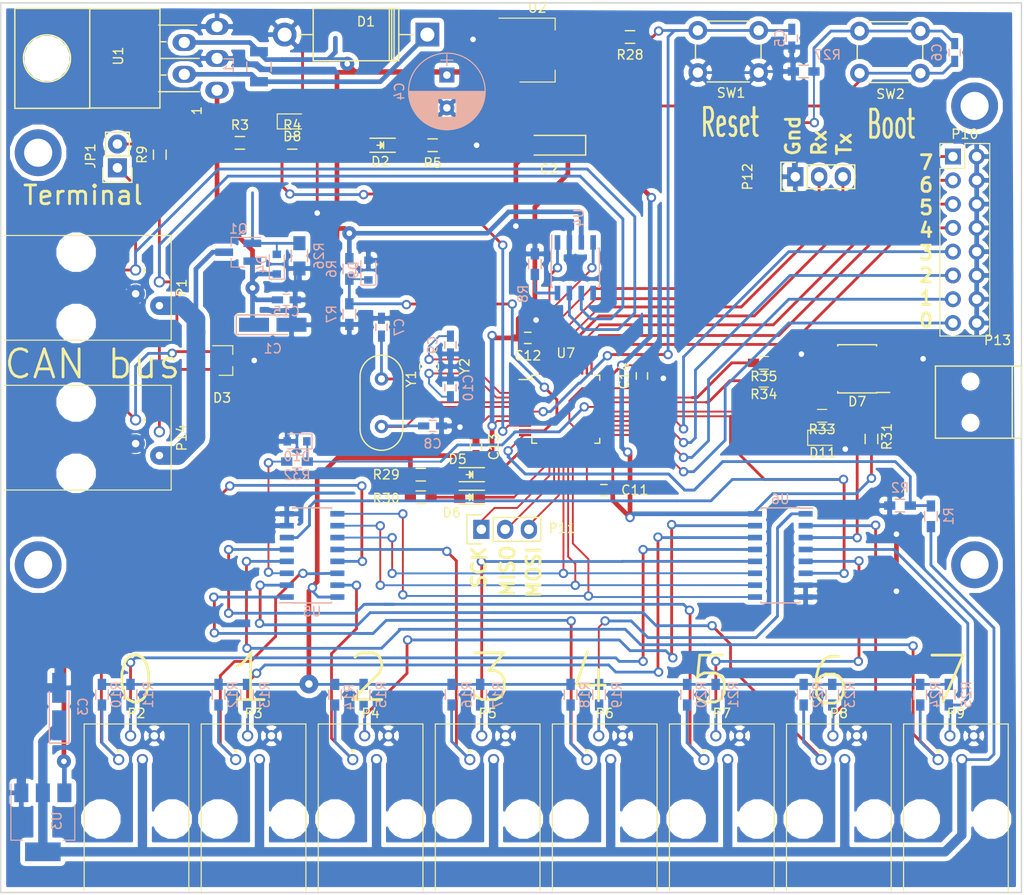
<source format=kicad_pcb>
(kicad_pcb (version 4) (host pcbnew 4.0.6)
  (layers (0 F.Cu signal) (31 B.Cu signal) (34 B.Paste user) (35 F.Paste user) (36 B.SilkS user) (37 F.SilkS user) (38 B.Mask user) (39 F.Mask user) (44 Edge.Cuts user))
  (net 0 "")
  (net 1 /12Vin)
  (net 2 GND)
  (net 3 +3V3)
  (net 4 /3v3_sensors)
  (net 5 +5V)
  (net 6 /NRST)
  (net 7 /BOOT0)
  (net 8 "Net-(C7-Pad1)")
  (net 9 "Net-(C8-Pad1)")
  (net 10 "Net-(C9-Pad1)")
  (net 11 "Net-(C10-Pad1)")
  (net 12 "Net-(D1-Pad1)")
  (net 13 "Net-(D2-Pad1)")
  (net 14 "Net-(D3-Pad1)")
  (net 15 "Net-(D3-Pad2)")
  (net 16 "Net-(D4-Pad2)")
  (net 17 "Net-(D5-Pad2)")
  (net 18 /LED0)
  (net 19 "Net-(D6-Pad2)")
  (net 20 /LED1)
  (net 21 "Net-(D7-Pad2)")
  (net 22 "Net-(D7-Pad3)")
  (net 23 "Net-(D7-Pad6)")
  (net 24 "Net-(D7-Pad7)")
  (net 25 "Net-(JP1-Pad2)")
  (net 26 "Net-(P1-Pad4)")
  (net 27 /D0)
  (net 28 /C0)
  (net 29 /D1)
  (net 30 /C1)
  (net 31 /D2)
  (net 32 /C2)
  (net 33 /D3)
  (net 34 /C3)
  (net 35 /D4)
  (net 36 /C4)
  (net 37 /D5)
  (net 38 /C5)
  (net 39 /D6)
  (net 40 /C6)
  (net 41 /D7)
  (net 42 /C7)
  (net 43 /Row0)
  (net 44 /Row1)
  (net 45 /Row2)
  (net 46 /Row3)
  (net 47 /Col0)
  (net 48 /Col1)
  (net 49 /Col2)
  (net 50 /Col3)
  (net 51 /SPI_SCK)
  (net 52 /SPI_MISO)
  (net 53 /SPI_MOSI)
  (net 54 "Net-(P12-Pad2)")
  (net 55 "Net-(P12-Pad3)")
  (net 56 /V3.3)
  (net 57 /V12)
  (net 58 /V5)
  (net 59 "Net-(R8-Pad1)")
  (net 60 /CAN_Tx)
  (net 61 /CAN_Rx)
  (net 62 /I2C1_SDA)
  (net 63 /~EN)
  (net 64 /ADDR2)
  (net 65 /ADDR1)
  (net 66 /ADDR0)
  (net 67 /I2C1_SCL)
  (net 68 "Net-(D7-Pad1)")
  (net 69 "Net-(D7-Pad4)")
  (net 70 "Net-(R32-Pad1)")
  (net 71 "Net-(R33-Pad1)")
  (net 72 "Net-(R34-Pad2)")
  (net 73 "Net-(R35-Pad2)")
  (module my_footprints:RJ9-4P4C (layer F.Cu) (at 77 131)
    (fp_text reference P5 (at 0 -10.1346) (layer F.SilkS))
    (fp_text value RJ9-sensor hide)
    (pad 1 thru_hole circle (at -1.905 -5.2) (size 1.2 1.2) (drill 0.8) (layers *.Cu *.Mask) (net 33 /D3))
    (pad 2 thru_hole circle (at -0.635 -7.74) (size 1.2 1.2) (drill 0.8) (layers *.Cu *.Mask) (net 34 /C3))
    (pad 3 thru_hole circle (at 0.635 -5.2) (size 1.2 1.2) (drill 0.8) (layers *.Cu *.Mask) (net 4 /3v3_sensors))
    (pad 4 thru_hole circle (at 1.905 -7.74) (size 1.2 1.2) (drill 0.8) (layers *.Cu *.Mask) (net 2 GND))
    (pad "" np_thru_hole circle (at -3.81 1.15) (size 3.2 3.2) (drill 3.2) (layers *.Cu *.Mask))
    (pad "" np_thru_hole circle (at 3.81 1.15) (size 3.2 3.2) (drill 3.2) (layers *.Cu *.Mask))
  )
  (module Capacitors_SMD.pretty:C_0603_HandSoldering (layer B.Cu) (at 109.474 48.768 270)
    (fp_text reference C5 (at 0 1.27 270) (layer B.SilkS) (effects (justify mirror)))
    (fp_text value 0.1)
    (pad 1 smd rect (at -0.95 0 270) (size 1.2 0.75) (layers B.Cu B.Paste B.Mask) (net 6 /NRST))
    (pad 2 smd rect (at 0.95 0 270) (size 1.2 0.75) (layers B.Cu B.Paste B.Mask) (net 2 GND))
  )
  (module Capacitors_SMD.pretty:C_0603_HandSoldering (layer B.Cu) (at 126.873 50.292 270)
    (fp_text reference C6 (at 0 1.9 270) (layer B.SilkS) (effects (justify mirror)))
    (fp_text value 0.1)
    (pad 1 smd rect (at -0.95 0 270) (size 1.2 0.75) (layers B.Cu B.Paste B.Mask) (net 7 /BOOT0))
    (pad 2 smd rect (at 0.95 0 270) (size 1.2 0.75) (layers B.Cu B.Paste B.Mask) (net 3 +3V3))
  )
  (module Capacitors_SMD.pretty:C_0603_HandSoldering (layer B.Cu) (at 65.659 79.629 90)
    (fp_text reference C7 (at 0 1.9 90) (layer B.SilkS) (effects (justify mirror)))
    (fp_text value 10p)
    (pad 1 smd rect (at -0.95 0 90) (size 1.2 0.75) (layers B.Cu B.Paste B.Mask) (net 8 "Net-(C7-Pad1)"))
    (pad 2 smd rect (at 0.95 0 90) (size 1.2 0.75) (layers B.Cu B.Paste B.Mask) (net 2 GND))
  )
  (module Capacitors_SMD.pretty:C_0603_HandSoldering (layer B.Cu) (at 71.12 90.17)
    (fp_text reference C8 (at 0 1.9) (layer B.SilkS) (effects (justify mirror)))
    (fp_text value 10p)
    (pad 1 smd rect (at -0.95 0) (size 1.2 0.75) (layers B.Cu B.Paste B.Mask) (net 9 "Net-(C8-Pad1)"))
    (pad 2 smd rect (at 0.95 0) (size 1.2 0.75) (layers B.Cu B.Paste B.Mask) (net 2 GND))
  )
  (module Capacitors_SMD.pretty:C_0603_HandSoldering (layer B.Cu) (at 73.025 81.534 270)
    (fp_text reference C9 (at 0 1.9 270) (layer B.SilkS) (effects (justify mirror)))
    (fp_text value 27p)
    (pad 1 smd rect (at -0.95 0 270) (size 1.2 0.75) (layers B.Cu B.Paste B.Mask) (net 10 "Net-(C9-Pad1)"))
    (pad 2 smd rect (at 0.95 0 270) (size 1.2 0.75) (layers B.Cu B.Paste B.Mask) (net 2 GND))
  )
  (module Capacitors_SMD.pretty:C_0603_HandSoldering (layer B.Cu) (at 73.025 86.106 90)
    (fp_text reference C10 (at 0 1.9 90) (layer B.SilkS) (effects (justify mirror)))
    (fp_text value 27p)
    (pad 1 smd rect (at -0.95 0 90) (size 1.2 0.75) (layers B.Cu B.Paste B.Mask) (net 11 "Net-(C10-Pad1)"))
    (pad 2 smd rect (at 0.95 0 90) (size 1.2 0.75) (layers B.Cu B.Paste B.Mask) (net 2 GND))
  )
  (module Capacitors_SMD.pretty:C_0603_HandSoldering (layer F.Cu) (at 89.408 97.028)
    (fp_text reference C11 (at 3.302 0) (layer F.SilkS))
    (fp_text value 0.1)
    (pad 1 smd rect (at -0.95 0) (size 1.2 0.75) (layers F.Cu F.Paste F.Mask) (net 2 GND))
    (pad 2 smd rect (at 0.95 0) (size 1.2 0.75) (layers F.Cu F.Paste F.Mask) (net 3 +3V3))
  )
  (module Capacitors_SMD.pretty:C_0603_HandSoldering (layer F.Cu) (at 81.28 80.772 180)
    (fp_text reference C12 (at 0 -1.9 180) (layer F.SilkS))
    (fp_text value 0.1)
    (pad 1 smd rect (at -0.95 0 180) (size 1.2 0.75) (layers F.Cu F.Paste F.Mask) (net 2 GND))
    (pad 2 smd rect (at 0.95 0 180) (size 1.2 0.75) (layers F.Cu F.Paste F.Mask) (net 3 +3V3))
  )
  (module Capacitors_SMD.pretty:C_0603_HandSoldering (layer F.Cu) (at 75.7555 92.3925 270)
    (fp_text reference C13 (at 0 -1.9 270) (layer F.SilkS))
    (fp_text value 0.1)
    (pad 1 smd rect (at -0.95 0 270) (size 1.2 0.75) (layers F.Cu F.Paste F.Mask) (net 2 GND))
    (pad 2 smd rect (at 0.95 0 270) (size 1.2 0.75) (layers F.Cu F.Paste F.Mask) (net 3 +3V3))
  )
  (module Capacitors_SMD.pretty:C_0603_HandSoldering (layer F.Cu) (at 93.472 84.836 90)
    (fp_text reference C14 (at 0 -1.9 90) (layer F.SilkS))
    (fp_text value 0.1)
    (pad 1 smd rect (at -0.95 0 90) (size 1.2 0.75) (layers F.Cu F.Paste F.Mask) (net 2 GND))
    (pad 2 smd rect (at 0.95 0 90) (size 1.2 0.75) (layers F.Cu F.Paste F.Mask) (net 3 +3V3))
  )
  (module Diodes_THT.pretty:Diode_DO-201AD_Horizontal_RM15 (layer F.Cu) (at 70.562 48.382 180)
    (fp_text reference D1 (at 6.562 1.382 180) (layer F.SilkS))
    (fp_text value 1n5822)
    (pad 2 thru_hole circle (at 15.24122 -0.00296) (size 2.54 2.54) (drill 1.50114) (layers *.Cu *.Mask) (net 2 GND))
    (pad 1 thru_hole rect (at 0.00122 -0.00296) (size 2.54 2.54) (drill 1.50114) (layers *.Cu *.Mask) (net 12 "Net-(D1-Pad1)"))
  )
  (module LEDs.pretty:LED_0805 (layer F.Cu) (at 65.532 60.198 180)
    (fp_text reference D2 (at 0 -1.75 180) (layer F.SilkS))
    (fp_text value LED)
    (pad 2 smd rect (at 1.04902 0) (size 1.19888 1.19888) (layers F.Cu F.Paste F.Mask) (net 3 +3V3))
    (pad 1 smd rect (at -1.04902 0) (size 1.19888 1.19888) (layers F.Cu F.Paste F.Mask) (net 13 "Net-(D2-Pad1)"))
  )
  (module TO_SOT_Packages_SMD.pretty:SOT-23 (layer F.Cu) (at 49.022 83.185)
    (fp_text reference D3 (at -0.386 3.987) (layer F.SilkS))
    (fp_text value PESD1CAN)
    (pad 1 smd rect (at -1 -0.95) (size 0.9 0.8) (layers F.Cu F.Paste F.Mask) (net 14 "Net-(D3-Pad1)"))
    (pad 2 smd rect (at -1 0.95) (size 0.9 0.8) (layers F.Cu F.Paste F.Mask) (net 15 "Net-(D3-Pad2)"))
    (pad 3 smd rect (at 1 0) (size 0.9 0.8) (layers F.Cu F.Paste F.Mask) (net 2 GND))
  )
  (module LEDs.pretty:LED_0805 (layer F.Cu) (at 75.057 95.377 180)
    (fp_text reference D5 (at 1.27 1.651 180) (layer F.SilkS))
    (fp_text value LED0)
    (pad 2 smd rect (at 1.04902 0) (size 1.19888 1.19888) (layers F.Cu F.Paste F.Mask) (net 17 "Net-(D5-Pad2)"))
    (pad 1 smd rect (at -1.04902 0) (size 1.19888 1.19888) (layers F.Cu F.Paste F.Mask) (net 18 /LED0))
  )
  (module LEDs.pretty:LED_0805 (layer F.Cu) (at 75.057 97.79 180)
    (fp_text reference D6 (at 1.905 -1.651 180) (layer F.SilkS))
    (fp_text value LED1)
    (pad 2 smd rect (at 1.04902 0) (size 1.19888 1.19888) (layers F.Cu F.Paste F.Mask) (net 19 "Net-(D6-Pad2)"))
    (pad 1 smd rect (at -1.04902 0) (size 1.19888 1.19888) (layers F.Cu F.Paste F.Mask) (net 20 /LED1))
  )
  (module Housings_SOIC.pretty:SOIC-8_3.9x4.9mm_Pitch1.27mm (layer F.Cu) (at 116.459 84.074 180)
    (fp_text reference D7 (at 0 -3.5 180) (layer F.SilkS))
    (fp_text value USB6B1)
    (pad 1 smd rect (at -2.7 -1.905 180) (size 1.55 0.6) (layers F.Cu F.Paste F.Mask) (net 68 "Net-(D7-Pad1)"))
    (pad 2 smd rect (at -2.7 -0.635 180) (size 1.55 0.6) (layers F.Cu F.Paste F.Mask) (net 21 "Net-(D7-Pad2)"))
    (pad 3 smd rect (at -2.7 0.635 180) (size 1.55 0.6) (layers F.Cu F.Paste F.Mask) (net 22 "Net-(D7-Pad3)"))
    (pad 4 smd rect (at -2.7 1.905 180) (size 1.55 0.6) (layers F.Cu F.Paste F.Mask) (net 69 "Net-(D7-Pad4)"))
    (pad 5 smd rect (at 2.7 1.905 180) (size 1.55 0.6) (layers F.Cu F.Paste F.Mask) (net 2 GND))
    (pad 6 smd rect (at 2.7 0.635 180) (size 1.55 0.6) (layers F.Cu F.Paste F.Mask) (net 23 "Net-(D7-Pad6)"))
    (pad 7 smd rect (at 2.7 -0.635 180) (size 1.55 0.6) (layers F.Cu F.Paste F.Mask) (net 24 "Net-(D7-Pad7)"))
    (pad 8 smd rect (at 2.7 -1.905 180) (size 1.55 0.6) (layers F.Cu F.Paste F.Mask))
  )
  (module Pin_Headers.pretty:Pin_Header_Straight_1x02 (layer F.Cu) (at 37.465 62.611 180)
    (fp_text reference JP1 (at 2.871 1.265 450) (layer F.SilkS))
    (fp_text value Terminal)
    (pad 1 thru_hole rect (at 0 0 180) (size 2.032 2.032) (drill 1.016) (layers *.Cu *.Mask) (net 14 "Net-(D3-Pad1)"))
    (pad 2 thru_hole oval (at 0 2.54 180) (size 2.032 2.032) (drill 1.016) (layers *.Cu *.Mask) (net 25 "Net-(JP1-Pad2)"))
  )
  (module Inductors_NEOSID.pretty:Neosid_Inductor_SM-NE30_SMD1210 (layer B.Cu) (at 52.578 51.816 270)
    (fp_text reference L1 (at -0.20066 3.2004 270) (layer B.SilkS) (effects (justify mirror)))
    (fp_text value 100u)
    (pad 2 smd rect (at 1.6002 0 270) (size 1.00076 1.89992) (layers B.Cu B.Paste B.Mask) (net 12 "Net-(D1-Pad1)"))
    (pad 1 smd rect (at -1.6002 0 270) (size 1.00076 1.89992) (layers B.Cu B.Paste B.Mask) (net 5 +5V))
  )
  (module my_footprints:RJ9-4P4C (layer F.Cu) (at 34.204 75.426 270)
    (fp_text reference P1 (at 0 -10.1346 270) (layer F.SilkS))
    (fp_text value RJ9-CAN_power hide)
    (pad 1 thru_hole circle (at -1.905 -5.2 270) (size 1.2 1.2) (drill 0.8) (layers *.Cu *.Mask) (net 14 "Net-(D3-Pad1)"))
    (pad 2 thru_hole circle (at -0.635 -7.74 270) (size 1.2 1.2) (drill 0.8) (layers *.Cu *.Mask) (net 15 "Net-(D3-Pad2)"))
    (pad 3 thru_hole circle (at 0.635 -5.2 270) (size 1.2 1.2) (drill 0.8) (layers *.Cu *.Mask) (net 2 GND))
    (pad 4 thru_hole circle (at 1.905 -7.74 270) (size 1.2 1.2) (drill 0.8) (layers *.Cu *.Mask) (net 26 "Net-(P1-Pad4)"))
    (pad "" np_thru_hole circle (at -3.81 1.15 270) (size 3.2 3.2) (drill 3.2) (layers *.Cu *.Mask))
    (pad "" np_thru_hole circle (at 3.81 1.15 270) (size 3.2 3.2) (drill 3.2) (layers *.Cu *.Mask))
  )
  (module my_footprints:RJ9-4P4C (layer F.Cu) (at 39.5 131)
    (fp_text reference P2 (at 0 -10.1346) (layer F.SilkS))
    (fp_text value RJ9-sensor hide)
    (pad 1 thru_hole circle (at -1.905 -5.2) (size 1.2 1.2) (drill 0.8) (layers *.Cu *.Mask) (net 27 /D0))
    (pad 2 thru_hole circle (at -0.635 -7.74) (size 1.2 1.2) (drill 0.8) (layers *.Cu *.Mask) (net 28 /C0))
    (pad 3 thru_hole circle (at 0.635 -5.2) (size 1.2 1.2) (drill 0.8) (layers *.Cu *.Mask) (net 4 /3v3_sensors))
    (pad 4 thru_hole circle (at 1.905 -7.74) (size 1.2 1.2) (drill 0.8) (layers *.Cu *.Mask) (net 2 GND))
    (pad "" np_thru_hole circle (at -3.81 1.15) (size 3.2 3.2) (drill 3.2) (layers *.Cu *.Mask))
    (pad "" np_thru_hole circle (at 3.81 1.15) (size 3.2 3.2) (drill 3.2) (layers *.Cu *.Mask))
  )
  (module my_footprints:RJ9-4P4C (layer F.Cu) (at 52 131)
    (fp_text reference P3 (at 0 -10.1346) (layer F.SilkS))
    (fp_text value RJ9-sensor hide)
    (pad 1 thru_hole circle (at -1.905 -5.2) (size 1.2 1.2) (drill 0.8) (layers *.Cu *.Mask) (net 29 /D1))
    (pad 2 thru_hole circle (at -0.635 -7.74) (size 1.2 1.2) (drill 0.8) (layers *.Cu *.Mask) (net 30 /C1))
    (pad 3 thru_hole circle (at 0.635 -5.2) (size 1.2 1.2) (drill 0.8) (layers *.Cu *.Mask) (net 4 /3v3_sensors))
    (pad 4 thru_hole circle (at 1.905 -7.74) (size 1.2 1.2) (drill 0.8) (layers *.Cu *.Mask) (net 2 GND))
    (pad "" np_thru_hole circle (at -3.81 1.15) (size 3.2 3.2) (drill 3.2) (layers *.Cu *.Mask))
    (pad "" np_thru_hole circle (at 3.81 1.15) (size 3.2 3.2) (drill 3.2) (layers *.Cu *.Mask))
  )
  (module my_footprints:RJ9-4P4C (layer F.Cu) (at 64.5 131)
    (fp_text reference P4 (at 0 -10.1346) (layer F.SilkS))
    (fp_text value RJ9-sensor hide)
    (pad 1 thru_hole circle (at -1.905 -5.2) (size 1.2 1.2) (drill 0.8) (layers *.Cu *.Mask) (net 31 /D2))
    (pad 2 thru_hole circle (at -0.635 -7.74) (size 1.2 1.2) (drill 0.8) (layers *.Cu *.Mask) (net 32 /C2))
    (pad 3 thru_hole circle (at 0.635 -5.2) (size 1.2 1.2) (drill 0.8) (layers *.Cu *.Mask) (net 4 /3v3_sensors))
    (pad 4 thru_hole circle (at 1.905 -7.74) (size 1.2 1.2) (drill 0.8) (layers *.Cu *.Mask) (net 2 GND))
    (pad "" np_thru_hole circle (at -3.81 1.15) (size 3.2 3.2) (drill 3.2) (layers *.Cu *.Mask))
    (pad "" np_thru_hole circle (at 3.81 1.15) (size 3.2 3.2) (drill 3.2) (layers *.Cu *.Mask))
  )
  (module my_footprints:RJ9-4P4C (layer F.Cu) (at 89.5 131)
    (fp_text reference P6 (at 0 -10.1346) (layer F.SilkS))
    (fp_text value RJ9-sensor hide)
    (pad 1 thru_hole circle (at -1.905 -5.2) (size 1.2 1.2) (drill 0.8) (layers *.Cu *.Mask) (net 35 /D4))
    (pad 2 thru_hole circle (at -0.635 -7.74) (size 1.2 1.2) (drill 0.8) (layers *.Cu *.Mask) (net 36 /C4))
    (pad 3 thru_hole circle (at 0.635 -5.2) (size 1.2 1.2) (drill 0.8) (layers *.Cu *.Mask) (net 4 /3v3_sensors))
    (pad 4 thru_hole circle (at 1.905 -7.74) (size 1.2 1.2) (drill 0.8) (layers *.Cu *.Mask) (net 2 GND))
    (pad "" np_thru_hole circle (at -3.81 1.15) (size 3.2 3.2) (drill 3.2) (layers *.Cu *.Mask))
    (pad "" np_thru_hole circle (at 3.81 1.15) (size 3.2 3.2) (drill 3.2) (layers *.Cu *.Mask))
  )
  (module my_footprints:RJ9-4P4C (layer F.Cu) (at 102 131)
    (fp_text reference P7 (at 0 -10.1346) (layer F.SilkS))
    (fp_text value RJ9-sensor hide)
    (pad 1 thru_hole circle (at -1.905 -5.2) (size 1.2 1.2) (drill 0.8) (layers *.Cu *.Mask) (net 37 /D5))
    (pad 2 thru_hole circle (at -0.635 -7.74) (size 1.2 1.2) (drill 0.8) (layers *.Cu *.Mask) (net 38 /C5))
    (pad 3 thru_hole circle (at 0.635 -5.2) (size 1.2 1.2) (drill 0.8) (layers *.Cu *.Mask) (net 4 /3v3_sensors))
    (pad 4 thru_hole circle (at 1.905 -7.74) (size 1.2 1.2) (drill 0.8) (layers *.Cu *.Mask) (net 2 GND))
    (pad "" np_thru_hole circle (at -3.81 1.15) (size 3.2 3.2) (drill 3.2) (layers *.Cu *.Mask))
    (pad "" np_thru_hole circle (at 3.81 1.15) (size 3.2 3.2) (drill 3.2) (layers *.Cu *.Mask))
  )
  (module my_footprints:RJ9-4P4C (layer F.Cu) (at 114.5 131)
    (fp_text reference P8 (at 0 -10.1346) (layer F.SilkS))
    (fp_text value RJ9-sensor hide)
    (pad 1 thru_hole circle (at -1.905 -5.2) (size 1.2 1.2) (drill 0.8) (layers *.Cu *.Mask) (net 39 /D6))
    (pad 2 thru_hole circle (at -0.635 -7.74) (size 1.2 1.2) (drill 0.8) (layers *.Cu *.Mask) (net 40 /C6))
    (pad 3 thru_hole circle (at 0.635 -5.2) (size 1.2 1.2) (drill 0.8) (layers *.Cu *.Mask) (net 4 /3v3_sensors))
    (pad 4 thru_hole circle (at 1.905 -7.74) (size 1.2 1.2) (drill 0.8) (layers *.Cu *.Mask) (net 2 GND))
    (pad "" np_thru_hole circle (at -3.81 1.15) (size 3.2 3.2) (drill 3.2) (layers *.Cu *.Mask))
    (pad "" np_thru_hole circle (at 3.81 1.15) (size 3.2 3.2) (drill 3.2) (layers *.Cu *.Mask))
  )
  (module my_footprints:RJ9-4P4C (layer F.Cu) (at 127 131)
    (fp_text reference P9 (at 0 -10.1346) (layer F.SilkS))
    (fp_text value RJ9-sensor hide)
    (pad 1 thru_hole circle (at -1.905 -5.2) (size 1.2 1.2) (drill 0.8) (layers *.Cu *.Mask) (net 41 /D7))
    (pad 2 thru_hole circle (at -0.635 -7.74) (size 1.2 1.2) (drill 0.8) (layers *.Cu *.Mask) (net 42 /C7))
    (pad 3 thru_hole circle (at 0.635 -5.2) (size 1.2 1.2) (drill 0.8) (layers *.Cu *.Mask) (net 4 /3v3_sensors))
    (pad 4 thru_hole circle (at 1.905 -7.74) (size 1.2 1.2) (drill 0.8) (layers *.Cu *.Mask) (net 2 GND))
    (pad "" np_thru_hole circle (at -3.81 1.15) (size 3.2 3.2) (drill 3.2) (layers *.Cu *.Mask))
    (pad "" np_thru_hole circle (at 3.81 1.15) (size 3.2 3.2) (drill 3.2) (layers *.Cu *.Mask))
  )
  (module Pin_Headers.pretty:Pin_Header_Straight_1x03 (layer F.Cu) (at 76.327 101.219 90)
    (fp_text reference P11 (at 0.127 8.636 180) (layer F.SilkS))
    (fp_text value SPI)
    (pad 1 thru_hole rect (at 0 0 90) (size 2.032 1.7272) (drill 1.016) (layers *.Cu *.Mask) (net 51 /SPI_SCK))
    (pad 2 thru_hole oval (at 0 2.54 90) (size 2.032 1.7272) (drill 1.016) (layers *.Cu *.Mask) (net 52 /SPI_MISO))
    (pad 3 thru_hole oval (at 0 5.08 90) (size 2.032 1.7272) (drill 1.016) (layers *.Cu *.Mask) (net 53 /SPI_MOSI))
  )
  (module Pin_Headers.pretty:Pin_Header_Straight_1x03 (layer F.Cu) (at 109.855 63.5635 90)
    (fp_text reference P12 (at 0 -5.1 90) (layer F.SilkS))
    (fp_text value USART_BOOT)
    (pad 1 thru_hole rect (at 0 0 90) (size 2.032 1.7272) (drill 1.016) (layers *.Cu *.Mask) (net 2 GND))
    (pad 2 thru_hole oval (at 0 2.54 90) (size 2.032 1.7272) (drill 1.016) (layers *.Cu *.Mask) (net 54 "Net-(P12-Pad2)"))
    (pad 3 thru_hole oval (at 0 5.08 90) (size 2.032 1.7272) (drill 1.016) (layers *.Cu *.Mask) (net 55 "Net-(P12-Pad3)"))
  )
  (module Connect.pretty:USB_Mini-B (layer F.Cu) (at 129.413 87.63 180)
    (fp_text reference P13 (at -2.032 6.604 180) (layer F.SilkS))
    (fp_text value USB_A)
    (pad 1 smd rect (at 3.44932 -1.6002 180) (size 2.30124 0.50038) (layers F.Cu F.Paste F.Mask) (net 68 "Net-(D7-Pad1)"))
    (pad 2 smd rect (at 3.44932 -0.8001 180) (size 2.30124 0.50038) (layers F.Cu F.Paste F.Mask) (net 21 "Net-(D7-Pad2)"))
    (pad 3 smd rect (at 3.44932 0 180) (size 2.30124 0.50038) (layers F.Cu F.Paste F.Mask) (net 22 "Net-(D7-Pad3)"))
    (pad 4 smd rect (at 3.44932 0.8001 180) (size 2.30124 0.50038) (layers F.Cu F.Paste F.Mask) (net 69 "Net-(D7-Pad4)"))
    (pad 5 smd rect (at 3.44932 1.6002 180) (size 2.30124 0.50038) (layers F.Cu F.Paste F.Mask) (net 2 GND))
    (pad 6 smd rect (at 3.35026 -4.45008 180) (size 2.49936 1.99898) (layers F.Cu F.Paste F.Mask))
    (pad 6 smd rect (at -2.14884 -4.45008 180) (size 2.49936 1.99898) (layers F.Cu F.Paste F.Mask))
    (pad 6 smd rect (at 3.35026 4.45008 180) (size 2.49936 1.99898) (layers F.Cu F.Paste F.Mask))
    (pad 6 smd rect (at -2.14884 4.45008 180) (size 2.49936 1.99898) (layers F.Cu F.Paste F.Mask))
    (pad "" np_thru_hole circle (at 0.8509 -2.19964 180) (size 0.89916 0.89916) (drill 0.89916) (layers *.Cu *.Mask))
    (pad "" np_thru_hole circle (at 0.8509 2.19964 180) (size 0.89916 0.89916) (drill 0.89916) (layers *.Cu *.Mask))
  )
  (module TO_SOT_Packages_SMD.pretty:SOT-23_Handsoldering (layer B.Cu) (at 50.369 71.623 180)
    (fp_text reference Q1 (at 0 2.5 180) (layer B.SilkS) (effects (justify mirror)))
    (fp_text value AO3401)
    (pad 1 smd rect (at -1.5 0.95 180) (size 1.9 0.8) (layers B.Cu B.Paste B.Mask) (net 16 "Net-(D4-Pad2)"))
    (pad 2 smd rect (at -1.5 -0.95 180) (size 1.9 0.8) (layers B.Cu B.Paste B.Mask) (net 1 /12Vin))
    (pad 3 smd rect (at 1.5 0 180) (size 1.9 0.8) (layers B.Cu B.Paste B.Mask) (net 26 "Net-(P1-Pad4)"))
  )
  (module Resistors_SMD.pretty:R_0603_HandSoldering (layer B.Cu) (at 124.333 99.822 90)
    (fp_text reference R1 (at 0 1.9 90) (layer B.SilkS) (effects (justify mirror)))
    (fp_text value 47k)
    (pad 1 smd rect (at -1.1 0 90) (size 1.2 0.9) (layers B.Cu B.Paste B.Mask) (net 4 /3v3_sensors))
    (pad 2 smd rect (at 1.1 0 90) (size 1.2 0.9) (layers B.Cu B.Paste B.Mask) (net 56 /V3.3))
  )
  (module Resistors_SMD.pretty:R_0603_HandSoldering (layer B.Cu) (at 121.031 98.679 180)
    (fp_text reference R2 (at 0 1.9 180) (layer B.SilkS) (effects (justify mirror)))
    (fp_text value 47k)
    (pad 1 smd rect (at -1.1 0 180) (size 1.2 0.9) (layers B.Cu B.Paste B.Mask) (net 56 /V3.3))
    (pad 2 smd rect (at 1.1 0 180) (size 1.2 0.9) (layers B.Cu B.Paste B.Mask) (net 2 GND))
  )
  (module Resistors_SMD.pretty:R_0603_HandSoldering (layer F.Cu) (at 50.546 59.944)
    (fp_text reference R3 (at 0 -1.9) (layer F.SilkS))
    (fp_text value 220k)
    (pad 1 smd rect (at -1.1 0) (size 1.2 0.9) (layers F.Cu F.Paste F.Mask) (net 1 /12Vin))
    (pad 2 smd rect (at 1.1 0) (size 1.2 0.9) (layers F.Cu F.Paste F.Mask) (net 57 /V12))
  )
  (module Resistors_SMD.pretty:R_0603_HandSoldering (layer F.Cu) (at 56.134 59.944)
    (fp_text reference R4 (at 0 -1.9) (layer F.SilkS))
    (fp_text value 56k)
    (pad 1 smd rect (at -1.1 0) (size 1.2 0.9) (layers F.Cu F.Paste F.Mask) (net 57 /V12))
    (pad 2 smd rect (at 1.1 0) (size 1.2 0.9) (layers F.Cu F.Paste F.Mask) (net 2 GND))
  )
  (module Resistors_SMD.pretty:R_0603_HandSoldering (layer F.Cu) (at 71.12 60.198 180)
    (fp_text reference R5 (at 0 -1.9 180) (layer F.SilkS))
    (fp_text value 330)
    (pad 1 smd rect (at -1.1 0 180) (size 1.2 0.9) (layers F.Cu F.Paste F.Mask) (net 2 GND))
    (pad 2 smd rect (at 1.1 0 180) (size 1.2 0.9) (layers F.Cu F.Paste F.Mask) (net 13 "Net-(D2-Pad1)"))
  )
  (module Resistors_SMD.pretty:R_0603_HandSoldering (layer B.Cu) (at 62.23 73.406 270)
    (fp_text reference R6 (at 0 1.9 270) (layer B.SilkS) (effects (justify mirror)))
    (fp_text value 47k)
    (pad 1 smd rect (at -1.1 0 270) (size 1.2 0.9) (layers B.Cu B.Paste B.Mask) (net 5 +5V))
    (pad 2 smd rect (at 1.1 0 270) (size 1.2 0.9) (layers B.Cu B.Paste B.Mask) (net 58 /V5))
  )
  (module Resistors_SMD.pretty:R_0603_HandSoldering (layer B.Cu) (at 62.23 78.232 270)
    (fp_text reference R7 (at 0 1.9 270) (layer B.SilkS) (effects (justify mirror)))
    (fp_text value 47k)
    (pad 1 smd rect (at -1.1 0 270) (size 1.2 0.9) (layers B.Cu B.Paste B.Mask) (net 58 /V5))
    (pad 2 smd rect (at 1.1 0 270) (size 1.2 0.9) (layers B.Cu B.Paste B.Mask) (net 2 GND))
  )
  (module Resistors_SMD.pretty:R_0603_HandSoldering (layer B.Cu) (at 82.042 72.898 90)
    (fp_text reference R8 (at -3.175 -1.27 90) (layer B.SilkS) (effects (justify mirror)))
    (fp_text value 4k7)
    (pad 1 smd rect (at -1.1 0 90) (size 1.2 0.9) (layers B.Cu B.Paste B.Mask) (net 59 "Net-(R8-Pad1)"))
    (pad 2 smd rect (at 1.1 0 90) (size 1.2 0.9) (layers B.Cu B.Paste B.Mask) (net 2 GND))
  )
  (module Resistors_SMD.pretty:R_0603_HandSoldering (layer F.Cu) (at 41.987 61.209 90)
    (fp_text reference R9 (at 0 -1.9 90) (layer F.SilkS))
    (fp_text value 120)
    (pad 1 smd rect (at -1.1 0 90) (size 1.2 0.9) (layers F.Cu F.Paste F.Mask) (net 15 "Net-(D3-Pad2)"))
    (pad 2 smd rect (at 1.1 0 90) (size 1.2 0.9) (layers F.Cu F.Paste F.Mask) (net 25 "Net-(JP1-Pad2)"))
  )
  (module Resistors_SMD.pretty:R_0603_HandSoldering (layer B.Cu) (at 35.814 118.872 90)
    (fp_text reference R10 (at 0 1.524 90) (layer B.SilkS) (effects (justify mirror)))
    (fp_text value 4k7)
    (pad 1 smd rect (at -1.1 0 90) (size 1.2 0.9) (layers B.Cu B.Paste B.Mask) (net 27 /D0))
    (pad 2 smd rect (at 1.1 0 90) (size 1.2 0.9) (layers B.Cu B.Paste B.Mask) (net 3 +3V3))
  )
  (module Resistors_SMD.pretty:R_0603_HandSoldering (layer B.Cu) (at 38.862 118.872 90)
    (fp_text reference R11 (at 0 1.9 90) (layer B.SilkS) (effects (justify mirror)))
    (fp_text value 4k7)
    (pad 1 smd rect (at -1.1 0 90) (size 1.2 0.9) (layers B.Cu B.Paste B.Mask) (net 28 /C0))
    (pad 2 smd rect (at 1.1 0 90) (size 1.2 0.9) (layers B.Cu B.Paste B.Mask) (net 3 +3V3))
  )
  (module Resistors_SMD.pretty:R_0603_HandSoldering (layer B.Cu) (at 48.26 118.872 90)
    (fp_text reference R12 (at 0 1.524 90) (layer B.SilkS) (effects (justify mirror)))
    (fp_text value 4k7)
    (pad 1 smd rect (at -1.1 0 90) (size 1.2 0.9) (layers B.Cu B.Paste B.Mask) (net 29 /D1))
    (pad 2 smd rect (at 1.1 0 90) (size 1.2 0.9) (layers B.Cu B.Paste B.Mask) (net 3 +3V3))
  )
  (module Resistors_SMD.pretty:R_0603_HandSoldering (layer B.Cu) (at 51.308 118.872 90)
    (fp_text reference R13 (at 0 1.9 90) (layer B.SilkS) (effects (justify mirror)))
    (fp_text value 4k7)
    (pad 1 smd rect (at -1.1 0 90) (size 1.2 0.9) (layers B.Cu B.Paste B.Mask) (net 30 /C1))
    (pad 2 smd rect (at 1.1 0 90) (size 1.2 0.9) (layers B.Cu B.Paste B.Mask) (net 3 +3V3))
  )
  (module Resistors_SMD.pretty:R_0603_HandSoldering (layer B.Cu) (at 60.706 118.872 90)
    (fp_text reference R14 (at -0.254 1.524 90) (layer B.SilkS) (effects (justify mirror)))
    (fp_text value 4k7)
    (pad 1 smd rect (at -1.1 0 90) (size 1.2 0.9) (layers B.Cu B.Paste B.Mask) (net 31 /D2))
    (pad 2 smd rect (at 1.1 0 90) (size 1.2 0.9) (layers B.Cu B.Paste B.Mask) (net 3 +3V3))
  )
  (module Resistors_SMD.pretty:R_0603_HandSoldering (layer B.Cu) (at 63.754 118.872 90)
    (fp_text reference R15 (at 0 1.9 90) (layer B.SilkS) (effects (justify mirror)))
    (fp_text value 4k7)
    (pad 1 smd rect (at -1.1 0 90) (size 1.2 0.9) (layers B.Cu B.Paste B.Mask) (net 32 /C2))
    (pad 2 smd rect (at 1.1 0 90) (size 1.2 0.9) (layers B.Cu B.Paste B.Mask) (net 3 +3V3))
  )
  (module Resistors_SMD.pretty:R_0603_HandSoldering (layer B.Cu) (at 73.152 118.872 90)
    (fp_text reference R16 (at 0 1.651 90) (layer B.SilkS) (effects (justify mirror)))
    (fp_text value 4k7)
    (pad 1 smd rect (at -1.1 0 90) (size 1.2 0.9) (layers B.Cu B.Paste B.Mask) (net 33 /D3))
    (pad 2 smd rect (at 1.1 0 90) (size 1.2 0.9) (layers B.Cu B.Paste B.Mask) (net 3 +3V3))
  )
  (module Resistors_SMD.pretty:R_0603_HandSoldering (layer B.Cu) (at 76.2 118.872 90)
    (fp_text reference R17 (at 0 1.9 90) (layer B.SilkS) (effects (justify mirror)))
    (fp_text value 4k7)
    (pad 1 smd rect (at -1.1 0 90) (size 1.2 0.9) (layers B.Cu B.Paste B.Mask) (net 34 /C3))
    (pad 2 smd rect (at 1.1 0 90) (size 1.2 0.9) (layers B.Cu B.Paste B.Mask) (net 3 +3V3))
  )
  (module Resistors_SMD.pretty:R_0603_HandSoldering (layer B.Cu) (at 85.852 118.872 90)
    (fp_text reference R18 (at 0 1.524 90) (layer B.SilkS) (effects (justify mirror)))
    (fp_text value 4k7)
    (pad 1 smd rect (at -1.1 0 90) (size 1.2 0.9) (layers B.Cu B.Paste B.Mask) (net 35 /D4))
    (pad 2 smd rect (at 1.1 0 90) (size 1.2 0.9) (layers B.Cu B.Paste B.Mask) (net 3 +3V3))
  )
  (module Resistors_SMD.pretty:R_0603_HandSoldering (layer B.Cu) (at 88.9 118.872 90)
    (fp_text reference R19 (at 0 1.9 90) (layer B.SilkS) (effects (justify mirror)))
    (fp_text value 4k7)
    (pad 1 smd rect (at -1.1 0 90) (size 1.2 0.9) (layers B.Cu B.Paste B.Mask) (net 36 /C4))
    (pad 2 smd rect (at 1.1 0 90) (size 1.2 0.9) (layers B.Cu B.Paste B.Mask) (net 3 +3V3))
  )
  (module Resistors_SMD.pretty:R_0603_HandSoldering (layer B.Cu) (at 98.298 118.872 90)
    (fp_text reference R20 (at 0 1.524 90) (layer B.SilkS) (effects (justify mirror)))
    (fp_text value 4k7)
    (pad 1 smd rect (at -1.1 0 90) (size 1.2 0.9) (layers B.Cu B.Paste B.Mask) (net 37 /D5))
    (pad 2 smd rect (at 1.1 0 90) (size 1.2 0.9) (layers B.Cu B.Paste B.Mask) (net 3 +3V3))
  )
  (module Resistors_SMD.pretty:R_0603_HandSoldering (layer B.Cu) (at 101.346 118.872 90)
    (fp_text reference R21 (at 0 1.9 90) (layer B.SilkS) (effects (justify mirror)))
    (fp_text value 4k7)
    (pad 1 smd rect (at -1.1 0 90) (size 1.2 0.9) (layers B.Cu B.Paste B.Mask) (net 38 /C5))
    (pad 2 smd rect (at 1.1 0 90) (size 1.2 0.9) (layers B.Cu B.Paste B.Mask) (net 3 +3V3))
  )
  (module Resistors_SMD.pretty:R_0603_HandSoldering (layer B.Cu) (at 110.744 118.872 90)
    (fp_text reference R22 (at 0 1.524 90) (layer B.SilkS) (effects (justify mirror)))
    (fp_text value 4k7)
    (pad 1 smd rect (at -1.1 0 90) (size 1.2 0.9) (layers B.Cu B.Paste B.Mask) (net 39 /D6))
    (pad 2 smd rect (at 1.1 0 90) (size 1.2 0.9) (layers B.Cu B.Paste B.Mask) (net 3 +3V3))
  )
  (module Resistors_SMD.pretty:R_0603_HandSoldering (layer B.Cu) (at 113.792 118.872 90)
    (fp_text reference R23 (at 0 1.9 90) (layer B.SilkS) (effects (justify mirror)))
    (fp_text value 4k7)
    (pad 1 smd rect (at -1.1 0 90) (size 1.2 0.9) (layers B.Cu B.Paste B.Mask) (net 40 /C6))
    (pad 2 smd rect (at 1.1 0 90) (size 1.2 0.9) (layers B.Cu B.Paste B.Mask) (net 3 +3V3))
  )
  (module Resistors_SMD.pretty:R_0603_HandSoldering (layer B.Cu) (at 123.19 118.872 90)
    (fp_text reference R24 (at 0 1.651 90) (layer B.SilkS) (effects (justify mirror)))
    (fp_text value 4k7)
    (pad 1 smd rect (at -1.1 0 90) (size 1.2 0.9) (layers B.Cu B.Paste B.Mask) (net 41 /D7))
    (pad 2 smd rect (at 1.1 0 90) (size 1.2 0.9) (layers B.Cu B.Paste B.Mask) (net 3 +3V3))
  )
  (module Resistors_SMD.pretty:R_0603_HandSoldering (layer B.Cu) (at 126.238 118.872 90)
    (fp_text reference R25 (at 0 1.9 90) (layer B.SilkS) (effects (justify mirror)))
    (fp_text value 4k7)
    (pad 1 smd rect (at -1.1 0 90) (size 1.2 0.9) (layers B.Cu B.Paste B.Mask) (net 42 /C7))
    (pad 2 smd rect (at 1.1 0 90) (size 1.2 0.9) (layers B.Cu B.Paste B.Mask) (net 3 +3V3))
  )
  (module Resistors_SMD.pretty:R_0805_HandSoldering (layer B.Cu) (at 56.896 72.009 90)
    (fp_text reference R26 (at 0 2.1 90) (layer B.SilkS) (effects (justify mirror)))
    (fp_text value 47k)
    (pad 1 smd rect (at -1.35 0 90) (size 1.5 1.3) (layers B.Cu B.Paste B.Mask) (net 2 GND))
    (pad 2 smd rect (at 1.35 0 90) (size 1.5 1.3) (layers B.Cu B.Paste B.Mask) (net 16 "Net-(D4-Pad2)"))
  )
  (module Resistors_SMD.pretty:R_0603_HandSoldering (layer B.Cu) (at 110.744 52.324 180)
    (fp_text reference R27 (at -2.54 1.778 180) (layer B.SilkS) (effects (justify mirror)))
    (fp_text value 10k)
    (pad 1 smd rect (at -1.1 0 180) (size 1.2 0.9) (layers B.Cu B.Paste B.Mask) (net 7 /BOOT0))
    (pad 2 smd rect (at 1.1 0 180) (size 1.2 0.9) (layers B.Cu B.Paste B.Mask) (net 2 GND))
  )
  (module Resistors_SMD.pretty:R_0603_HandSoldering (layer F.Cu) (at 92.202 48.641 180)
    (fp_text reference R28 (at 0 -1.9 180) (layer F.SilkS))
    (fp_text value 10k)
    (pad 1 smd rect (at -1.1 0 180) (size 1.2 0.9) (layers F.Cu F.Paste F.Mask) (net 6 /NRST))
    (pad 2 smd rect (at 1.1 0 180) (size 1.2 0.9) (layers F.Cu F.Paste F.Mask) (net 3 +3V3))
  )
  (module Resistors_SMD.pretty:R_0603_HandSoldering (layer F.Cu) (at 69.85 95.377 180)
    (fp_text reference R29 (at 3.683 0 180) (layer F.SilkS))
    (fp_text value 330)
    (pad 1 smd rect (at -1.1 0 180) (size 1.2 0.9) (layers F.Cu F.Paste F.Mask) (net 17 "Net-(D5-Pad2)"))
    (pad 2 smd rect (at 1.1 0 180) (size 1.2 0.9) (layers F.Cu F.Paste F.Mask) (net 3 +3V3))
  )
  (module Resistors_SMD.pretty:R_0603_HandSoldering (layer F.Cu) (at 69.85 97.79 180)
    (fp_text reference R30 (at 3.683 -0.127 180) (layer F.SilkS))
    (fp_text value 330)
    (pad 1 smd rect (at -1.1 0 180) (size 1.2 0.9) (layers F.Cu F.Paste F.Mask) (net 19 "Net-(D6-Pad2)"))
    (pad 2 smd rect (at 1.1 0 180) (size 1.2 0.9) (layers F.Cu F.Paste F.Mask) (net 3 +3V3))
  )
  (module Resistors_SMD.pretty:R_0603_HandSoldering (layer F.Cu) (at 117.983 91.567 270)
    (fp_text reference R31 (at -0.254 -1.651 270) (layer F.SilkS))
    (fp_text value 1k5)
    (pad 1 smd rect (at -1.1 0 270) (size 1.2 0.9) (layers F.Cu F.Paste F.Mask) (net 22 "Net-(D7-Pad3)"))
    (pad 2 smd rect (at 1.1 0 270) (size 1.2 0.9) (layers F.Cu F.Paste F.Mask) (net 3 +3V3))
  )
  (module Buttons_Switches_THT.pretty:SW_PUSH_6mm (layer F.Cu) (at 99.441 47.9425)
    (fp_text reference SW1 (at 3.556 6.6675) (layer F.SilkS))
    (fp_text value Reset)
    (pad 2 thru_hole circle (at 0 4.5 90) (size 2 2) (drill 1.1) (layers *.Cu *.Mask) (net 2 GND))
    (pad 1 thru_hole circle (at 0 0 90) (size 2 2) (drill 1.1) (layers *.Cu *.Mask) (net 6 /NRST))
    (pad 2 thru_hole circle (at 6.5 4.5 90) (size 2 2) (drill 1.1) (layers *.Cu *.Mask) (net 2 GND))
    (pad 1 thru_hole circle (at 6.5 0 90) (size 2 2) (drill 1.1) (layers *.Cu *.Mask) (net 6 /NRST))
  )
  (module Buttons_Switches_THT.pretty:SW_PUSH_6mm (layer F.Cu) (at 116.713 48.006)
    (fp_text reference SW2 (at 3.302 6.731) (layer F.SilkS))
    (fp_text value Boot)
    (pad 2 thru_hole circle (at 0 4.5 90) (size 2 2) (drill 1.1) (layers *.Cu *.Mask) (net 3 +3V3))
    (pad 1 thru_hole circle (at 0 0 90) (size 2 2) (drill 1.1) (layers *.Cu *.Mask) (net 7 /BOOT0))
    (pad 2 thru_hole circle (at 6.5 4.5 90) (size 2 2) (drill 1.1) (layers *.Cu *.Mask) (net 3 +3V3))
    (pad 1 thru_hole circle (at 6.5 0 90) (size 2 2) (drill 1.1) (layers *.Cu *.Mask) (net 7 /BOOT0))
  )
  (module TO_SOT_Packages_SMD.pretty:SOT-223 (layer F.Cu) (at 82.296 50.038)
    (fp_text reference U2 (at 0 -4.5) (layer F.SilkS))
    (fp_text value LM1117-3.3)
    (pad 4 smd rect (at 3.15 0) (size 2 3.8) (layers F.Cu F.Paste F.Mask) (net 3 +3V3))
    (pad 2 smd rect (at -3.15 0) (size 2 1.5) (layers F.Cu F.Paste F.Mask) (net 3 +3V3))
    (pad 3 smd rect (at -3.15 2.3) (size 2 1.5) (layers F.Cu F.Paste F.Mask) (net 5 +5V))
    (pad 1 smd rect (at -3.15 -2.3) (size 2 1.5) (layers F.Cu F.Paste F.Mask) (net 2 GND))
  )
  (module TO_SOT_Packages_SMD.pretty:SOT-223 (layer B.Cu) (at 29.5 132.5 270)
    (fp_text reference U3 (at -0.166 -1.488 270) (layer B.SilkS) (effects (justify mirror)))
    (fp_text value LM1117-3.3)
    (pad 4 smd rect (at 3.15 0 270) (size 2 3.8) (layers B.Cu B.Paste B.Mask) (net 4 /3v3_sensors))
    (pad 2 smd rect (at -3.15 0 270) (size 2 1.5) (layers B.Cu B.Paste B.Mask) (net 4 /3v3_sensors))
    (pad 3 smd rect (at -3.15 -2.3 270) (size 2 1.5) (layers B.Cu B.Paste B.Mask) (net 5 +5V))
    (pad 1 smd rect (at -3.15 2.3 270) (size 2 1.5) (layers B.Cu B.Paste B.Mask) (net 2 GND))
  )
  (module Housings_SOIC.pretty:SOIC-8_3.9x4.9mm_Pitch1.27mm (layer B.Cu) (at 86.36 73.279 270)
    (fp_text reference U4 (at -5.334 -0.381 270) (layer B.SilkS) (effects (justify mirror)))
    (fp_text value MCP2551-I/SN)
    (pad 1 smd rect (at -2.7 1.905 270) (size 1.55 0.6) (layers B.Cu B.Paste B.Mask) (net 60 /CAN_Tx))
    (pad 2 smd rect (at -2.7 0.635 270) (size 1.55 0.6) (layers B.Cu B.Paste B.Mask) (net 2 GND))
    (pad 3 smd rect (at -2.7 -0.635 270) (size 1.55 0.6) (layers B.Cu B.Paste B.Mask) (net 5 +5V))
    (pad 4 smd rect (at -2.7 -1.905 270) (size 1.55 0.6) (layers B.Cu B.Paste B.Mask) (net 61 /CAN_Rx))
    (pad 5 smd rect (at 2.7 -1.905 270) (size 1.55 0.6) (layers B.Cu B.Paste B.Mask))
    (pad 6 smd rect (at 2.7 -0.635 270) (size 1.55 0.6) (layers B.Cu B.Paste B.Mask) (net 15 "Net-(D3-Pad2)"))
    (pad 7 smd rect (at 2.7 0.635 270) (size 1.55 0.6) (layers B.Cu B.Paste B.Mask) (net 14 "Net-(D3-Pad1)"))
    (pad 8 smd rect (at 2.7 1.905 270) (size 1.55 0.6) (layers B.Cu B.Paste B.Mask) (net 59 "Net-(R8-Pad1)"))
  )
  (module Housings_SOIC.pretty:SOIC-16_3.9x9.9mm_Pitch1.27mm (layer B.Cu) (at 58.25 104)
    (fp_text reference U5 (at 0 6) (layer B.SilkS) (effects (justify mirror)))
    (fp_text value 74HC4051)
    (pad 1 smd rect (at -2.7 4.445) (size 1.5 0.6) (layers B.Cu B.Paste B.Mask) (net 35 /D4))
    (pad 2 smd rect (at -2.7 3.175) (size 1.5 0.6) (layers B.Cu B.Paste B.Mask) (net 39 /D6))
    (pad 3 smd rect (at -2.7 1.905) (size 1.5 0.6) (layers B.Cu B.Paste B.Mask) (net 70 "Net-(R32-Pad1)"))
    (pad 4 smd rect (at -2.7 0.635) (size 1.5 0.6) (layers B.Cu B.Paste B.Mask) (net 41 /D7))
    (pad 5 smd rect (at -2.7 -0.635) (size 1.5 0.6) (layers B.Cu B.Paste B.Mask) (net 37 /D5))
    (pad 6 smd rect (at -2.7 -1.905) (size 1.5 0.6) (layers B.Cu B.Paste B.Mask) (net 63 /~EN))
    (pad 7 smd rect (at -2.7 -3.175) (size 1.5 0.6) (layers B.Cu B.Paste B.Mask) (net 2 GND))
    (pad 8 smd rect (at -2.7 -4.445) (size 1.5 0.6) (layers B.Cu B.Paste B.Mask) (net 2 GND))
    (pad 9 smd rect (at 2.7 -4.445) (size 1.5 0.6) (layers B.Cu B.Paste B.Mask) (net 64 /ADDR2))
    (pad 10 smd rect (at 2.7 -3.175) (size 1.5 0.6) (layers B.Cu B.Paste B.Mask) (net 65 /ADDR1))
    (pad 11 smd rect (at 2.7 -1.905) (size 1.5 0.6) (layers B.Cu B.Paste B.Mask) (net 66 /ADDR0))
    (pad 12 smd rect (at 2.7 -0.635) (size 1.5 0.6) (layers B.Cu B.Paste B.Mask) (net 33 /D3))
    (pad 13 smd rect (at 2.7 0.635) (size 1.5 0.6) (layers B.Cu B.Paste B.Mask) (net 27 /D0))
    (pad 14 smd rect (at 2.7 1.905) (size 1.5 0.6) (layers B.Cu B.Paste B.Mask) (net 29 /D1))
    (pad 15 smd rect (at 2.7 3.175) (size 1.5 0.6) (layers B.Cu B.Paste B.Mask) (net 31 /D2))
    (pad 16 smd rect (at 2.7 4.445) (size 1.5 0.6) (layers B.Cu B.Paste B.Mask) (net 3 +3V3))
  )
  (module Housings_SOIC.pretty:SOIC-16_3.9x9.9mm_Pitch1.27mm (layer B.Cu) (at 108.25 104 180)
    (fp_text reference U6 (at 0 6 180) (layer B.SilkS) (effects (justify mirror)))
    (fp_text value 74HC4051)
    (pad 1 smd rect (at -2.7 4.445 180) (size 1.5 0.6) (layers B.Cu B.Paste B.Mask) (net 36 /C4))
    (pad 2 smd rect (at -2.7 3.175 180) (size 1.5 0.6) (layers B.Cu B.Paste B.Mask) (net 40 /C6))
    (pad 3 smd rect (at -2.7 1.905 180) (size 1.5 0.6) (layers B.Cu B.Paste B.Mask) (net 71 "Net-(R33-Pad1)"))
    (pad 4 smd rect (at -2.7 0.635 180) (size 1.5 0.6) (layers B.Cu B.Paste B.Mask) (net 42 /C7))
    (pad 5 smd rect (at -2.7 -0.635 180) (size 1.5 0.6) (layers B.Cu B.Paste B.Mask) (net 38 /C5))
    (pad 6 smd rect (at -2.7 -1.905 180) (size 1.5 0.6) (layers B.Cu B.Paste B.Mask) (net 63 /~EN))
    (pad 7 smd rect (at -2.7 -3.175 180) (size 1.5 0.6) (layers B.Cu B.Paste B.Mask) (net 2 GND))
    (pad 8 smd rect (at -2.7 -4.445 180) (size 1.5 0.6) (layers B.Cu B.Paste B.Mask) (net 2 GND))
    (pad 9 smd rect (at 2.7 -4.445 180) (size 1.5 0.6) (layers B.Cu B.Paste B.Mask) (net 64 /ADDR2))
    (pad 10 smd rect (at 2.7 -3.175 180) (size 1.5 0.6) (layers B.Cu B.Paste B.Mask) (net 65 /ADDR1))
    (pad 11 smd rect (at 2.7 -1.905 180) (size 1.5 0.6) (layers B.Cu B.Paste B.Mask) (net 66 /ADDR0))
    (pad 12 smd rect (at 2.7 -0.635 180) (size 1.5 0.6) (layers B.Cu B.Paste B.Mask) (net 34 /C3))
    (pad 13 smd rect (at 2.7 0.635 180) (size 1.5 0.6) (layers B.Cu B.Paste B.Mask) (net 28 /C0))
    (pad 14 smd rect (at 2.7 1.905 180) (size 1.5 0.6) (layers B.Cu B.Paste B.Mask) (net 30 /C1))
    (pad 15 smd rect (at 2.7 3.175 180) (size 1.5 0.6) (layers B.Cu B.Paste B.Mask) (net 32 /C2))
    (pad 16 smd rect (at 2.7 4.445 180) (size 1.5 0.6) (layers B.Cu B.Paste B.Mask) (net 3 +3V3))
  )
  (module Housings_QFP.pretty:LQFP-48_7x7mm_Pitch0.5mm (layer F.Cu) (at 85.344 88.392)
    (fp_text reference U7 (at 0 -6) (layer F.SilkS))
    (fp_text value STM32F042C6Tx)
    (pad 1 smd rect (at -4.35 -2.75) (size 1.3 0.25) (layers F.Cu F.Paste F.Mask))
    (pad 2 smd rect (at -4.35 -2.25) (size 1.3 0.25) (layers F.Cu F.Paste F.Mask))
    (pad 3 smd rect (at -4.35 -1.75) (size 1.3 0.25) (layers F.Cu F.Paste F.Mask) (net 10 "Net-(C9-Pad1)"))
    (pad 4 smd rect (at -4.35 -1.25) (size 1.3 0.25) (layers F.Cu F.Paste F.Mask) (net 11 "Net-(C10-Pad1)"))
    (pad 5 smd rect (at -4.35 -0.75) (size 1.3 0.25) (layers F.Cu F.Paste F.Mask) (net 8 "Net-(C7-Pad1)"))
    (pad 6 smd rect (at -4.35 -0.25) (size 1.3 0.25) (layers F.Cu F.Paste F.Mask) (net 9 "Net-(C8-Pad1)"))
    (pad 7 smd rect (at -4.35 0.25) (size 1.3 0.25) (layers F.Cu F.Paste F.Mask) (net 6 /NRST))
    (pad 8 smd rect (at -4.35 0.75) (size 1.3 0.25) (layers F.Cu F.Paste F.Mask) (net 2 GND))
    (pad 9 smd rect (at -4.35 1.25) (size 1.3 0.25) (layers F.Cu F.Paste F.Mask) (net 3 +3V3))
    (pad 10 smd rect (at -4.35 1.75) (size 1.3 0.25) (layers F.Cu F.Paste F.Mask) (net 57 /V12))
    (pad 11 smd rect (at -4.35 2.25) (size 1.3 0.25) (layers F.Cu F.Paste F.Mask) (net 58 /V5))
    (pad 12 smd rect (at -4.35 2.75) (size 1.3 0.25) (layers F.Cu F.Paste F.Mask) (net 56 /V3.3))
    (pad 13 smd rect (at -2.75 4.35 90) (size 1.3 0.25) (layers F.Cu F.Paste F.Mask) (net 18 /LED0))
    (pad 14 smd rect (at -2.25 4.35 90) (size 1.3 0.25) (layers F.Cu F.Paste F.Mask) (net 20 /LED1))
    (pad 15 smd rect (at -1.75 4.35 90) (size 1.3 0.25) (layers F.Cu F.Paste F.Mask) (net 51 /SPI_SCK))
    (pad 16 smd rect (at -1.25 4.35 90) (size 1.3 0.25) (layers F.Cu F.Paste F.Mask) (net 52 /SPI_MISO))
    (pad 17 smd rect (at -0.75 4.35 90) (size 1.3 0.25) (layers F.Cu F.Paste F.Mask) (net 53 /SPI_MOSI))
    (pad 18 smd rect (at -0.25 4.35 90) (size 1.3 0.25) (layers F.Cu F.Paste F.Mask) (net 66 /ADDR0))
    (pad 19 smd rect (at 0.25 4.35 90) (size 1.3 0.25) (layers F.Cu F.Paste F.Mask) (net 65 /ADDR1))
    (pad 20 smd rect (at 0.75 4.35 90) (size 1.3 0.25) (layers F.Cu F.Paste F.Mask) (net 64 /ADDR2))
    (pad 21 smd rect (at 1.25 4.35 90) (size 1.3 0.25) (layers F.Cu F.Paste F.Mask))
    (pad 22 smd rect (at 1.75 4.35 90) (size 1.3 0.25) (layers F.Cu F.Paste F.Mask))
    (pad 23 smd rect (at 2.25 4.35 90) (size 1.3 0.25) (layers F.Cu F.Paste F.Mask) (net 2 GND))
    (pad 24 smd rect (at 2.75 4.35 90) (size 1.3 0.25) (layers F.Cu F.Paste F.Mask) (net 3 +3V3))
    (pad 25 smd rect (at 4.35 2.75) (size 1.3 0.25) (layers F.Cu F.Paste F.Mask) (net 47 /Col0))
    (pad 26 smd rect (at 4.35 2.25) (size 1.3 0.25) (layers F.Cu F.Paste F.Mask) (net 48 /Col1))
    (pad 27 smd rect (at 4.35 1.75) (size 1.3 0.25) (layers F.Cu F.Paste F.Mask) (net 49 /Col2))
    (pad 28 smd rect (at 4.35 1.25) (size 1.3 0.25) (layers F.Cu F.Paste F.Mask) (net 50 /Col3))
    (pad 29 smd rect (at 4.35 0.75) (size 1.3 0.25) (layers F.Cu F.Paste F.Mask) (net 63 /~EN))
    (pad 30 smd rect (at 4.35 0.25) (size 1.3 0.25) (layers F.Cu F.Paste F.Mask) (net 67 /I2C1_SCL))
    (pad 31 smd rect (at 4.35 -0.25) (size 1.3 0.25) (layers F.Cu F.Paste F.Mask) (net 62 /I2C1_SDA))
    (pad 32 smd rect (at 4.35 -0.75) (size 1.3 0.25) (layers F.Cu F.Paste F.Mask) (net 72 "Net-(R34-Pad2)"))
    (pad 33 smd rect (at 4.35 -1.25) (size 1.3 0.25) (layers F.Cu F.Paste F.Mask) (net 73 "Net-(R35-Pad2)"))
    (pad 34 smd rect (at 4.35 -1.75) (size 1.3 0.25) (layers F.Cu F.Paste F.Mask))
    (pad 35 smd rect (at 4.35 -2.25) (size 1.3 0.25) (layers F.Cu F.Paste F.Mask) (net 2 GND))
    (pad 36 smd rect (at 4.35 -2.75) (size 1.3 0.25) (layers F.Cu F.Paste F.Mask) (net 3 +3V3))
    (pad 37 smd rect (at 2.75 -4.35 90) (size 1.3 0.25) (layers F.Cu F.Paste F.Mask) (net 43 /Row0))
    (pad 38 smd rect (at 2.25 -4.35 90) (size 1.3 0.25) (layers F.Cu F.Paste F.Mask) (net 44 /Row1))
    (pad 39 smd rect (at 1.75 -4.35 90) (size 1.3 0.25) (layers F.Cu F.Paste F.Mask) (net 45 /Row2))
    (pad 40 smd rect (at 1.25 -4.35 90) (size 1.3 0.25) (layers F.Cu F.Paste F.Mask) (net 46 /Row3))
    (pad 41 smd rect (at 0.75 -4.35 90) (size 1.3 0.25) (layers F.Cu F.Paste F.Mask))
    (pad 42 smd rect (at 0.25 -4.35 90) (size 1.3 0.25) (layers F.Cu F.Paste F.Mask) (net 55 "Net-(P12-Pad3)"))
    (pad 43 smd rect (at -0.25 -4.35 90) (size 1.3 0.25) (layers F.Cu F.Paste F.Mask) (net 54 "Net-(P12-Pad2)"))
    (pad 44 smd rect (at -0.75 -4.35 90) (size 1.3 0.25) (layers F.Cu F.Paste F.Mask) (net 7 /BOOT0))
    (pad 45 smd rect (at -1.25 -4.35 90) (size 1.3 0.25) (layers F.Cu F.Paste F.Mask) (net 61 /CAN_Rx))
    (pad 46 smd rect (at -1.75 -4.35 90) (size 1.3 0.25) (layers F.Cu F.Paste F.Mask) (net 60 /CAN_Tx))
    (pad 47 smd rect (at -2.25 -4.35 90) (size 1.3 0.25) (layers F.Cu F.Paste F.Mask) (net 2 GND))
    (pad 48 smd rect (at -2.75 -4.35 90) (size 1.3 0.25) (layers F.Cu F.Paste F.Mask) (net 3 +3V3))
  )
  (module Crystals.pretty:HC-49V (layer F.Cu) (at 65.659 85.1535 270)
    (fp_text reference Y1 (at 0 -3.175 270) (layer F.SilkS))
    (fp_text value 16MHz)
    (pad 1 thru_hole circle (at 0 0 270) (size 1.4224 1.4224) (drill 0.762) (layers *.Cu *.Mask) (net 8 "Net-(C7-Pad1)"))
    (pad 2 thru_hole circle (at 5.08 0 270) (size 1.4224 1.4224) (drill 0.762) (layers *.Cu *.Mask) (net 9 "Net-(C8-Pad1)"))
  )
  (module my_footprints:RJ9-4P4C (layer F.Cu) (at 34.204 91.426 270)
    (fp_text reference P14 (at 0 -10.1346 270) (layer F.SilkS))
    (fp_text value RJ9-CAN_power hide)
    (pad 1 thru_hole circle (at -1.905 -5.2 270) (size 1.2 1.2) (drill 0.8) (layers *.Cu *.Mask) (net 14 "Net-(D3-Pad1)"))
    (pad 2 thru_hole circle (at -0.635 -7.74 270) (size 1.2 1.2) (drill 0.8) (layers *.Cu *.Mask) (net 15 "Net-(D3-Pad2)"))
    (pad 3 thru_hole circle (at 0.635 -5.2 270) (size 1.2 1.2) (drill 0.8) (layers *.Cu *.Mask) (net 2 GND))
    (pad 4 thru_hole circle (at 1.905 -7.74 270) (size 1.2 1.2) (drill 0.8) (layers *.Cu *.Mask) (net 26 "Net-(P1-Pad4)"))
    (pad "" np_thru_hole circle (at -3.81 1.15 270) (size 3.2 3.2) (drill 3.2) (layers *.Cu *.Mask))
    (pad "" np_thru_hole circle (at 3.81 1.15 270) (size 3.2 3.2) (drill 3.2) (layers *.Cu *.Mask))
  )
  (module Capacitors_Tantalum_SMD.pretty:Tantalum_Case-A_EIA-3216-18_Hand (layer B.Cu) (at 54.052 79.37)
    (fp_text reference C1 (at 0 2.55) (layer B.SilkS) (effects (justify mirror)))
    (fp_text value 47u)
    (pad 1 smd rect (at -2 0) (size 3.2 1.5) (layers B.Cu B.Paste B.Mask) (net 1 /12Vin))
    (pad 2 smd rect (at 2 0) (size 3.2 1.5) (layers B.Cu B.Paste B.Mask) (net 2 GND))
  )
  (module Capacitors_Tantalum_SMD.pretty:Tantalum_Case-A_EIA-3216-18_Hand (layer F.Cu) (at 83.566 60.198 180)
    (fp_text reference C2 (at 0 -2.55 180) (layer F.SilkS))
    (fp_text value 47u)
    (pad 1 smd rect (at -2 0 180) (size 3.2 1.5) (layers F.Cu F.Paste F.Mask) (net 3 +3V3))
    (pad 2 smd rect (at 2 0 180) (size 3.2 1.5) (layers F.Cu F.Paste F.Mask) (net 2 GND))
  )
  (module Capacitors_Tantalum_SMD.pretty:Tantalum_Case-A_EIA-3216-18_Hand (layer B.Cu) (at 31.242 120.142 90)
    (fp_text reference C3 (at 0 2.55 90) (layer B.SilkS) (effects (justify mirror)))
    (fp_text value 47u)
    (pad 1 smd rect (at -2 0 90) (size 3.2 1.5) (layers B.Cu B.Paste B.Mask) (net 4 /3v3_sensors))
    (pad 2 smd rect (at 2 0 90) (size 3.2 1.5) (layers B.Cu B.Paste B.Mask) (net 2 GND))
  )
  (module Crystals.pretty:Crystal_Round_Vertical_2mm (layer F.Cu) (at 70.739 83.82 270)
    (fp_text reference Y2 (at 0 -3.81 270) (layer F.SilkS))
    (fp_text value 32768Hz)
    (pad 1 thru_hole circle (at -0.7493 0 270) (size 1.00076 1.00076) (drill 0.59944) (layers *.Cu *.Mask) (net 10 "Net-(C9-Pad1)"))
    (pad 2 thru_hole circle (at 0.7493 0 270) (size 1.00076 1.00076) (drill 0.59944) (layers *.Cu *.Mask) (net 11 "Net-(C10-Pad1)"))
  )
  (module my_footprints:Hole_3mm (layer F.Cu) (at 29 105)
    (fp_text reference P15 hide)
    (fp_text value Hole hide)
    (pad 1 thru_hole circle (at 0 0) (size 5 5) (drill 3) (layers *.Cu *.Mask))
  )
  (module my_footprints:Hole_3mm (layer F.Cu) (at 129 56)
    (fp_text reference P16 hide)
    (fp_text value Hole hide)
    (pad 1 thru_hole circle (at 0 0) (size 5 5) (drill 3) (layers *.Cu *.Mask))
  )
  (module my_footprints:Hole_3mm (layer F.Cu) (at 29 61)
    (fp_text reference P17 hide)
    (fp_text value Hole hide)
    (pad 1 thru_hole circle (at 0 0) (size 5 5) (drill 3) (layers *.Cu *.Mask))
  )
  (module my_footprints:Hole_3mm (layer F.Cu) (at 129 105)
    (fp_text reference P18 hide)
    (fp_text value Hole hide)
    (pad 1 thru_hole circle (at 0 0) (size 5 5) (drill 3) (layers *.Cu *.Mask))
  )
  (module TO_SOT_Packages_THT.pretty:Pentawatt_Neutral_Staggered-Typ1_Horizontal_TO220-5-TA05B (layer F.Cu) (at 46.704 50.926 90)
    (fp_text reference U1 (at 0.254 -9.144 90) (layer F.SilkS))
    (fp_text value LM2576HV)
    (fp_text user 1 (at -5.588 -0.762 90) (layer F.SilkS))
    (pad 3 thru_hole oval (at 0 1.39954 180) (size 2.49936 1.80086) (drill 1.19888) (layers *.Cu *.Mask) (net 2 GND))
    (pad 1 thru_hole oval (at -3.40106 1.39954 180) (size 2.49936 1.80086) (drill 1.19888) (layers *.Cu *.Mask) (net 1 /12Vin))
    (pad 5 thru_hole oval (at 3.40106 1.39954 180) (size 2.49936 1.80086) (drill 1.19888) (layers *.Cu *.Mask) (net 2 GND))
    (pad "" np_thru_hole circle (at 0 -16.764 180) (size 3.79984 3.79984) (drill 3.79984) (layers *.Cu *.Mask))
    (pad 2 thru_hole oval (at -1.69926 -2.10058 180) (size 2.49936 1.80086) (drill 1.19888) (layers *.Cu *.Mask) (net 12 "Net-(D1-Pad1)"))
    (pad 4 thru_hole oval (at 1.69926 -2.10058 180) (size 2.49936 1.80086) (drill 1.19888) (layers *.Cu *.Mask) (net 5 +5V))
  )
  (module Pin_Headers.pretty:Pin_Header_Straight_2x08_Pitch2.54mm (layer F.Cu) (at 126.6825 61.4045)
    (fp_text reference P10 (at 1.27 -2.39) (layer F.SilkS))
    (fp_text value Keyboard)
    (pad 1 thru_hole rect (at 0 0) (size 1.7 1.7) (drill 1) (layers *.Cu *.Mask) (net 46 /Row3))
    (pad 2 thru_hole oval (at 2.54 0) (size 1.7 1.7) (drill 1) (layers *.Cu *.Mask) (net 2 GND))
    (pad 3 thru_hole oval (at 0 2.54) (size 1.7 1.7) (drill 1) (layers *.Cu *.Mask) (net 45 /Row2))
    (pad 4 thru_hole oval (at 2.54 2.54) (size 1.7 1.7) (drill 1) (layers *.Cu *.Mask) (net 2 GND))
    (pad 5 thru_hole oval (at 0 5.08) (size 1.7 1.7) (drill 1) (layers *.Cu *.Mask) (net 44 /Row1))
    (pad 6 thru_hole oval (at 2.54 5.08) (size 1.7 1.7) (drill 1) (layers *.Cu *.Mask) (net 2 GND))
    (pad 7 thru_hole oval (at 0 7.62) (size 1.7 1.7) (drill 1) (layers *.Cu *.Mask) (net 43 /Row0))
    (pad 8 thru_hole oval (at 2.54 7.62) (size 1.7 1.7) (drill 1) (layers *.Cu *.Mask) (net 2 GND))
    (pad 9 thru_hole oval (at 0 10.16) (size 1.7 1.7) (drill 1) (layers *.Cu *.Mask) (net 50 /Col3))
    (pad 10 thru_hole oval (at 2.54 10.16) (size 1.7 1.7) (drill 1) (layers *.Cu *.Mask) (net 2 GND))
    (pad 11 thru_hole oval (at 0 12.7) (size 1.7 1.7) (drill 1) (layers *.Cu *.Mask) (net 49 /Col2))
    (pad 12 thru_hole oval (at 2.54 12.7) (size 1.7 1.7) (drill 1) (layers *.Cu *.Mask) (net 2 GND))
    (pad 13 thru_hole oval (at 0 15.24) (size 1.7 1.7) (drill 1) (layers *.Cu *.Mask) (net 48 /Col1))
    (pad 14 thru_hole oval (at 2.54 15.24) (size 1.7 1.7) (drill 1) (layers *.Cu *.Mask) (net 2 GND))
    (pad 15 thru_hole oval (at 0 17.78) (size 1.7 1.7) (drill 1) (layers *.Cu *.Mask) (net 47 /Col0))
    (pad 16 thru_hole oval (at 2.54 17.78) (size 1.7 1.7) (drill 1) (layers *.Cu *.Mask) (net 2 GND))
  )
  (module Capacitors_THT.pretty:CP_Radial_D8.0mm_P3.50mm (layer B.Cu) (at 72.644 52.705 270)
    (fp_text reference C4 (at 1.75 5.06 270) (layer B.SilkS) (effects (justify mirror)))
    (fp_text value 100u)
    (pad 1 thru_hole rect (at 0 0 270) (size 1.6 1.6) (drill 0.8) (layers *.Cu *.Mask) (net 5 +5V))
    (pad 2 thru_hole circle (at 3.5 0 270) (size 1.6 1.6) (drill 0.8) (layers *.Cu *.Mask) (net 2 GND))
  )
  (module Capacitors_SMD.pretty:C_0603_HandSoldering (layer B.Cu) (at 55.499 76.708)
    (fp_text reference C15 (at 0 1.25) (layer B.SilkS) (effects (justify mirror)))
    (fp_text value 0.1)
    (pad 1 smd rect (at -0.95 0) (size 1.2 0.75) (layers B.Cu B.Paste B.Mask) (net 1 /12Vin))
    (pad 2 smd rect (at 0.95 0) (size 1.2 0.75) (layers B.Cu B.Paste B.Mask) (net 2 GND))
  )
  (module Diodes_SMD.pretty:D_0805 (layer B.Cu) (at 54.483 72.898 90)
    (fp_text reference D4 (at 0 -1.6 90) (layer B.SilkS) (effects (justify mirror)))
    (fp_text value MM3Z3V6)
    (pad 1 smd rect (at -1.05 0 90) (size 0.8 0.9) (layers B.Cu B.Paste B.Mask) (net 1 /12Vin))
    (pad 2 smd rect (at 1.05 0 90) (size 0.8 0.9) (layers B.Cu B.Paste B.Mask) (net 16 "Net-(D4-Pad2)"))
  )
  (module Diodes_SMD.pretty:D_0805 (layer F.Cu) (at 56.134 57.658)
    (fp_text reference D8 (at 0 1.6) (layer F.SilkS))
    (fp_text value MM3Z3V6)
    (pad 1 smd rect (at -1.05 0) (size 0.8 0.9) (layers F.Cu F.Paste F.Mask) (net 57 /V12))
    (pad 2 smd rect (at 1.05 0) (size 0.8 0.9) (layers F.Cu F.Paste F.Mask) (net 2 GND))
  )
  (module Diodes_SMD.pretty:D_0805 (layer B.Cu) (at 64.262 73.533 90)
    (fp_text reference D9 (at 0 -1.6 90) (layer B.SilkS) (effects (justify mirror)))
    (fp_text value MM3Z3V6)
    (pad 1 smd rect (at -1.05 0 90) (size 0.8 0.9) (layers B.Cu B.Paste B.Mask) (net 58 /V5))
    (pad 2 smd rect (at 1.05 0 90) (size 0.8 0.9) (layers B.Cu B.Paste B.Mask) (net 2 GND))
  )
  (module Diodes_SMD.pretty:D_0805 (layer B.Cu) (at 56.642 91.821 180)
    (fp_text reference D10 (at 0 -1.6 180) (layer B.SilkS) (effects (justify mirror)))
    (fp_text value MM3Z3V6)
    (pad 1 smd rect (at -1.05 0 180) (size 0.8 0.9) (layers B.Cu B.Paste B.Mask) (net 62 /I2C1_SDA))
    (pad 2 smd rect (at 1.05 0 180) (size 0.8 0.9) (layers B.Cu B.Paste B.Mask) (net 2 GND))
  )
  (module Diodes_SMD.pretty:D_0805 (layer F.Cu) (at 112.776 91.44)
    (fp_text reference D11 (at 0 1.6) (layer F.SilkS))
    (fp_text value MM3Z3V6)
    (pad 1 smd rect (at -1.05 0) (size 0.8 0.9) (layers F.Cu F.Paste F.Mask) (net 67 /I2C1_SCL))
    (pad 2 smd rect (at 1.05 0) (size 0.8 0.9) (layers F.Cu F.Paste F.Mask) (net 2 GND))
  )
  (module Resistors_SMD.pretty:R_0603_HandSoldering (layer B.Cu) (at 56.642 93.98)
    (fp_text reference R32 (at 0 1.45) (layer B.SilkS) (effects (justify mirror)))
    (fp_text value 22)
    (pad 1 smd rect (at -1.1 0) (size 1.2 0.9) (layers B.Cu B.Paste B.Mask) (net 70 "Net-(R32-Pad1)"))
    (pad 2 smd rect (at 1.1 0) (size 1.2 0.9) (layers B.Cu B.Paste B.Mask) (net 62 /I2C1_SDA))
  )
  (module Resistors_SMD.pretty:R_0603_HandSoldering (layer F.Cu) (at 112.7125 89.0905 180)
    (fp_text reference R33 (at 0 -1.45 180) (layer F.SilkS))
    (fp_text value 22)
    (pad 1 smd rect (at -1.1 0 180) (size 1.2 0.9) (layers F.Cu F.Paste F.Mask) (net 71 "Net-(R33-Pad1)"))
    (pad 2 smd rect (at 1.1 0 180) (size 1.2 0.9) (layers F.Cu F.Paste F.Mask) (net 67 /I2C1_SCL))
  )
  (module Resistors_SMD.pretty:R_0603_HandSoldering (layer F.Cu) (at 106.4895 85.344 180)
    (fp_text reference R34 (at 0 -1.45 180) (layer F.SilkS))
    (fp_text value 22)
    (pad 1 smd rect (at -1.1 0 180) (size 1.2 0.9) (layers F.Cu F.Paste F.Mask) (net 24 "Net-(D7-Pad7)"))
    (pad 2 smd rect (at 1.1 0 180) (size 1.2 0.9) (layers F.Cu F.Paste F.Mask) (net 72 "Net-(R34-Pad2)"))
  )
  (module Resistors_SMD.pretty:R_0603_HandSoldering (layer F.Cu) (at 106.4895 83.439 180)
    (fp_text reference R35 (at 0 -1.45 180) (layer F.SilkS))
    (fp_text value 22)
    (pad 1 smd rect (at -1.1 0 180) (size 1.2 0.9) (layers F.Cu F.Paste F.Mask) (net 23 "Net-(D7-Pad6)"))
    (pad 2 smd rect (at 1.1 0 180) (size 1.2 0.9) (layers F.Cu F.Paste F.Mask) (net 73 "Net-(R35-Pad2)"))
  )
  (gr_text "7\n6\n5\n4\n3\n2\n1\n0" (at 123.825 70.485) (layer F.SilkS) (effects (font (size 1.5 1.5) (thickness 0.3))))
  (gr_line (start 134 45) (end 133 45) (angle 90) (layer Edge.Cuts) (width 0.15))
  (gr_line (start 134 140) (end 134 45) (angle 90) (layer Edge.Cuts) (width 0.15))
  (gr_line (start 133 140) (end 134 140) (angle 90) (layer Edge.Cuts) (width 0.15))
  (gr_text "CAN bus" (at 34.798 83.566) (layer F.SilkS) (effects (font (size 3 3) (thickness 0.3))))
  (gr_text Terminal (at 33.782 65.532) (layer F.SilkS) (effects (font (size 2 2) (thickness 0.3))))
  (gr_text 7 (at 126.111 117.348) (layer F.SilkS) (effects (font (size 5 5) (thickness 0.3))))
  (gr_text 6 (at 113.538 117.475) (layer F.SilkS) (effects (font (size 5 5) (thickness 0.3))))
  (gr_text 5 (at 100.838 117.348) (layer F.SilkS) (effects (font (size 5 5) (thickness 0.3))))
  (gr_text 4 (at 87.884 117.221) (layer F.SilkS) (effects (font (size 5 5) (thickness 0.3))))
  (gr_text 3 (at 77.343 117.094) (layer F.SilkS) (effects (font (size 5 5) (thickness 0.3))))
  (gr_text 2 (at 64.262 117.094) (layer F.SilkS) (effects (font (size 5 5) (thickness 0.3))))
  (gr_text 1 (at 51.689 117.094) (layer F.SilkS) (effects (font (size 5 5) (thickness 0.3))))
  (gr_text 0 (at 39.37 117.348) (layer F.SilkS) (effects (font (size 5 5) (thickness 0.3))))
  (gr_text MOSI (at 81.915 105.791 90) (layer F.SilkS) (effects (font (size 1.5 1.5) (thickness 0.3))))
  (gr_text MISO (at 79.121 105.664 90) (layer F.SilkS) (effects (font (size 1.5 1.5) (thickness 0.3))))
  (gr_text SCK (at 76.073 105.283 90) (layer F.SilkS) (effects (font (size 1.5 1.5) (thickness 0.3))))
  (gr_text Tx (at 115.062 60.071 90) (layer F.SilkS) (effects (font (size 1.5 1.5) (thickness 0.3))))
  (gr_text Rx (at 112.395 59.944 90) (layer F.SilkS) (effects (font (size 1.5 1.5) (thickness 0.3))))
  (gr_text Gnd (at 109.601 59.182 90) (layer F.SilkS) (effects (font (size 1.5 1.5) (thickness 0.3))))
  (gr_line (start 25 140) (end 133 140) (angle 90) (layer Edge.Cuts) (width 0.15))
  (gr_line (start 133 45) (end 25 45) (angle 90) (layer Edge.Cuts) (width 0.15))
  (gr_line (start 25 45) (end 25 140) (angle 90) (layer Edge.Cuts) (width 0.15))
  (gr_text Reset (at 102.87 57.785) (layer F.SilkS) (effects (font (size 3 1.5) (thickness 0.3))))
  (gr_text Boot (at 120.0785 57.9755) (layer F.SilkS) (effects (font (size 3 1.5) (thickness 0.3))))
  (segment (start 51.89046 75.438) (end 51.89046 75.43248) (width 0.5) (layer B.Cu) (net 1))
  (via (at 51.89046 75.43248) (size 1.5) (drill 0.6) (layers F.Cu B.Cu) (net 1))
  (segment (start 51.89046 75.43248) (end 51.89046 71.44846) (width 0.5) (layer F.Cu) (net 1))
  (segment (start 48.10354 67.66154) (end 48.10354 59.944) (width 0.5) (layer F.Cu) (net 1))
  (segment (start 51.89046 71.44846) (end 48.10354 67.66154) (width 0.5) (layer F.Cu) (net 1))
  (segment (start 54.483 73.948) (end 52.417 73.948) (width 0.5) (layer B.Cu) (net 1))
  (segment (start 52.417 73.948) (end 51.869 74.496) (width 0.5) (layer B.Cu) (net 1))
  (segment (start 54.549 76.708) (end 52.324 76.708) (width 0.5) (layer B.Cu) (net 1))
  (segment (start 52.324 76.708) (end 51.89046 76.27446) (width 0.5) (layer B.Cu) (net 1))
  (segment (start 49.446 59.944) (end 48.10354 59.944) (width 0.5) (layer F.Cu) (net 1))
  (segment (start 48.10354 59.944) (end 48.133 59.944) (width 0.5) (layer F.Cu) (net 1))
  (segment (start 48.133 59.944) (end 48.10354 59.944) (width 0.5) (layer F.Cu) (net 1))
  (segment (start 48.10354 59.944) (end 48.10354 59.817) (width 0.5) (layer F.Cu) (net 1))
  (segment (start 48.10354 59.817) (end 48.10354 54.32706) (width 0.5) (layer F.Cu) (net 1))
  (segment (start 51.89046 75.438) (end 51.89046 76.27446) (width 0.5) (layer B.Cu) (net 1))
  (segment (start 51.89046 76.27446) (end 51.89046 79.20846) (width 0.5) (layer B.Cu) (net 1))
  (segment (start 51.89046 79.20846) (end 52.052 79.37) (width 0.5) (layer B.Cu) (net 1))
  (segment (start 51.869 72.573) (end 51.869 74.496) (width 0.5) (layer B.Cu) (net 1))
  (segment (start 51.869 74.496) (end 51.869 75.41102) (width 0.5) (layer B.Cu) (net 1))
  (segment (start 51.869 75.41102) (end 51.89046 75.43248) (width 0.5) (layer B.Cu) (net 1))
  (segment (start 113.826 91.44) (end 113.9825 91.44) (width 0.2) (layer F.Cu) (net 2))
  (segment (start 113.9825 91.44) (end 115.189 92.6465) (width 0.2) (layer F.Cu) (net 2))
  (via (at 115.189 92.6465) (size 1) (drill 0.6) (layers F.Cu B.Cu) (net 2))
  (segment (start 57.234 59.944) (end 57.234 57.708) (width 0.2) (layer F.Cu) (net 2))
  (segment (start 57.234 57.708) (end 57.184 57.658) (width 0.2) (layer F.Cu) (net 2))
  (segment (start 110.95 108.445) (end 120.028 108.445) (width 0.5) (layer B.Cu) (net 2))
  (segment (start 119.931 101.008) (end 119.931 98.679) (width 0.5) (layer B.Cu) (net 2))
  (segment (start 120.65 101.727) (end 119.931 101.008) (width 0.5) (layer B.Cu) (net 2))
  (via (at 120.65 101.727) (size 1) (drill 0.6) (layers F.Cu B.Cu) (net 2))
  (segment (start 120.65 107.823) (end 120.65 101.727) (width 0.5) (layer F.Cu) (net 2))
  (via (at 120.65 107.823) (size 1) (drill 0.6) (layers F.Cu B.Cu) (net 2))
  (segment (start 120.028 108.445) (end 120.65 107.823) (width 0.5) (layer B.Cu) (net 2))
  (segment (start 119.931 98.679) (end 119.931 100.754) (width 0.5) (layer B.Cu) (net 2))
  (segment (start 119.931 100.754) (end 120.904 101.727) (width 0.5) (layer B.Cu) (net 2))
  (segment (start 110.95 108.445) (end 120.282 108.445) (width 0.5) (layer B.Cu) (net 2))
  (segment (start 120.282 108.445) (end 120.65 108.077) (width 0.5) (layer B.Cu) (net 2))
  (segment (start 89.694 86.142) (end 87.086 86.142) (width 0.2) (layer F.Cu) (net 2))
  (segment (start 87.594 91.658) (end 87.594 92.742) (width 0.2) (layer F.Cu) (net 2))
  (segment (start 85.725 89.789) (end 87.594 91.658) (width 0.2) (layer F.Cu) (net 2))
  (segment (start 85.725 87.503) (end 85.725 89.789) (width 0.2) (layer F.Cu) (net 2))
  (segment (start 87.086 86.142) (end 85.725 87.503) (width 0.2) (layer F.Cu) (net 2))
  (segment (start 93.472 85.786) (end 95.062 85.786) (width 0.3) (layer F.Cu) (net 2))
  (via (at 95.758 85.09) (size 1) (drill 0.6) (layers F.Cu B.Cu) (net 2))
  (segment (start 95.062 85.786) (end 95.758 85.09) (width 0.3) (layer F.Cu) (net 2))
  (segment (start 113.759 82.169) (end 110.831 82.169) (width 0.3) (layer F.Cu) (net 2))
  (via (at 110.5 82.5) (size 1) (drill 0.6) (layers F.Cu B.Cu) (net 2))
  (segment (start 110.831 82.169) (end 110.5 82.5) (width 0.3) (layer F.Cu) (net 2))
  (segment (start 125.96368 86.0298) (end 125.0298 86.0298) (width 0.2) (layer F.Cu) (net 2))
  (segment (start 125.0298 86.0298) (end 123.5 84.5) (width 0.2) (layer F.Cu) (net 2))
  (segment (start 123.5 84.5) (end 123.5 83) (width 0.2) (layer F.Cu) (net 2))
  (via (at 123.5 83) (size 1) (drill 0.6) (layers F.Cu B.Cu) (net 2))
  (segment (start 109.644 52.324) (end 109.644 63.3525) (width 0.3) (layer B.Cu) (net 2))
  (segment (start 109.644 63.3525) (end 109.855 63.5635) (width 0.3) (layer B.Cu) (net 2))
  (segment (start 109.644 52.324) (end 106.0595 52.324) (width 0.3) (layer B.Cu) (net 2))
  (segment (start 106.0595 52.324) (end 105.941 52.4425) (width 0.3) (layer B.Cu) (net 2))
  (segment (start 99.441 52.4425) (end 105.941 52.4425) (width 0.3) (layer B.Cu) (net 2))
  (segment (start 109.474 49.718) (end 109.474 52.154) (width 0.3) (layer B.Cu) (net 2))
  (segment (start 109.474 52.154) (end 109.644 52.324) (width 0.3) (layer B.Cu) (net 2))
  (segment (start 81.566 60.198) (end 81.566 60.674) (width 0.5) (layer F.Cu) (net 2))
  (segment (start 81.566 60.674) (end 80.01 62.23) (width 0.5) (layer F.Cu) (net 2))
  (segment (start 80.01 68.834) (end 80.01 72.644) (width 0.5) (layer B.Cu) (net 2))
  (via (at 80.01 68.834) (size 1) (drill 0.6) (layers F.Cu B.Cu) (net 2))
  (segment (start 80.01 62.23) (end 80.01 68.834) (width 0.5) (layer F.Cu) (net 2))
  (segment (start 82.23 80.772) (end 82.23 78.928) (width 0.5) (layer F.Cu) (net 2))
  (segment (start 80.856 71.798) (end 82.042 71.798) (width 0.5) (layer B.Cu) (net 2))
  (segment (start 80.01 72.644) (end 80.856 71.798) (width 0.5) (layer B.Cu) (net 2))
  (segment (start 80.01 75.565) (end 80.01 72.644) (width 0.5) (layer B.Cu) (net 2))
  (segment (start 81.28 76.835) (end 80.01 75.565) (width 0.5) (layer B.Cu) (net 2))
  (segment (start 81.28 77.978) (end 81.28 76.835) (width 0.5) (layer B.Cu) (net 2))
  (segment (start 82.169 78.867) (end 81.28 77.978) (width 0.5) (layer B.Cu) (net 2))
  (via (at 82.169 78.867) (size 1) (drill 0.6) (layers F.Cu B.Cu) (net 2))
  (segment (start 82.23 78.928) (end 82.169 78.867) (width 0.5) (layer F.Cu) (net 2))
  (segment (start 37.578 92.061) (end 37.578 108.585) (width 1) (layer B.Cu) (net 2))
  (segment (start 37.578 108.585) (end 37.578 108.599) (width 1) (layer B.Cu) (net 2))
  (segment (start 31.242 114.935) (end 31.242 118.142) (width 1) (layer B.Cu) (net 2))
  (segment (start 37.578 108.599) (end 31.242 114.935) (width 1) (layer B.Cu) (net 2))
  (segment (start 31.242 118.142) (end 29.051 118.142) (width 1) (layer B.Cu) (net 2))
  (segment (start 29.051 118.142) (end 27.2 119.993) (width 1) (layer B.Cu) (net 2))
  (segment (start 27.2 119.993) (end 27.2 129.35) (width 1) (layer B.Cu) (net 2))
  (segment (start 55.55 99.555) (end 48.755 99.555) (width 0.3) (layer B.Cu) (net 2))
  (segment (start 52.07 88.519) (end 52.07 83.185) (width 0.3) (layer B.Cu) (net 2))
  (segment (start 47.498 93.091) (end 52.07 88.519) (width 0.3) (layer B.Cu) (net 2))
  (segment (start 47.498 98.298) (end 47.498 93.091) (width 0.3) (layer B.Cu) (net 2))
  (segment (start 48.755 99.555) (end 47.498 98.298) (width 0.3) (layer B.Cu) (net 2))
  (segment (start 75.057 86.741) (end 75.057 89.281) (width 0.3) (layer B.Cu) (net 2))
  (segment (start 75.057 89.281) (end 74.041 90.297) (width 0.3) (layer B.Cu) (net 2))
  (segment (start 73.025 83.947) (end 75.057 83.947) (width 0.3) (layer B.Cu) (net 2))
  (segment (start 75.057 83.947) (end 75.057 83.82) (width 0.3) (layer B.Cu) (net 2))
  (segment (start 65.659 78.679) (end 74.742 78.679) (width 0.3) (layer B.Cu) (net 2))
  (segment (start 74.742 78.679) (end 75.057 78.994) (width 0.3) (layer B.Cu) (net 2))
  (segment (start 75.057 78.994) (end 75.057 83.82) (width 0.3) (layer B.Cu) (net 2))
  (segment (start 75.057 83.82) (end 75.057 85.1535) (width 0.3) (layer B.Cu) (net 2))
  (segment (start 64.738 48.768) (end 64.738 48.228) (width 0.5) (layer B.Cu) (net 2))
  (segment (start 64.738 48.228) (end 62.992 46.482) (width 0.5) (layer B.Cu) (net 2))
  (segment (start 62.992 46.482) (end 57.22374 46.482) (width 0.5) (layer B.Cu) (net 2))
  (segment (start 57.22374 46.482) (end 55.32078 48.38496) (width 0.5) (layer B.Cu) (net 2))
  (segment (start 41.656 47.52494) (end 41.62906 47.52494) (width 1) (layer B.Cu) (net 2))
  (segment (start 41.62906 47.52494) (end 40.64 48.514) (width 1) (layer B.Cu) (net 2))
  (segment (start 40.64 48.514) (end 40.64 50.038) (width 1) (layer B.Cu) (net 2))
  (segment (start 40.64 50.038) (end 41.528 50.926) (width 1) (layer B.Cu) (net 2))
  (segment (start 40.64 49.276) (end 38.481 49.276) (width 1) (layer B.Cu) (net 2))
  (segment (start 36.703 78.762) (end 36.449 79.016) (width 1) (layer B.Cu) (net 2))
  (segment (start 36.703 69.088) (end 36.703 78.762) (width 1) (layer B.Cu) (net 2))
  (segment (start 34.036 66.421) (end 36.703 69.088) (width 1) (layer B.Cu) (net 2))
  (segment (start 34.036 53.721) (end 34.036 66.421) (width 1) (layer B.Cu) (net 2))
  (segment (start 38.481 49.276) (end 34.036 53.721) (width 1) (layer B.Cu) (net 2))
  (segment (start 50.022 83.185) (end 52.07 83.185) (width 0.3) (layer F.Cu) (net 2))
  (via (at 52.07 83.185) (size 1) (drill 0.6) (layers F.Cu B.Cu) (net 2))
  (segment (start 56.052 81.362) (end 56.052 79.37) (width 0.3) (layer B.Cu) (net 2))
  (segment (start 52.07 83.185) (end 54.229 83.185) (width 0.3) (layer B.Cu) (net 2))
  (segment (start 54.229 83.185) (end 56.052 81.362) (width 0.3) (layer B.Cu) (net 2))
  (segment (start 39.404 92.061) (end 37.578 92.061) (width 2) (layer B.Cu) (net 2))
  (segment (start 37.578 92.061) (end 36.449 90.932) (width 2) (layer B.Cu) (net 2))
  (segment (start 36.449 90.932) (end 36.449 79.016) (width 2) (layer B.Cu) (net 2))
  (segment (start 36.449 79.016) (end 39.404 76.061) (width 2) (layer B.Cu) (net 2))
  (segment (start 56.465 73.354) (end 58.345 73.354) (width 0.3) (layer B.Cu) (net 2))
  (segment (start 58.293 59.944) (end 57.234 59.944) (width 0.3) (layer F.Cu) (net 2))
  (segment (start 58.801 60.452) (end 58.293 59.944) (width 0.3) (layer F.Cu) (net 2))
  (segment (start 58.801 67.437) (end 58.801 60.452) (width 0.3) (layer F.Cu) (net 2))
  (via (at 58.801 67.437) (size 1) (drill 0.6) (layers F.Cu B.Cu) (net 2))
  (segment (start 58.801 72.898) (end 58.801 67.437) (width 0.3) (layer B.Cu) (net 2))
  (segment (start 58.345 73.354) (end 58.801 72.898) (width 0.3) (layer B.Cu) (net 2))
  (segment (start 57.234 59.944) (end 57.234 50.29818) (width 0.3) (layer F.Cu) (net 2))
  (segment (start 57.234 50.29818) (end 55.32078 48.38496) (width 0.3) (layer F.Cu) (net 2))
  (segment (start 48.10354 50.926) (end 41.528 50.926) (width 0.5) (layer B.Cu) (net 2))
  (segment (start 41.656 47.52494) (end 48.10354 47.52494) (width 0.5) (layer B.Cu) (net 2))
  (segment (start 40.64 48.514) (end 41.62906 47.52494) (width 0.5) (layer B.Cu) (net 2))
  (segment (start 40.64 50.038) (end 40.64 49.276) (width 0.5) (layer B.Cu) (net 2))
  (segment (start 40.64 49.276) (end 40.64 48.514) (width 0.5) (layer B.Cu) (net 2))
  (segment (start 41.528 50.926) (end 40.64 50.038) (width 0.5) (layer B.Cu) (net 2))
  (segment (start 48.10354 47.52494) (end 52.60494 47.52494) (width 0.5) (layer B.Cu) (net 2))
  (segment (start 53.46496 48.38496) (end 55.32078 48.38496) (width 0.5) (layer B.Cu) (net 2))
  (segment (start 52.60494 47.52494) (end 53.46496 48.38496) (width 0.5) (layer B.Cu) (net 2))
  (segment (start 81.566 60.198) (end 75.819 60.198) (width 1) (layer F.Cu) (net 2))
  (segment (start 76.595 47.738) (end 79.146 47.738) (width 1) (layer F.Cu) (net 2))
  (segment (start 75.438 48.895) (end 76.595 47.738) (width 1) (layer F.Cu) (net 2))
  (via (at 75.438 48.895) (size 1) (drill 0.6) (layers F.Cu B.Cu) (net 2))
  (segment (start 75.438 59.817) (end 75.438 48.895) (width 1) (layer B.Cu) (net 2))
  (segment (start 75.819 60.198) (end 75.438 59.817) (width 1) (layer B.Cu) (net 2))
  (via (at 75.819 60.198) (size 1) (drill 0.6) (layers F.Cu B.Cu) (net 2))
  (segment (start 72.07 90.17) (end 73.914 90.17) (width 0.3) (layer B.Cu) (net 2))
  (segment (start 73.914 90.17) (end 74.041 90.297) (width 0.3) (layer B.Cu) (net 2))
  (segment (start 75.1865 91.4425) (end 75.7555 91.4425) (width 0.3) (layer F.Cu) (net 2))
  (via (at 74.041 90.297) (size 1) (drill 0.6) (layers F.Cu B.Cu) (net 2))
  (segment (start 74.041 90.297) (end 75.1865 91.4425) (width 0.3) (layer F.Cu) (net 2))
  (segment (start 75.7555 91.4425) (end 75.7555 90.4875) (width 0.2) (layer F.Cu) (net 2))
  (segment (start 75.7555 90.4875) (end 77.101 89.142) (width 0.2) (layer F.Cu) (net 2))
  (segment (start 77.101 89.142) (end 80.994 89.142) (width 0.2) (layer F.Cu) (net 2))
  (segment (start 75.7555 90.3605) (end 75.7555 91.4425) (width 0.2) (layer F.Cu) (net 2))
  (segment (start 75.7555 91.4425) (end 75.7555 90.3605) (width 0.3) (layer F.Cu) (net 2))
  (segment (start 55.55 99.555) (end 55.55 100.825) (width 0.3) (layer B.Cu) (net 2))
  (segment (start 82.042 71.798) (end 82.042 69.1515) (width 0.3) (layer B.Cu) (net 2))
  (segment (start 82.042 69.1515) (end 82.7405 68.453) (width 0.3) (layer B.Cu) (net 2))
  (segment (start 82.7405 68.453) (end 85.1535 68.453) (width 0.3) (layer B.Cu) (net 2))
  (segment (start 85.1535 68.453) (end 85.725 69.0245) (width 0.3) (layer B.Cu) (net 2))
  (segment (start 85.725 69.0245) (end 85.725 70.579) (width 0.3) (layer B.Cu) (net 2))
  (segment (start 75.057 86.741) (end 75.057 85.1535) (width 0.3) (layer B.Cu) (net 2))
  (segment (start 62.23 79.332) (end 63.4795 79.332) (width 0.3) (layer B.Cu) (net 2))
  (segment (start 64.1325 78.679) (end 65.659 78.679) (width 0.3) (layer B.Cu) (net 2))
  (segment (start 63.4795 79.332) (end 64.1325 78.679) (width 0.3) (layer B.Cu) (net 2))
  (segment (start 73.025 82.484) (end 73.025 83.947) (width 0.3) (layer B.Cu) (net 2))
  (segment (start 73.025 83.947) (end 73.025 85.156) (width 0.3) (layer B.Cu) (net 2))
  (segment (start 89.694 86.142) (end 93.116 86.142) (width 0.2) (layer F.Cu) (net 2))
  (segment (start 93.116 86.142) (end 93.472 85.786) (width 0.3) (layer F.Cu) (net 2))
  (segment (start 87.594 92.742) (end 87.594 96.164) (width 0.2) (layer F.Cu) (net 2))
  (segment (start 87.594 96.164) (end 88.458 97.028) (width 0.3) (layer F.Cu) (net 2))
  (segment (start 83.094 84.042) (end 83.094 81.636) (width 0.2) (layer F.Cu) (net 2))
  (segment (start 83.094 81.636) (end 82.23 80.772) (width 0.2) (layer F.Cu) (net 2))
  (segment (start 56.052 79.37) (end 62.192 79.37) (width 0.3) (layer B.Cu) (net 2))
  (segment (start 62.192 79.37) (end 62.23 79.332) (width 0.3) (layer B.Cu) (net 2))
  (segment (start 81.566 60.198) (end 78.232 60.198) (width 0.3) (layer F.Cu) (net 2))
  (segment (start 78.232 60.198) (end 76.581 60.198) (width 0.3) (layer F.Cu) (net 2))
  (segment (start 76.581 60.198) (end 74.803 60.198) (width 0.3) (layer F.Cu) (net 2))
  (segment (start 74.803 60.198) (end 72.22 60.198) (width 0.3) (layer F.Cu) (net 2))
  (segment (start 55.34982 48.414) (end 55.32078 48.38496) (width 0.3) (layer F.Cu) (net 2))
  (segment (start 55.31974 48.386) (end 55.32078 48.38496) (width 0.3) (layer B.Cu) (net 2))
  (segment (start 56.465 73.354) (end 56.465 78.957) (width 0.3) (layer B.Cu) (net 2))
  (segment (start 56.465 78.957) (end 56.052 79.37) (width 0.3) (layer B.Cu) (net 2))
  (segment (start 39.404 76.061) (end 39.404 76.365) (width 0.3) (layer B.Cu) (net 2))
  (segment (start 110.95 107.175) (end 110.95 108.445) (width 0.3) (layer B.Cu) (net 2))
  (segment (start 64.48298 60.198) (end 64.48298 58.83402) (width 0.2) (layer F.Cu) (net 3))
  (segment (start 80.772 56.388) (end 85.566 56.388) (width 0.2) (layer F.Cu) (net 3))
  (segment (start 78.613 58.547) (end 80.772 56.388) (width 0.2) (layer F.Cu) (net 3))
  (segment (start 64.77 58.547) (end 78.613 58.547) (width 0.2) (layer F.Cu) (net 3))
  (segment (start 64.48298 58.83402) (end 64.77 58.547) (width 0.2) (layer F.Cu) (net 3))
  (segment (start 60.95 108.445) (end 58.915 108.445) (width 0.3) (layer B.Cu) (net 3))
  (via (at 58.293 107.442) (size 1) (drill 0.6) (layers F.Cu B.Cu) (net 3))
  (segment (start 58.293 107.823) (end 58.293 107.442) (width 0.3) (layer B.Cu) (net 3))
  (segment (start 58.915 108.445) (end 58.293 107.823) (width 0.3) (layer B.Cu) (net 3))
  (segment (start 58.293 107.442) (end 58.293 107.315) (width 0.5) (layer F.Cu) (net 3))
  (segment (start 57.912 107.823) (end 58.293 107.442) (width 0.5) (layer F.Cu) (net 3))
  (segment (start 57.912 117.729) (end 57.912 107.823) (width 0.5) (layer F.Cu) (net 3))
  (segment (start 58.801 95.758) (end 60.96 93.599) (width 0.5) (layer F.Cu) (net 3))
  (segment (start 58.801 106.807) (end 58.801 95.758) (width 0.5) (layer F.Cu) (net 3))
  (segment (start 58.293 107.315) (end 58.801 106.807) (width 0.5) (layer F.Cu) (net 3))
  (segment (start 105.55 99.555) (end 105.55 99.301) (width 0.3) (layer B.Cu) (net 3))
  (segment (start 105.55 99.301) (end 107.442 97.409) (width 0.3) (layer B.Cu) (net 3))
  (segment (start 117.983 95.758) (end 117.983 92.667) (width 0.3) (layer F.Cu) (net 3))
  (via (at 117.983 95.758) (size 1) (drill 0.6) (layers F.Cu B.Cu) (net 3))
  (segment (start 116.332 97.409) (end 117.983 95.758) (width 0.3) (layer B.Cu) (net 3))
  (segment (start 107.442 97.409) (end 116.332 97.409) (width 0.3) (layer B.Cu) (net 3))
  (segment (start 80.994 89.642) (end 77.998 89.642) (width 0.2) (layer F.Cu) (net 3))
  (segment (start 77.998 89.642) (end 77.47 90.17) (width 0.2) (layer F.Cu) (net 3))
  (segment (start 75.7555 93.3425) (end 76.8375 93.3425) (width 0.5) (layer F.Cu) (net 3))
  (segment (start 76.8375 93.3425) (end 77.47 92.71) (width 0.5) (layer F.Cu) (net 3))
  (segment (start 77.47 92.71) (end 77.47 90.17) (width 0.5) (layer F.Cu) (net 3))
  (via (at 77.47 90.17) (size 1) (drill 0.6) (layers F.Cu B.Cu) (net 3))
  (segment (start 77.724 80.772) (end 80.33 80.772) (width 0.5) (layer F.Cu) (net 3))
  (segment (start 77.47 80.518) (end 77.724 80.772) (width 0.5) (layer F.Cu) (net 3))
  (via (at 77.47 80.518) (size 1) (drill 0.6) (layers F.Cu B.Cu) (net 3))
  (segment (start 77.47 90.17) (end 77.47 80.518) (width 0.5) (layer B.Cu) (net 3))
  (segment (start 60.96 93.599) (end 68.4935 93.599) (width 0.5) (layer F.Cu) (net 3))
  (segment (start 68.4935 93.599) (end 68.75 93.3425) (width 0.5) (layer F.Cu) (net 3))
  (segment (start 75.7555 93.3425) (end 68.75 93.3425) (width 0.5) (layer F.Cu) (net 3))
  (segment (start 76.8375 93.3425) (end 77.47 92.71) (width 0.2) (layer F.Cu) (net 3))
  (segment (start 82.594 84.042) (end 82.264 84.042) (width 0.2) (layer F.Cu) (net 3))
  (segment (start 80.33 82.108) (end 80.33 80.772) (width 0.2) (layer F.Cu) (net 3))
  (segment (start 82.264 84.042) (end 80.33 82.108) (width 0.2) (layer F.Cu) (net 3))
  (segment (start 85.566 60.198) (end 85.566 63.278) (width 0.5) (layer F.Cu) (net 3))
  (segment (start 80.264 78.74) (end 80.264 80.706) (width 0.5) (layer F.Cu) (net 3))
  (segment (start 82.042 76.962) (end 80.264 78.74) (width 0.5) (layer F.Cu) (net 3))
  (segment (start 82.042 66.802) (end 82.042 76.962) (width 0.5) (layer F.Cu) (net 3))
  (segment (start 85.566 63.278) (end 82.042 66.802) (width 0.5) (layer F.Cu) (net 3))
  (segment (start 80.264 80.706) (end 80.33 80.772) (width 0.5) (layer F.Cu) (net 3))
  (segment (start 94.361 75.946) (end 94.361 80.645) (width 0.5) (layer B.Cu) (net 3))
  (segment (start 94.361 80.645) (end 93.726 81.28) (width 0.5) (layer B.Cu) (net 3))
  (segment (start 93.091 81.915) (end 93.726 81.28) (width 0.5) (layer B.Cu) (net 3))
  (segment (start 93.091 81.915) (end 91.313 83.693) (width 0.5) (layer B.Cu) (net 3))
  (segment (start 85.566 60.198) (end 88.9 60.198) (width 0.5) (layer F.Cu) (net 3))
  (segment (start 94.361 65.913) (end 94.361 75.946) (width 0.5) (layer B.Cu) (net 3))
  (segment (start 94.488 65.786) (end 94.361 65.913) (width 0.5) (layer B.Cu) (net 3))
  (via (at 94.488 65.786) (size 1) (drill 0.6) (layers F.Cu B.Cu) (net 3))
  (segment (start 88.9 60.198) (end 94.488 65.786) (width 0.5) (layer F.Cu) (net 3))
  (segment (start 91.313 83.693) (end 93.279 83.693) (width 0.2) (layer F.Cu) (net 3))
  (segment (start 93.279 83.693) (end 93.472 83.886) (width 0.2) (layer F.Cu) (net 3))
  (segment (start 91.313 83.693) (end 91.313 92.456) (width 0.5) (layer B.Cu) (net 3))
  (segment (start 91.313 92.456) (end 91.821 92.964) (width 0.5) (layer B.Cu) (net 3))
  (segment (start 91.821 92.964) (end 91.948 92.964) (width 0.5) (layer B.Cu) (net 3))
  (via (at 91.948 92.964) (size 1) (drill 0.6) (layers F.Cu B.Cu) (net 3))
  (segment (start 91.948 92.964) (end 92.202 93.218) (width 0.5) (layer F.Cu) (net 3))
  (segment (start 92.202 93.218) (end 92.202 99.949) (width 0.5) (layer F.Cu) (net 3))
  (segment (start 105.55 99.555) (end 92.596 99.555) (width 0.5) (layer B.Cu) (net 3))
  (segment (start 92.596 99.555) (end 92.202 99.949) (width 0.5) (layer B.Cu) (net 3))
  (via (at 92.202 99.949) (size 1) (drill 0.6) (layers F.Cu B.Cu) (net 3))
  (segment (start 90.358 98.105) (end 90.358 97.028) (width 0.5) (layer F.Cu) (net 3))
  (segment (start 92.202 99.949) (end 90.358 98.105) (width 0.5) (layer F.Cu) (net 3))
  (segment (start 89.694 85.642) (end 89.694 85.312) (width 0.3) (layer F.Cu) (net 3))
  (segment (start 89.694 85.312) (end 91.313 83.693) (width 0.3) (layer F.Cu) (net 3))
  (segment (start 68.75 95.377) (end 68.75 93.3425) (width 0.5) (layer F.Cu) (net 3))
  (via (at 57.912 117.729) (size 2) (drill 0.8) (layers F.Cu B.Cu) (net 3))
  (segment (start 68.75 97.79) (end 68.75 95.377) (width 0.5) (layer F.Cu) (net 3))
  (via (at 91.313 83.693) (size 1) (drill 0.6) (layers F.Cu B.Cu) (net 3))
  (segment (start 91.102 48.641) (end 88.646 48.641) (width 0.3) (layer F.Cu) (net 3))
  (segment (start 87.249 50.038) (end 85.446 50.038) (width 0.3) (layer F.Cu) (net 3))
  (segment (start 88.646 48.641) (end 87.249 50.038) (width 0.3) (layer F.Cu) (net 3))
  (segment (start 116.713 52.506) (end 116.713 53.34) (width 0.3) (layer F.Cu) (net 3))
  (segment (start 116.713 53.34) (end 114.046 56.007) (width 0.3) (layer F.Cu) (net 3))
  (segment (start 91.102 51.859) (end 91.102 48.641) (width 0.3) (layer F.Cu) (net 3))
  (segment (start 95.25 56.007) (end 91.102 51.859) (width 0.3) (layer F.Cu) (net 3))
  (segment (start 114.046 56.007) (end 95.25 56.007) (width 0.3) (layer F.Cu) (net 3))
  (segment (start 123.213 52.506) (end 125.609 52.506) (width 0.3) (layer B.Cu) (net 3))
  (segment (start 125.609 52.506) (end 126.873 51.242) (width 0.3) (layer B.Cu) (net 3))
  (segment (start 116.713 52.506) (end 123.213 52.506) (width 0.3) (layer B.Cu) (net 3))
  (segment (start 88.094 92.742) (end 88.678 92.742) (width 0.3) (layer F.Cu) (net 3))
  (segment (start 88.678 92.742) (end 90.358 94.422) (width 0.3) (layer F.Cu) (net 3))
  (segment (start 90.358 94.422) (end 90.358 97.028) (width 0.3) (layer F.Cu) (net 3))
  (segment (start 57.912 117.729) (end 57.912 117.772) (width 0.3) (layer B.Cu) (net 3))
  (segment (start 57.912 117.772) (end 57.912 117.729) (width 0.3) (layer B.Cu) (net 3))
  (segment (start 57.912 117.729) (end 57.912 117.772) (width 0.3) (layer B.Cu) (net 3))
  (segment (start 126.238 117.772) (end 123.19 117.772) (width 0.3) (layer B.Cu) (net 3))
  (segment (start 123.19 117.772) (end 113.792 117.772) (width 0.3) (layer B.Cu) (net 3))
  (segment (start 113.792 117.772) (end 110.744 117.772) (width 0.3) (layer B.Cu) (net 3))
  (segment (start 110.744 117.772) (end 101.346 117.772) (width 0.3) (layer B.Cu) (net 3))
  (segment (start 101.346 117.772) (end 98.298 117.772) (width 0.3) (layer B.Cu) (net 3))
  (segment (start 98.298 117.772) (end 88.9 117.772) (width 0.3) (layer B.Cu) (net 3))
  (segment (start 88.9 117.772) (end 85.852 117.772) (width 0.3) (layer B.Cu) (net 3))
  (segment (start 85.852 117.772) (end 76.2 117.772) (width 0.3) (layer B.Cu) (net 3))
  (segment (start 76.2 117.772) (end 73.152 117.772) (width 0.3) (layer B.Cu) (net 3))
  (segment (start 73.152 117.772) (end 63.754 117.772) (width 0.3) (layer B.Cu) (net 3))
  (segment (start 63.754 117.772) (end 60.706 117.772) (width 0.3) (layer B.Cu) (net 3))
  (segment (start 60.706 117.772) (end 57.912 117.772) (width 0.3) (layer B.Cu) (net 3))
  (segment (start 57.912 117.772) (end 51.308 117.772) (width 0.3) (layer B.Cu) (net 3))
  (segment (start 51.308 117.772) (end 48.26 117.772) (width 0.3) (layer B.Cu) (net 3))
  (segment (start 48.26 117.772) (end 38.862 117.772) (width 0.3) (layer B.Cu) (net 3))
  (segment (start 38.862 117.772) (end 35.814 117.772) (width 0.3) (layer B.Cu) (net 3))
  (segment (start 85.566 60.198) (end 85.566 57.15) (width 1) (layer F.Cu) (net 3))
  (segment (start 85.566 57.15) (end 85.566 56.388) (width 1) (layer F.Cu) (net 3))
  (segment (start 85.566 56.388) (end 85.566 50.158) (width 1) (layer F.Cu) (net 3))
  (segment (start 85.566 50.158) (end 85.446 50.038) (width 1) (layer F.Cu) (net 3))
  (segment (start 85.446 50.038) (end 79.146 50.038) (width 1) (layer F.Cu) (net 3))
  (segment (start 115.135 125.8) (end 115.135 135.229) (width 1) (layer B.Cu) (net 4))
  (segment (start 115.135 135.229) (end 115.556 135.65) (width 1) (layer B.Cu) (net 4))
  (segment (start 102.635 125.8) (end 102.635 135.65) (width 1) (layer B.Cu) (net 4))
  (segment (start 102.616 135.509) (end 102.616 135.65) (width 1) (layer B.Cu) (net 4))
  (segment (start 102.616 135.631) (end 102.616 135.509) (width 1) (layer B.Cu) (net 4))
  (segment (start 102.635 135.65) (end 102.616 135.631) (width 1) (layer B.Cu) (net 4))
  (segment (start 90.135 125.8) (end 90.135 135.65) (width 1) (layer B.Cu) (net 4))
  (segment (start 90.17 135.636) (end 90.17 135.65) (width 1) (layer B.Cu) (net 4))
  (segment (start 90.149 135.636) (end 90.17 135.636) (width 1) (layer B.Cu) (net 4))
  (segment (start 90.135 135.65) (end 90.149 135.636) (width 1) (layer B.Cu) (net 4))
  (segment (start 77.635 125.8) (end 77.635 135.65) (width 1) (layer B.Cu) (net 4))
  (segment (start 77.724 135.636) (end 77.724 135.65) (width 1) (layer B.Cu) (net 4))
  (segment (start 77.649 135.636) (end 77.724 135.636) (width 1) (layer B.Cu) (net 4))
  (segment (start 77.635 135.65) (end 77.649 135.636) (width 1) (layer B.Cu) (net 4))
  (segment (start 52.635 125.8) (end 52.635 135.339) (width 1) (layer B.Cu) (net 4))
  (segment (start 52.635 135.339) (end 52.324 135.65) (width 1) (layer B.Cu) (net 4))
  (segment (start 40.135 125.8) (end 40.135 135.65) (width 1) (layer B.Cu) (net 4))
  (segment (start 40.259 135.636) (end 40.259 135.65) (width 1) (layer B.Cu) (net 4))
  (segment (start 40.149 135.636) (end 40.259 135.636) (width 1) (layer B.Cu) (net 4))
  (segment (start 40.135 135.65) (end 40.149 135.636) (width 1) (layer B.Cu) (net 4))
  (segment (start 65.135 125.8) (end 65.135 135.65) (width 1) (layer B.Cu) (net 4))
  (segment (start 65.405 135.509) (end 65.405 135.65) (width 1) (layer B.Cu) (net 4))
  (segment (start 65.276 135.509) (end 65.405 135.509) (width 1) (layer B.Cu) (net 4))
  (segment (start 65.135 135.65) (end 65.276 135.509) (width 1) (layer B.Cu) (net 4))
  (segment (start 29.5 135.65) (end 39.497 135.65) (width 1) (layer B.Cu) (net 4))
  (segment (start 39.497 135.65) (end 40.259 135.65) (width 1) (layer B.Cu) (net 4))
  (segment (start 40.259 135.65) (end 52.324 135.65) (width 1) (layer B.Cu) (net 4))
  (segment (start 52.324 135.65) (end 65.405 135.65) (width 1) (layer B.Cu) (net 4))
  (segment (start 65.405 135.65) (end 77.724 135.65) (width 1) (layer B.Cu) (net 4))
  (segment (start 77.724 135.65) (end 90.17 135.65) (width 1) (layer B.Cu) (net 4))
  (segment (start 90.17 135.65) (end 102.616 135.65) (width 1) (layer B.Cu) (net 4))
  (segment (start 102.616 135.65) (end 115.556 135.65) (width 1) (layer B.Cu) (net 4))
  (segment (start 115.556 135.65) (end 125.843 135.65) (width 1) (layer B.Cu) (net 4))
  (segment (start 125.843 135.65) (end 127.635 133.858) (width 1) (layer B.Cu) (net 4))
  (segment (start 127.635 133.858) (end 127.635 125.8) (width 1) (layer B.Cu) (net 4))
  (segment (start 127.635 125.8) (end 130.486 125.8) (width 0.3) (layer B.Cu) (net 4))
  (segment (start 130.486 125.8) (end 131.064 125.222) (width 0.3) (layer B.Cu) (net 4))
  (segment (start 131.064 125.222) (end 131.064 111.76) (width 0.3) (layer B.Cu) (net 4))
  (segment (start 131.064 111.76) (end 124.333 105.029) (width 0.3) (layer B.Cu) (net 4))
  (segment (start 124.333 105.029) (end 124.333 100.922) (width 0.3) (layer B.Cu) (net 4))
  (segment (start 29.5 129.35) (end 29.5 123.884) (width 1) (layer B.Cu) (net 4))
  (segment (start 29.5 123.884) (end 31.242 122.142) (width 1) (layer B.Cu) (net 4))
  (segment (start 29.5 129.35) (end 29.5 135.65) (width 1) (layer B.Cu) (net 4))
  (segment (start 115.062 125.873) (end 115.135 125.8) (width 1) (layer B.Cu) (net 4))
  (segment (start 55 51.054) (end 61.554 51.054) (width 0.5) (layer B.Cu) (net 5))
  (segment (start 62.838 52.338) (end 79.146 52.338) (width 0.5) (layer F.Cu) (net 5))
  (segment (start 62 51.5) (end 62.838 52.338) (width 0.5) (layer F.Cu) (net 5))
  (via (at 62 51.5) (size 1.5) (drill 0.6) (layers F.Cu B.Cu) (net 5))
  (segment (start 61.554 51.054) (end 62 51.5) (width 0.5) (layer B.Cu) (net 5))
  (segment (start 60.738 48.768) (end 60.738 50.26) (width 0.5) (layer B.Cu) (net 5))
  (segment (start 60.738 50.26) (end 59.944 51.054) (width 0.5) (layer B.Cu) (net 5))
  (segment (start 52.578 50.2158) (end 52.578 50.292) (width 0.5) (layer B.Cu) (net 5))
  (segment (start 52.578 50.292) (end 53.34 51.054) (width 0.5) (layer B.Cu) (net 5))
  (segment (start 53.34 51.054) (end 55 51.054) (width 0.5) (layer B.Cu) (net 5))
  (segment (start 55 51.054) (end 59.944 51.054) (width 0.5) (layer B.Cu) (net 5))
  (segment (start 44.60342 49.22674) (end 51.58894 49.22674) (width 0.5) (layer B.Cu) (net 5))
  (segment (start 51.58894 49.22674) (end 52.578 50.2158) (width 0.5) (layer B.Cu) (net 5))
  (segment (start 31.8 129.35) (end 31.8 126.034) (width 0.5) (layer B.Cu) (net 5))
  (segment (start 31.75 107.95) (end 55.118 84.582) (width 0.5) (layer F.Cu) (net 5))
  (segment (start 55.118 84.582) (end 57.658 84.582) (width 0.5) (layer F.Cu) (net 5))
  (segment (start 57.658 84.582) (end 60.91 81.33) (width 0.5) (layer F.Cu) (net 5))
  (segment (start 60.91 81.33) (end 60.91 69.088) (width 0.5) (layer F.Cu) (net 5))
  (segment (start 31.8 126.034) (end 31.75 125.984) (width 0.5) (layer B.Cu) (net 5))
  (via (at 31.75 125.984) (size 1.5) (drill 0.6) (layers F.Cu B.Cu) (net 5))
  (segment (start 31.75 125.984) (end 31.75 107.95) (width 0.5) (layer F.Cu) (net 5))
  (segment (start 62.23 69.596) (end 76.962 69.596) (width 0.5) (layer B.Cu) (net 5))
  (segment (start 79.248 67.31) (end 86.741 67.31) (width 0.5) (layer B.Cu) (net 5))
  (segment (start 76.962 69.596) (end 79.248 67.31) (width 0.5) (layer B.Cu) (net 5))
  (segment (start 86.741 67.31) (end 86.995 67.564) (width 0.5) (layer B.Cu) (net 5))
  (segment (start 86.995 67.564) (end 86.995 70.579) (width 0.5) (layer B.Cu) (net 5))
  (segment (start 86.995 67.564) (end 86.995 70.579) (width 0.5) (layer B.Cu) (net 5))
  (segment (start 86.741 67.31) (end 86.995 67.564) (width 0.5) (layer B.Cu) (net 5))
  (segment (start 60.91 69.088) (end 61.722 69.088) (width 0.5) (layer F.Cu) (net 5))
  (segment (start 62.23 69.596) (end 62.23 72.306) (width 0.5) (layer B.Cu) (net 5))
  (via (at 62.23 69.596) (size 1.5) (drill 0.6) (layers F.Cu B.Cu) (net 5))
  (segment (start 61.722 69.088) (end 62.23 69.596) (width 0.5) (layer F.Cu) (net 5))
  (segment (start 60.91 52.414) (end 66.675 52.414) (width 0.5) (layer F.Cu) (net 5))
  (segment (start 60.91 69.088) (end 60.91 52.414) (width 0.5) (layer F.Cu) (net 5))
  (segment (start 66.675 52.414) (end 72.39 52.414) (width 0.5) (layer F.Cu) (net 5))
  (segment (start 72.39 52.414) (end 79.07 52.414) (width 0.5) (layer F.Cu) (net 5))
  (segment (start 79.07 52.414) (end 79.146 52.338) (width 0.5) (layer F.Cu) (net 5))
  (segment (start 82.931 88.646) (end 83.693 88.646) (width 0.3) (layer B.Cu) (net 6))
  (segment (start 83.693 88.646) (end 86.741 85.598) (width 0.3) (layer B.Cu) (net 6))
  (via (at 96.266 82.55) (size 1) (drill 0.6) (layers F.Cu B.Cu) (net 6))
  (segment (start 89.916 82.55) (end 96.266 82.55) (width 0.3) (layer F.Cu) (net 6))
  (segment (start 89.789 82.677) (end 89.916 82.55) (width 0.3) (layer F.Cu) (net 6))
  (via (at 89.789 82.677) (size 1) (drill 0.6) (layers F.Cu B.Cu) (net 6))
  (segment (start 86.868 85.598) (end 89.789 82.677) (width 0.3) (layer B.Cu) (net 6))
  (segment (start 86.741 85.598) (end 86.868 85.598) (width 0.3) (layer B.Cu) (net 6))
  (segment (start 97.409 47.9425) (end 96.9645 47.9425) (width 0.3) (layer B.Cu) (net 6))
  (segment (start 96.9645 47.9425) (end 96.266 48.641) (width 0.3) (layer B.Cu) (net 6))
  (segment (start 82.927 88.642) (end 82.931 88.646) (width 0.3) (layer F.Cu) (net 6))
  (via (at 82.931 88.646) (size 1) (drill 0.6) (layers F.Cu B.Cu) (net 6))
  (segment (start 80.994 88.642) (end 82.927 88.642) (width 0.2) (layer F.Cu) (net 6))
  (segment (start 96.266 82.55) (end 96.266 48.641) (width 0.3) (layer B.Cu) (net 6))
  (segment (start 99.441 47.9425) (end 97.409 47.9425) (width 0.3) (layer B.Cu) (net 6))
  (segment (start 97.409 47.9425) (end 96.52 47.9425) (width 0.3) (layer B.Cu) (net 6))
  (segment (start 96.52 47.9425) (end 95.3135 47.9425) (width 0.3) (layer B.Cu) (net 6))
  (segment (start 95.3135 47.9425) (end 95.25 48.006) (width 0.3) (layer B.Cu) (net 6))
  (via (at 95.25 48.006) (size 1) (drill 0.6) (layers F.Cu B.Cu) (net 6))
  (segment (start 95.25 48.006) (end 94.615 48.641) (width 0.3) (layer F.Cu) (net 6))
  (segment (start 94.615 48.641) (end 93.302 48.641) (width 0.3) (layer F.Cu) (net 6))
  (segment (start 105.941 47.9425) (end 109.3495 47.9425) (width 0.3) (layer B.Cu) (net 6))
  (segment (start 109.3495 47.9425) (end 109.474 47.818) (width 0.3) (layer B.Cu) (net 6))
  (segment (start 99.441 47.9425) (end 105.941 47.9425) (width 0.3) (layer B.Cu) (net 6))
  (segment (start 106.426 57.785) (end 111.887 57.785) (width 0.3) (layer F.Cu) (net 7))
  (segment (start 88.011 75.5015) (end 97.7265 75.5015) (width 0.3) (layer F.Cu) (net 7))
  (segment (start 105.029 59.182) (end 106.426 57.785) (width 0.3) (layer F.Cu) (net 7))
  (segment (start 105.029 68.199) (end 105.029 59.182) (width 0.3) (layer F.Cu) (net 7))
  (segment (start 97.7265 75.5015) (end 105.029 68.199) (width 0.3) (layer F.Cu) (net 7))
  (segment (start 111.844 57.742) (end 111.844 52.324) (width 0.2) (layer B.Cu) (net 7))
  (via (at 111.887 57.785) (size 1) (drill 0.6) (layers F.Cu B.Cu) (net 7))
  (segment (start 111.887 57.785) (end 111.844 57.742) (width 0.2) (layer B.Cu) (net 7))
  (segment (start 116.713 48.006) (end 113.665 48.006) (width 0.3) (layer B.Cu) (net 7))
  (segment (start 113.665 48.006) (end 111.844 49.827) (width 0.3) (layer B.Cu) (net 7))
  (segment (start 111.844 49.827) (end 111.844 52.324) (width 0.3) (layer B.Cu) (net 7))
  (segment (start 123.213 48.006) (end 116.713 48.006) (width 0.3) (layer B.Cu) (net 7))
  (segment (start 126.873 49.342) (end 125.537 48.006) (width 0.3) (layer B.Cu) (net 7))
  (segment (start 125.537 48.006) (end 123.213 48.006) (width 0.3) (layer B.Cu) (net 7))
  (segment (start 111.844 52.748) (end 111.844 52.324) (width 0.3) (layer B.Cu) (net 7))
  (segment (start 111.844 52.324) (end 111.844 49.827) (width 0.2) (layer B.Cu) (net 7))
  (segment (start 111.844 49.827) (end 111.887 49.784) (width 0.2) (layer B.Cu) (net 7))
  (segment (start 123.213 48.006) (end 125.537 48.006) (width 0.2) (layer B.Cu) (net 7))
  (segment (start 84.594 82.3595) (end 84.594 78.9185) (width 0.2) (layer F.Cu) (net 7))
  (segment (start 84.594 78.9185) (end 88.011 75.5015) (width 0.2) (layer F.Cu) (net 7))
  (segment (start 116.6925 47.9855) (end 116.713 48.006) (width 0.2) (layer F.Cu) (net 7))
  (segment (start 84.594 84.042) (end 84.594 82.3595) (width 0.2) (layer F.Cu) (net 7))
  (segment (start 111.887 52.705) (end 111.887 49.784) (width 0.2) (layer B.Cu) (net 7))
  (segment (start 111.887 49.784) (end 113.665 48.006) (width 0.2) (layer B.Cu) (net 7))
  (segment (start 65.659 80.579) (end 65.659 85.1535) (width 0.3) (layer B.Cu) (net 8))
  (segment (start 80.994 87.642) (end 70.37 87.642) (width 0.2) (layer F.Cu) (net 8))
  (segment (start 67.8815 85.1535) (end 65.659 85.1535) (width 0.3) (layer F.Cu) (net 8))
  (segment (start 70.37 87.642) (end 67.8815 85.1535) (width 0.2) (layer F.Cu) (net 8))
  (segment (start 70.17 90.17) (end 65.7225 90.17) (width 0.3) (layer B.Cu) (net 9))
  (segment (start 65.7225 90.17) (end 65.659 90.2335) (width 0.3) (layer B.Cu) (net 9))
  (segment (start 80.994 88.142) (end 70.354 88.142) (width 0.2) (layer F.Cu) (net 9))
  (segment (start 68.2625 90.2335) (end 65.659 90.2335) (width 0.3) (layer F.Cu) (net 9))
  (segment (start 70.354 88.142) (end 68.2625 90.2335) (width 0.2) (layer F.Cu) (net 9))
  (segment (start 80.994 86.642) (end 78.3235 86.642) (width 0.2) (layer F.Cu) (net 10))
  (segment (start 74.7522 83.0707) (end 70.739 83.0707) (width 0.2) (layer F.Cu) (net 10))
  (segment (start 78.3235 86.642) (end 74.7522 83.0707) (width 0.2) (layer F.Cu) (net 10))
  (segment (start 70.739 83.0707) (end 70.739 81.661) (width 0.2) (layer B.Cu) (net 10))
  (segment (start 71.816 80.584) (end 73.025 80.584) (width 0.2) (layer B.Cu) (net 10))
  (segment (start 70.739 81.661) (end 71.816 80.584) (width 0.2) (layer B.Cu) (net 10))
  (segment (start 80.994 87.142) (end 77.9345 87.142) (width 0.2) (layer F.Cu) (net 11))
  (segment (start 75.3618 84.5693) (end 70.739 84.5693) (width 0.2) (layer F.Cu) (net 11))
  (segment (start 77.9345 87.142) (end 75.3618 84.5693) (width 0.2) (layer F.Cu) (net 11))
  (segment (start 70.739 84.5693) (end 70.739 85.6615) (width 0.2) (layer B.Cu) (net 11))
  (segment (start 72.1335 87.056) (end 73.025 87.056) (width 0.2) (layer B.Cu) (net 11))
  (segment (start 70.739 85.6615) (end 72.1335 87.056) (width 0.2) (layer B.Cu) (net 11))
  (segment (start 52.578 53.4162) (end 65.52954 53.4162) (width 0.5) (layer B.Cu) (net 12))
  (segment (start 65.52954 53.4162) (end 70.56078 48.38496) (width 0.5) (layer B.Cu) (net 12))
  (segment (start 50.292 52.62526) (end 51.78706 52.62526) (width 0.5) (layer B.Cu) (net 12))
  (segment (start 51.78706 52.62526) (end 52.578 53.4162) (width 0.5) (layer B.Cu) (net 12))
  (segment (start 52.578 53.4162) (end 52.7558 53.4162) (width 0.5) (layer B.Cu) (net 12))
  (segment (start 44.60342 52.62526) (end 50.292 52.62526) (width 0.5) (layer B.Cu) (net 12))
  (segment (start 44.50536 52.5272) (end 44.60342 52.62526) (width 0.5) (layer B.Cu) (net 12))
  (segment (start 66.58102 60.198) (end 70.02 60.198) (width 0.3) (layer F.Cu) (net 13))
  (segment (start 48.022 82.235) (end 43.495 82.235) (width 0.3) (layer F.Cu) (net 14))
  (segment (start 39.404 83.786) (end 39.404 89.521) (width 0.3) (layer B.Cu) (net 14))
  (segment (start 40.767 82.423) (end 39.404 83.786) (width 0.3) (layer B.Cu) (net 14))
  (segment (start 43.307 82.423) (end 40.767 82.423) (width 0.3) (layer B.Cu) (net 14))
  (via (at 43.307 82.423) (size 1) (drill 0.6) (layers F.Cu B.Cu) (net 14))
  (segment (start 43.495 82.235) (end 43.307 82.423) (width 0.3) (layer F.Cu) (net 14))
  (segment (start 39.404 73.521) (end 37.731 73.521) (width 0.3) (layer F.Cu) (net 14))
  (segment (start 36.449 86.566) (end 39.404 89.521) (width 0.3) (layer F.Cu) (net 14))
  (segment (start 36.449 74.803) (end 36.449 86.566) (width 0.3) (layer F.Cu) (net 14))
  (segment (start 37.731 73.521) (end 36.449 74.803) (width 0.3) (layer F.Cu) (net 14))
  (segment (start 39.404 67.183) (end 39.404 64.55) (width 0.3) (layer F.Cu) (net 14))
  (segment (start 39.404 64.55) (end 37.465 62.611) (width 0.3) (layer F.Cu) (net 14))
  (segment (start 85.725 75.979) (end 85.725 78.359) (width 0.3) (layer B.Cu) (net 14))
  (segment (start 39.404 71.594) (end 39.404 73.521) (width 0.3) (layer B.Cu) (net 14))
  (segment (start 48.26 62.738) (end 39.404 71.594) (width 0.3) (layer B.Cu) (net 14))
  (segment (start 87.63 62.738) (end 48.26 62.738) (width 0.3) (layer B.Cu) (net 14))
  (segment (start 92.71 67.818) (end 87.63 62.738) (width 0.3) (layer B.Cu) (net 14))
  (segment (start 92.71 78.105) (end 92.71 67.818) (width 0.3) (layer B.Cu) (net 14))
  (segment (start 90.932 79.883) (end 92.71 78.105) (width 0.3) (layer B.Cu) (net 14))
  (segment (start 87.249 79.883) (end 90.932 79.883) (width 0.3) (layer B.Cu) (net 14))
  (segment (start 85.725 78.359) (end 87.249 79.883) (width 0.3) (layer B.Cu) (net 14))
  (segment (start 39.404 73.521) (end 39.404 67.183) (width 0.3) (layer F.Cu) (net 14))
  (segment (start 48.022 84.135) (end 41.944 84.135) (width 0.3) (layer F.Cu) (net 15))
  (segment (start 41.91 84.074) (end 41.944 84.074) (width 0.3) (layer F.Cu) (net 15))
  (segment (start 41.91 84.101) (end 41.91 84.074) (width 0.3) (layer F.Cu) (net 15))
  (segment (start 41.944 84.135) (end 41.91 84.101) (width 0.3) (layer F.Cu) (net 15))
  (segment (start 43.815 79.883) (end 42.926 79.883) (width 0.3) (layer F.Cu) (net 15))
  (segment (start 41.944 80.865) (end 41.944 84.074) (width 0.3) (layer F.Cu) (net 15))
  (segment (start 41.944 84.074) (end 41.944 90.791) (width 0.3) (layer F.Cu) (net 15))
  (segment (start 42.926 79.883) (end 41.944 80.865) (width 0.3) (layer F.Cu) (net 15))
  (segment (start 41.944 90.791) (end 41.944 90.39) (width 0.3) (layer F.Cu) (net 15))
  (segment (start 43.815 79.883) (end 43.815 75.565) (width 0.3) (layer F.Cu) (net 15))
  (segment (start 43.815 75.565) (end 43.041 74.791) (width 0.3) (layer F.Cu) (net 15))
  (segment (start 43.041 74.791) (end 41.944 74.791) (width 0.3) (layer F.Cu) (net 15))
  (segment (start 86.995 75.979) (end 86.995 77.724) (width 0.3) (layer B.Cu) (net 15))
  (segment (start 41.944 70.832) (end 41.944 74.791) (width 0.3) (layer B.Cu) (net 15))
  (segment (start 49.276 63.5) (end 41.944 70.832) (width 0.3) (layer B.Cu) (net 15))
  (segment (start 86.868 63.5) (end 49.276 63.5) (width 0.3) (layer B.Cu) (net 15))
  (segment (start 91.44 68.072) (end 86.868 63.5) (width 0.3) (layer B.Cu) (net 15))
  (segment (start 91.44 77.47) (end 91.44 68.072) (width 0.3) (layer B.Cu) (net 15))
  (segment (start 90.17 78.74) (end 91.44 77.47) (width 0.3) (layer B.Cu) (net 15))
  (segment (start 88.011 78.74) (end 90.17 78.74) (width 0.3) (layer B.Cu) (net 15))
  (segment (start 86.995 77.724) (end 88.011 78.74) (width 0.3) (layer B.Cu) (net 15))
  (segment (start 41.944 74.791) (end 41.944 62.352) (width 0.3) (layer F.Cu) (net 15))
  (segment (start 41.944 62.352) (end 41.987 62.309) (width 0.3) (layer F.Cu) (net 15))
  (segment (start 54.483 71.848) (end 54.483 70.673) (width 0.2) (layer B.Cu) (net 16))
  (segment (start 54.483 70.673) (end 54.483 70.612) (width 0.2) (layer B.Cu) (net 16))
  (segment (start 54.483 70.612) (end 54.483 70.673) (width 0.2) (layer B.Cu) (net 16))
  (segment (start 51.89046 65.27248) (end 51.89046 70.65154) (width 0.3) (layer B.Cu) (net 16))
  (segment (start 51.89046 70.65154) (end 51.869 70.673) (width 0.3) (layer B.Cu) (net 16))
  (segment (start 51.869 70.673) (end 54.483 70.673) (width 0.3) (layer B.Cu) (net 16))
  (segment (start 54.483 70.673) (end 56.446 70.673) (width 0.3) (layer B.Cu) (net 16))
  (segment (start 56.446 70.673) (end 56.465 70.654) (width 0.3) (layer B.Cu) (net 16))
  (segment (start 51.888 70.654) (end 51.869 70.673) (width 0.3) (layer B.Cu) (net 16))
  (segment (start 70.95 95.377) (end 74.00798 95.377) (width 0.3) (layer F.Cu) (net 17))
  (segment (start 76.10602 95.377) (end 77.978 95.377) (width 0.3) (layer F.Cu) (net 18))
  (segment (start 80.613 92.742) (end 82.594 92.742) (width 0.2) (layer F.Cu) (net 18))
  (segment (start 77.978 95.377) (end 80.613 92.742) (width 0.3) (layer F.Cu) (net 18))
  (segment (start 70.95 97.79) (end 74.00798 97.79) (width 0.3) (layer F.Cu) (net 19))
  (segment (start 83.094 92.742) (end 83.094 94.5155) (width 0.2) (layer F.Cu) (net 20))
  (segment (start 79.8195 97.79) (end 76.10602 97.79) (width 0.3) (layer F.Cu) (net 20))
  (segment (start 83.094 94.5155) (end 79.8195 97.79) (width 0.2) (layer F.Cu) (net 20))
  (segment (start 120.5865 85.1535) (end 120.5865 86.9315) (width 0.3) (layer F.Cu) (net 21))
  (segment (start 120.5865 86.9315) (end 121.158 87.503) (width 0.3) (layer F.Cu) (net 21))
  (segment (start 119.159 84.709) (end 120.142 84.709) (width 0.3) (layer F.Cu) (net 21))
  (segment (start 122.0851 88.4301) (end 125.96368 88.4301) (width 0.3) (layer F.Cu) (net 21))
  (segment (start 121.158 87.503) (end 122.0851 88.4301) (width 0.3) (layer F.Cu) (net 21))
  (segment (start 120.142 84.709) (end 120.5865 85.1535) (width 0.3) (layer F.Cu) (net 21))
  (segment (start 121.031 83.693) (end 121.285 83.947) (width 0.3) (layer F.Cu) (net 22))
  (segment (start 121.285 83.947) (end 121.285 86.106) (width 0.3) (layer F.Cu) (net 22))
  (segment (start 121.285 86.106) (end 122.809 87.63) (width 0.25) (layer F.Cu) (net 22))
  (segment (start 117.983 90.467) (end 117.983 89.281) (width 0.3) (layer F.Cu) (net 22))
  (segment (start 117.094 83.439) (end 119.159 83.439) (width 0.3) (layer F.Cu) (net 22))
  (segment (start 116.84 83.693) (end 117.094 83.439) (width 0.3) (layer F.Cu) (net 22))
  (segment (start 116.84 88.138) (end 116.84 83.693) (width 0.3) (layer F.Cu) (net 22))
  (segment (start 117.983 89.281) (end 116.84 88.138) (width 0.3) (layer F.Cu) (net 22))
  (segment (start 125.96368 87.63) (end 122.809 87.63) (width 0.3) (layer F.Cu) (net 22))
  (segment (start 120.777 83.439) (end 119.159 83.439) (width 0.3) (layer F.Cu) (net 22))
  (segment (start 121.031 83.693) (end 120.777 83.439) (width 0.3) (layer F.Cu) (net 22))
  (segment (start 107.5895 83.439) (end 113.759 83.439) (width 0.3) (layer F.Cu) (net 23))
  (segment (start 107.5895 85.344) (end 110.617 85.344) (width 0.3) (layer F.Cu) (net 24))
  (segment (start 111.252 84.709) (end 113.759 84.709) (width 0.3) (layer F.Cu) (net 24))
  (segment (start 110.617 85.344) (end 111.252 84.709) (width 0.3) (layer F.Cu) (net 24))
  (segment (start 37.465 60.071) (end 41.949 60.071) (width 0.3) (layer F.Cu) (net 25))
  (segment (start 41.949 60.071) (end 41.987 60.109) (width 0.3) (layer F.Cu) (net 25))
  (segment (start 45.847 80.264) (end 45.847 73.406) (width 0.5) (layer B.Cu) (net 26))
  (segment (start 47.63 71.623) (end 48.869 71.623) (width 0.5) (layer B.Cu) (net 26))
  (segment (start 45.847 73.406) (end 47.63 71.623) (width 0.5) (layer B.Cu) (net 26))
  (segment (start 48.869 71.623) (end 48.21 71.623) (width 0.5) (layer B.Cu) (net 26))
  (segment (start 41.944 93.331) (end 43.901 93.331) (width 2) (layer B.Cu) (net 26))
  (segment (start 43.901 93.331) (end 45.847 91.385) (width 2) (layer B.Cu) (net 26))
  (segment (start 45.847 78.785) (end 44.393 77.331) (width 2) (layer B.Cu) (net 26))
  (segment (start 45.847 91.385) (end 45.847 80.264) (width 2) (layer B.Cu) (net 26))
  (segment (start 45.847 80.264) (end 45.847 80.137) (width 2) (layer B.Cu) (net 26))
  (segment (start 45.847 80.137) (end 45.847 78.785) (width 2) (layer B.Cu) (net 26))
  (segment (start 44.393 77.331) (end 41.944 77.331) (width 2) (layer B.Cu) (net 26))
  (segment (start 41.944 77.331) (end 44.393 77.331) (width 0.3) (layer B.Cu) (net 26))
  (segment (start 46.178 91.054) (end 43.901 93.331) (width 0.3) (layer B.Cu) (net 26))
  (segment (start 46.178 79.116) (end 46.178 81.021) (width 0.3) (layer B.Cu) (net 26))
  (segment (start 46.178 81.021) (end 46.178 91.054) (width 0.3) (layer B.Cu) (net 26))
  (segment (start 44.393 77.331) (end 46.178 79.116) (width 0.3) (layer B.Cu) (net 26))
  (segment (start 41.944 77.331) (end 41.944 77.422) (width 0.3) (layer B.Cu) (net 26))
  (segment (start 41.944 77.331) (end 41.944 77.549) (width 0.3) (layer B.Cu) (net 26))
  (via (at 63.627 104.635) (size 1) (drill 0.6) (layers F.Cu B.Cu) (net 27))
  (segment (start 35.7505 112.9665) (end 35.7505 110.2995) (width 0.3) (layer F.Cu) (net 27))
  (segment (start 49.4665 96.5835) (end 35.7505 110.2995) (width 0.3) (layer F.Cu) (net 27))
  (via (at 49.4665 96.5835) (size 1) (drill 0.6) (layers F.Cu B.Cu) (net 27))
  (segment (start 49.53 96.52) (end 49.4665 96.5835) (width 0.3) (layer B.Cu) (net 27))
  (segment (start 63.5 96.52) (end 49.53 96.52) (width 0.3) (layer B.Cu) (net 27))
  (segment (start 63.5635 96.5835) (end 63.5 96.52) (width 0.3) (layer B.Cu) (net 27))
  (via (at 63.5635 96.5835) (size 1) (drill 0.6) (layers F.Cu B.Cu) (net 27))
  (segment (start 63.5635 104.5715) (end 63.5635 96.5835) (width 0.3) (layer F.Cu) (net 27))
  (segment (start 63.5635 104.5715) (end 63.627 104.635) (width 0.3) (layer F.Cu) (net 27))
  (segment (start 60.95 104.635) (end 63.627 104.635) (width 0.3) (layer B.Cu) (net 27))
  (segment (start 35.7505 123.9555) (end 37.595 125.8) (width 0.3) (layer F.Cu) (net 27))
  (segment (start 35.7505 112.9665) (end 35.7505 123.9555) (width 0.3) (layer F.Cu) (net 27))
  (segment (start 37.595 125.8) (end 37.595 125.606) (width 0.3) (layer F.Cu) (net 27))
  (segment (start 35.814 119.972) (end 35.814 124.019) (width 0.3) (layer B.Cu) (net 27))
  (segment (start 35.814 124.019) (end 37.595 125.8) (width 0.3) (layer B.Cu) (net 27))
  (segment (start 38.865 116.332) (end 38.865 115.446) (width 0.3) (layer F.Cu) (net 28))
  (segment (start 39.37 114.935) (end 90.678 114.935) (width 0.3) (layer B.Cu) (net 28))
  (segment (start 38.862 115.443) (end 39.37 114.935) (width 0.3) (layer B.Cu) (net 28))
  (via (at 38.862 115.443) (size 1) (drill 0.6) (layers F.Cu B.Cu) (net 28))
  (segment (start 38.865 115.446) (end 38.862 115.443) (width 0.3) (layer F.Cu) (net 28))
  (segment (start 93.599 115.316) (end 93.599 113.157) (width 0.3) (layer F.Cu) (net 28))
  (via (at 93.599 115.316) (size 1) (drill 0.6) (layers F.Cu B.Cu) (net 28))
  (segment (start 91.059 115.316) (end 93.599 115.316) (width 0.3) (layer B.Cu) (net 28))
  (segment (start 90.678 114.935) (end 91.059 115.316) (width 0.3) (layer B.Cu) (net 28))
  (segment (start 38.865 123.26) (end 38.865 116.332) (width 0.3) (layer F.Cu) (net 28))
  (segment (start 93.612 103.365) (end 105.55 103.365) (width 0.3) (layer B.Cu) (net 28))
  (segment (start 93.599 103.378) (end 93.612 103.365) (width 0.3) (layer B.Cu) (net 28))
  (via (at 93.599 103.378) (size 1) (drill 0.6) (layers F.Cu B.Cu) (net 28))
  (segment (start 93.599 113.157) (end 93.599 103.378) (width 0.3) (layer F.Cu) (net 28))
  (segment (start 38.862 119.972) (end 38.862 123.257) (width 0.3) (layer B.Cu) (net 28))
  (segment (start 38.862 123.257) (end 38.865 123.26) (width 0.3) (layer B.Cu) (net 28))
  (segment (start 57.277 105.918) (end 57.023 105.918) (width 0.3) (layer F.Cu) (net 29))
  (segment (start 54.356 112.649) (end 53.5305 113.4745) (width 0.3) (layer F.Cu) (net 29))
  (segment (start 54.356 108.585) (end 54.356 112.649) (width 0.3) (layer F.Cu) (net 29))
  (segment (start 57.023 105.918) (end 54.356 108.585) (width 0.3) (layer F.Cu) (net 29))
  (segment (start 60.95 105.905) (end 57.3275 105.9685) (width 0.3) (layer B.Cu) (net 29))
  (segment (start 48.4505 124.1555) (end 50.095 125.8) (width 0.3) (layer F.Cu) (net 29))
  (segment (start 53.5305 113.4745) (end 51.689 115.316) (width 0.3) (layer F.Cu) (net 29))
  (segment (start 51.689 115.316) (end 49.9745 115.316) (width 0.3) (layer F.Cu) (net 29))
  (segment (start 49.9745 115.316) (end 48.4505 116.84) (width 0.3) (layer F.Cu) (net 29))
  (segment (start 48.4505 116.84) (end 48.4505 124.1555) (width 0.3) (layer F.Cu) (net 29))
  (via (at 57.277 105.918) (size 1) (drill 0.6) (layers F.Cu B.Cu) (net 29))
  (segment (start 57.3275 105.9685) (end 57.277 105.918) (width 0.3) (layer B.Cu) (net 29))
  (segment (start 50.095 125.8) (end 50.0445 125.8) (width 0.3) (layer F.Cu) (net 29))
  (segment (start 50.095 125.8) (end 49.854 125.8) (width 0.3) (layer F.Cu) (net 29))
  (segment (start 48.26 119.972) (end 48.26 123.965) (width 0.3) (layer B.Cu) (net 29))
  (segment (start 48.26 123.965) (end 50.095 125.8) (width 0.3) (layer B.Cu) (net 29))
  (segment (start 57.277 115.697) (end 53.213 115.697) (width 0.3) (layer B.Cu) (net 30))
  (segment (start 51.365 117.545) (end 51.365 123.26) (width 0.3) (layer F.Cu) (net 30))
  (segment (start 52.324 116.586) (end 51.365 117.545) (width 0.3) (layer F.Cu) (net 30))
  (via (at 52.324 116.586) (size 1) (drill 0.6) (layers F.Cu B.Cu) (net 30))
  (segment (start 53.213 115.697) (end 52.324 116.586) (width 0.3) (layer B.Cu) (net 30))
  (segment (start 95.25 116.459) (end 90.678 116.459) (width 0.3) (layer B.Cu) (net 30))
  (segment (start 90.678 116.459) (end 89.916 115.697) (width 0.3) (layer B.Cu) (net 30))
  (segment (start 95.1865 102.0445) (end 95.1865 116.3955) (width 0.3) (layer F.Cu) (net 30))
  (segment (start 95.1865 116.3955) (end 95.25 116.459) (width 0.3) (layer F.Cu) (net 30))
  (segment (start 57.277 115.697) (end 89.916 115.697) (width 0.3) (layer B.Cu) (net 30))
  (via (at 95.1865 102.0445) (size 1) (drill 0.6) (layers F.Cu B.Cu) (net 30))
  (segment (start 95.1865 102.0445) (end 95.237 102.095) (width 0.3) (layer B.Cu) (net 30))
  (segment (start 95.237 102.095) (end 105.55 102.095) (width 0.3) (layer B.Cu) (net 30))
  (via (at 95.25 116.459) (size 1) (drill 0.6) (layers F.Cu B.Cu) (net 30))
  (segment (start 95.25 116.459) (end 95.1865 116.3955) (width 0.3) (layer F.Cu) (net 30))
  (segment (start 51.365 123.26) (end 51.365 120.029) (width 0.3) (layer B.Cu) (net 30))
  (segment (start 51.365 120.029) (end 51.308 119.972) (width 0.3) (layer B.Cu) (net 30))
  (segment (start 60.95 107.175) (end 62.979 107.175) (width 0.3) (layer B.Cu) (net 31))
  (segment (start 60.325 123.53) (end 62.595 125.8) (width 0.3) (layer F.Cu) (net 31))
  (segment (start 60.325 114.4905) (end 60.325 123.53) (width 0.3) (layer F.Cu) (net 31))
  (segment (start 62.992 111.8235) (end 60.325 114.4905) (width 0.3) (layer F.Cu) (net 31))
  (segment (start 62.992 107.188) (end 62.992 111.8235) (width 0.3) (layer F.Cu) (net 31))
  (via (at 62.992 107.188) (size 1) (drill 0.6) (layers F.Cu B.Cu) (net 31))
  (segment (start 62.979 107.175) (end 62.992 107.188) (width 0.3) (layer B.Cu) (net 31))
  (segment (start 62.595 125.8) (end 62.595 125.714) (width 0.3) (layer F.Cu) (net 31))
  (segment (start 60.706 119.972) (end 60.706 123.911) (width 0.3) (layer B.Cu) (net 31))
  (segment (start 60.706 123.911) (end 62.595 125.8) (width 0.3) (layer B.Cu) (net 31))
  (segment (start 90.678 113.03) (end 91.059 113.03) (width 0.3) (layer B.Cu) (net 32))
  (segment (start 96.647 114.808) (end 96.647 111.379) (width 0.3) (layer F.Cu) (net 32))
  (segment (start 96.774 114.935) (end 96.647 114.808) (width 0.3) (layer F.Cu) (net 32))
  (via (at 96.774 114.935) (size 1) (drill 0.6) (layers F.Cu B.Cu) (net 32))
  (segment (start 96.012 114.173) (end 96.774 114.935) (width 0.3) (layer B.Cu) (net 32))
  (segment (start 92.202 114.173) (end 96.012 114.173) (width 0.3) (layer B.Cu) (net 32))
  (segment (start 91.059 113.03) (end 92.202 114.173) (width 0.3) (layer B.Cu) (net 32))
  (via (at 68.453 113.03) (size 1) (drill 0.6) (layers F.Cu B.Cu) (net 32))
  (segment (start 63.865 123.26) (end 63.865 121.1105) (width 0.3) (layer F.Cu) (net 32))
  (segment (start 68.3895 116.586) (end 63.865 121.1105) (width 0.3) (layer F.Cu) (net 32))
  (segment (start 68.3895 113.0935) (end 68.3895 116.586) (width 0.3) (layer F.Cu) (net 32))
  (segment (start 68.3895 113.0935) (end 68.453 113.03) (width 0.3) (layer F.Cu) (net 32))
  (segment (start 96.761 100.825) (end 105.55 100.825) (width 0.3) (layer B.Cu) (net 32))
  (segment (start 96.647 100.711) (end 96.761 100.825) (width 0.3) (layer B.Cu) (net 32))
  (via (at 96.647 100.711) (size 1) (drill 0.6) (layers F.Cu B.Cu) (net 32))
  (segment (start 96.647 111.379) (end 96.647 100.711) (width 0.3) (layer F.Cu) (net 32))
  (segment (start 68.453 113.03) (end 90.678 113.03) (width 0.3) (layer B.Cu) (net 32))
  (segment (start 63.865 123.26) (end 63.865 120.083) (width 0.3) (layer B.Cu) (net 32))
  (segment (start 63.865 120.083) (end 63.754 119.972) (width 0.3) (layer B.Cu) (net 32))
  (segment (start 60.95 103.365) (end 72.4405 103.365) (width 0.3) (layer B.Cu) (net 33))
  (segment (start 73.66 124.365) (end 75.095 125.8) (width 0.3) (layer F.Cu) (net 33))
  (segment (start 73.66 104.5845) (end 73.66 124.365) (width 0.3) (layer F.Cu) (net 33))
  (segment (start 72.644 103.5685) (end 73.66 104.5845) (width 0.3) (layer F.Cu) (net 33))
  (via (at 72.644 103.5685) (size 1) (drill 0.6) (layers F.Cu B.Cu) (net 33))
  (segment (start 72.4405 103.365) (end 72.644 103.5685) (width 0.3) (layer B.Cu) (net 33))
  (segment (start 75.095 125.8) (end 75.095 125.641) (width 0.3) (layer F.Cu) (net 33))
  (segment (start 73.152 119.972) (end 73.152 123.857) (width 0.3) (layer B.Cu) (net 33))
  (segment (start 73.152 123.857) (end 75.095 125.8) (width 0.3) (layer B.Cu) (net 33))
  (segment (start 76.365 123.26) (end 76.365 104.686) (width 0.3) (layer F.Cu) (net 34))
  (segment (start 76.327 104.648) (end 91.3765 104.648) (width 0.3) (layer B.Cu) (net 34))
  (via (at 76.327 104.648) (size 1) (drill 0.6) (layers F.Cu B.Cu) (net 34))
  (segment (start 76.365 104.686) (end 76.327 104.648) (width 0.3) (layer F.Cu) (net 34))
  (segment (start 105.55 104.635) (end 91.3895 104.635) (width 0.3) (layer B.Cu) (net 34))
  (segment (start 91.3895 104.635) (end 91.3765 104.648) (width 0.3) (layer B.Cu) (net 34))
  (segment (start 76.365 123.26) (end 76.365 120.137) (width 0.3) (layer B.Cu) (net 34))
  (segment (start 76.365 120.137) (end 76.2 119.972) (width 0.3) (layer B.Cu) (net 34))
  (segment (start 64.7065 112.3315) (end 64.77 112.3315) (width 0.3) (layer B.Cu) (net 35))
  (segment (start 85.9155 124.079) (end 87.595 125.7585) (width 0.3) (layer F.Cu) (net 35))
  (segment (start 85.9155 110.998) (end 85.9155 124.079) (width 0.3) (layer F.Cu) (net 35))
  (via (at 85.9155 110.998) (size 1) (drill 0.6) (layers F.Cu B.Cu) (net 35))
  (segment (start 85.852 110.9345) (end 85.9155 110.998) (width 0.3) (layer B.Cu) (net 35))
  (segment (start 66.167 110.9345) (end 85.852 110.9345) (width 0.3) (layer B.Cu) (net 35))
  (segment (start 64.77 112.3315) (end 66.167 110.9345) (width 0.3) (layer B.Cu) (net 35))
  (segment (start 87.595 125.7585) (end 87.595 125.8) (width 0.3) (layer F.Cu) (net 35))
  (segment (start 55.55 108.445) (end 47.765 108.445) (width 0.3) (layer B.Cu) (net 35))
  (segment (start 64.7065 112.3315) (end 63.3095 112.3315) (width 0.3) (layer B.Cu) (net 35))
  (segment (start 47.879 112.3315) (end 64.7065 112.3315) (width 0.3) (layer B.Cu) (net 35))
  (segment (start 47.8155 112.268) (end 47.879 112.3315) (width 0.3) (layer B.Cu) (net 35))
  (via (at 47.8155 112.268) (size 1) (drill 0.6) (layers F.Cu B.Cu) (net 35))
  (segment (start 47.8155 108.5215) (end 47.8155 112.268) (width 0.3) (layer F.Cu) (net 35))
  (segment (start 47.752 108.458) (end 47.8155 108.5215) (width 0.3) (layer F.Cu) (net 35))
  (via (at 47.752 108.458) (size 1) (drill 0.6) (layers F.Cu B.Cu) (net 35))
  (segment (start 47.765 108.445) (end 47.752 108.458) (width 0.3) (layer B.Cu) (net 35))
  (segment (start 87.595 125.8) (end 87.446 125.8) (width 0.3) (layer F.Cu) (net 35))
  (segment (start 85.852 119.972) (end 85.852 124.057) (width 0.3) (layer B.Cu) (net 35))
  (segment (start 85.852 124.057) (end 87.595 125.8) (width 0.3) (layer B.Cu) (net 35))
  (segment (start 91.186 110.998) (end 92.329 110.998) (width 0.3) (layer B.Cu) (net 36))
  (segment (start 94.107 112.776) (end 100.965 112.776) (width 0.3) (layer B.Cu) (net 36))
  (segment (start 92.329 110.998) (end 94.107 112.776) (width 0.3) (layer B.Cu) (net 36))
  (segment (start 105.664 112.776) (end 107.95 110.49) (width 0.3) (layer B.Cu) (net 36))
  (segment (start 100.965 112.776) (end 105.664 112.776) (width 0.3) (layer B.Cu) (net 36))
  (segment (start 89.535 110.998) (end 91.186 110.998) (width 0.3) (layer B.Cu) (net 36))
  (segment (start 107.442 110.998) (end 107.95 110.49) (width 0.3) (layer B.Cu) (net 36))
  (segment (start 107.95 110.49) (end 107.95 101.092) (width 0.3) (layer B.Cu) (net 36))
  (segment (start 109.487 99.555) (end 110.95 99.555) (width 0.3) (layer B.Cu) (net 36))
  (segment (start 107.95 101.092) (end 109.487 99.555) (width 0.3) (layer B.Cu) (net 36))
  (segment (start 107.442 110.998) (end 107.95 110.49) (width 0.2) (layer B.Cu) (net 36))
  (segment (start 110.95 99.555) (end 109.36 99.555) (width 0.2) (layer B.Cu) (net 36))
  (segment (start 107.95 100.965) (end 107.95 110.49) (width 0.2) (layer B.Cu) (net 36))
  (segment (start 109.36 99.555) (end 107.95 100.965) (width 0.2) (layer B.Cu) (net 36))
  (segment (start 88.865 111.668) (end 88.865 123.26) (width 0.2) (layer F.Cu) (net 36))
  (segment (start 89.535 110.998) (end 88.865 111.668) (width 0.2) (layer F.Cu) (net 36))
  (via (at 89.535 110.998) (size 1) (drill 0.6) (layers F.Cu B.Cu) (net 36))
  (segment (start 88.865 123.26) (end 88.865 120.007) (width 0.3) (layer B.Cu) (net 36))
  (segment (start 88.865 120.007) (end 88.9 119.972) (width 0.3) (layer B.Cu) (net 36))
  (segment (start 94.107 109.22) (end 97.917 109.22) (width 0.3) (layer B.Cu) (net 37))
  (segment (start 98.6155 124.3205) (end 100.095 125.8) (width 0.3) (layer F.Cu) (net 37))
  (segment (start 98.6155 109.9185) (end 98.6155 124.3205) (width 0.3) (layer F.Cu) (net 37))
  (segment (start 98.552 109.855) (end 98.6155 109.9185) (width 0.3) (layer F.Cu) (net 37))
  (via (at 98.552 109.855) (size 1) (drill 0.6) (layers F.Cu B.Cu) (net 37))
  (segment (start 97.917 109.22) (end 98.552 109.855) (width 0.3) (layer B.Cu) (net 37))
  (segment (start 64.008 109.22) (end 94.107 109.22) (width 0.3) (layer B.Cu) (net 37))
  (segment (start 66.9925 109.22) (end 64.008 109.22) (width 0.3) (layer B.Cu) (net 37))
  (segment (start 64.008 109.22) (end 63.8175 109.22) (width 0.3) (layer B.Cu) (net 37))
  (segment (start 63.8175 109.22) (end 62.865 110.1725) (width 0.3) (layer B.Cu) (net 37))
  (segment (start 49.3525 103.365) (end 55.55 103.365) (width 0.3) (layer B.Cu) (net 37))
  (segment (start 62.865 110.1725) (end 49.3395 110.1725) (width 0.3) (layer B.Cu) (net 37))
  (via (at 49.3395 110.1725) (size 1) (drill 0.6) (layers F.Cu B.Cu) (net 37))
  (segment (start 49.3395 110.1725) (end 49.3395 103.378) (width 0.3) (layer F.Cu) (net 37))
  (via (at 49.3395 103.378) (size 1) (drill 0.6) (layers F.Cu B.Cu) (net 37))
  (segment (start 49.3395 103.378) (end 49.3525 103.365) (width 0.3) (layer B.Cu) (net 37))
  (segment (start 100.095 125.8) (end 100.095 125.622) (width 0.3) (layer F.Cu) (net 37))
  (segment (start 65.9765 109.22) (end 66.04 109.22) (width 0.3) (layer B.Cu) (net 37))
  (segment (start 66.04 109.22) (end 66.1035 109.22) (width 0.3) (layer B.Cu) (net 37))
  (segment (start 66.9925 109.22) (end 65.9765 109.22) (width 0.3) (layer B.Cu) (net 37))
  (segment (start 100.095 125.8) (end 100.019 125.8) (width 0.3) (layer F.Cu) (net 37))
  (segment (start 98.298 119.972) (end 98.298 124.003) (width 0.3) (layer B.Cu) (net 37))
  (segment (start 98.298 124.003) (end 100.095 125.8) (width 0.3) (layer B.Cu) (net 37))
  (via (at 101.365 115.316) (size 1) (drill 0.6) (layers F.Cu B.Cu) (net 38))
  (segment (start 116.6495 104.5845) (end 116.6495 115.2525) (width 0.3) (layer F.Cu) (net 38))
  (segment (start 116.586 115.316) (end 116.6495 115.2525) (width 0.3) (layer F.Cu) (net 38))
  (via (at 116.586 115.316) (size 1) (drill 0.6) (layers F.Cu B.Cu) (net 38))
  (segment (start 116.586 115.316) (end 101.365 115.316) (width 0.3) (layer B.Cu) (net 38))
  (segment (start 101.365 115.316) (end 101.365 123.26) (width 0.3) (layer F.Cu) (net 38))
  (segment (start 101.365 123.26) (end 101.365 123.044) (width 0.3) (layer F.Cu) (net 38))
  (segment (start 116.599 104.635) (end 110.95 104.635) (width 0.3) (layer B.Cu) (net 38))
  (segment (start 116.6495 104.5845) (end 116.599 104.635) (width 0.3) (layer B.Cu) (net 38))
  (via (at 116.6495 104.5845) (size 1) (drill 0.6) (layers F.Cu B.Cu) (net 38))
  (segment (start 101.365 123.26) (end 101.365 119.991) (width 0.3) (layer B.Cu) (net 38))
  (segment (start 101.365 119.991) (end 101.346 119.972) (width 0.3) (layer B.Cu) (net 38))
  (segment (start 92.71 110.109) (end 93.599 110.109) (width 0.3) (layer B.Cu) (net 39))
  (segment (start 94.996 111.506) (end 100.965 111.506) (width 0.3) (layer B.Cu) (net 39))
  (segment (start 93.599 110.109) (end 94.996 111.506) (width 0.3) (layer B.Cu) (net 39))
  (segment (start 92.71 110.109) (end 64.4525 110.109) (width 0.3) (layer B.Cu) (net 39))
  (segment (start 102.9335 113.4745) (end 102.9335 114.3635) (width 0.3) (layer F.Cu) (net 39))
  (segment (start 102.9335 115.951) (end 102.9335 114.3635) (width 0.3) (layer F.Cu) (net 39))
  (segment (start 112.595 125.6125) (end 102.9335 115.951) (width 0.3) (layer F.Cu) (net 39))
  (via (at 100.965 111.506) (size 1) (drill 0.6) (layers F.Cu B.Cu) (net 39))
  (segment (start 100.965 111.506) (end 102.9335 113.4745) (width 0.3) (layer F.Cu) (net 39))
  (segment (start 62.865 111.41075) (end 63.15075 111.41075) (width 0.3) (layer B.Cu) (net 39))
  (segment (start 63.15075 111.41075) (end 64.4525 110.109) (width 0.3) (layer B.Cu) (net 39))
  (segment (start 62.865 111.41075) (end 52.80025 111.41075) (width 0.3) (layer B.Cu) (net 39))
  (via (at 52.6415 111.252) (size 1) (drill 0.6) (layers F.Cu B.Cu) (net 39))
  (segment (start 52.80025 111.41075) (end 52.6415 111.252) (width 0.3) (layer B.Cu) (net 39))
  (segment (start 52.6415 111.252) (end 52.705 111.252) (width 0.3) (layer F.Cu) (net 39))
  (segment (start 52.705 111.252) (end 52.6415 111.252) (width 0.3) (layer F.Cu) (net 39))
  (segment (start 52.6415 111.252) (end 52.705 111.252) (width 0.3) (layer F.Cu) (net 39))
  (segment (start 52.705 107.188) (end 52.705 111.252) (width 0.3) (layer F.Cu) (net 39))
  (segment (start 52.718 107.175) (end 52.705 107.188) (width 0.3) (layer B.Cu) (net 39))
  (via (at 52.705 107.188) (size 1) (drill 0.6) (layers F.Cu B.Cu) (net 39))
  (segment (start 55.55 107.175) (end 52.718 107.175) (width 0.3) (layer B.Cu) (net 39))
  (segment (start 112.595 125.8) (end 112.595 125.6125) (width 0.3) (layer F.Cu) (net 39))
  (segment (start 112.595 125.8) (end 112.595 125.676) (width 0.3) (layer F.Cu) (net 39))
  (segment (start 110.744 119.972) (end 110.744 123.949) (width 0.3) (layer B.Cu) (net 39))
  (segment (start 110.744 123.949) (end 112.595 125.8) (width 0.3) (layer B.Cu) (net 39))
  (segment (start 110.95 100.825) (end 118.377 100.825) (width 0.3) (layer B.Cu) (net 40))
  (segment (start 113.865 121.085) (end 113.865 123.26) (width 0.3) (layer F.Cu) (net 40))
  (segment (start 114.808 120.142) (end 113.865 121.085) (width 0.3) (layer F.Cu) (net 40))
  (segment (start 117.4115 120.142) (end 114.808 120.142) (width 0.3) (layer F.Cu) (net 40))
  (segment (start 118.4275 119.126) (end 117.4115 120.142) (width 0.3) (layer F.Cu) (net 40))
  (segment (start 118.4275 100.7745) (end 118.4275 119.126) (width 0.3) (layer F.Cu) (net 40))
  (via (at 118.4275 100.7745) (size 1) (drill 0.6) (layers F.Cu B.Cu) (net 40))
  (segment (start 118.377 100.825) (end 118.4275 100.7745) (width 0.3) (layer B.Cu) (net 40))
  (segment (start 113.865 123.26) (end 113.865 120.045) (width 0.3) (layer B.Cu) (net 40))
  (segment (start 113.865 120.045) (end 113.792 119.972) (width 0.3) (layer B.Cu) (net 40))
  (segment (start 67.564 111.887) (end 67.564 112.014) (width 0.3) (layer B.Cu) (net 41))
  (segment (start 51.2445 113.8555) (end 51.2445 104.648) (width 0.3) (layer F.Cu) (net 41))
  (segment (start 51.308 113.919) (end 51.2445 113.8555) (width 0.3) (layer F.Cu) (net 41))
  (via (at 51.308 113.919) (size 1) (drill 0.6) (layers F.Cu B.Cu) (net 41))
  (segment (start 65.659 113.919) (end 51.308 113.919) (width 0.3) (layer B.Cu) (net 41))
  (segment (start 67.564 112.014) (end 65.659 113.919) (width 0.3) (layer B.Cu) (net 41))
  (segment (start 90.805 111.887) (end 91.694 111.887) (width 0.3) (layer B.Cu) (net 41))
  (segment (start 91.694 111.887) (end 92.329 112.522) (width 0.3) (layer B.Cu) (net 41))
  (segment (start 93.345 113.538) (end 100.203 113.538) (width 0.3) (layer B.Cu) (net 41))
  (segment (start 92.329 112.522) (end 93.345 113.538) (width 0.3) (layer B.Cu) (net 41))
  (segment (start 125.095 125.8) (end 125.095 125.73) (width 0.3) (layer F.Cu) (net 41))
  (segment (start 125.095 125.73) (end 122.428 123.063) (width 0.3) (layer F.Cu) (net 41))
  (segment (start 122.428 123.063) (end 122.428 113.665) (width 0.3) (layer F.Cu) (net 41))
  (segment (start 122.301 113.538) (end 100.203 113.538) (width 0.3) (layer B.Cu) (net 41))
  (segment (start 122.428 113.665) (end 122.301 113.538) (width 0.3) (layer B.Cu) (net 41))
  (via (at 122.428 113.665) (size 1) (drill 0.6) (layers F.Cu B.Cu) (net 41))
  (segment (start 68.58 111.887) (end 67.564 111.887) (width 0.3) (layer B.Cu) (net 41))
  (segment (start 51.2445 104.648) (end 51.2575 104.635) (width 0.3) (layer B.Cu) (net 41))
  (segment (start 51.2575 104.635) (end 55.55 104.635) (width 0.3) (layer B.Cu) (net 41))
  (via (at 51.2445 104.648) (size 1) (drill 0.6) (layers F.Cu B.Cu) (net 41))
  (segment (start 125.095 125.73) (end 122.428 123.063) (width 0.3) (layer F.Cu) (net 41))
  (segment (start 90.805 111.887) (end 68.58 111.887) (width 0.3) (layer B.Cu) (net 41))
  (segment (start 125.095 125.8) (end 125.095 125.603) (width 0.3) (layer F.Cu) (net 41))
  (segment (start 123.19 119.972) (end 123.19 123.895) (width 0.3) (layer B.Cu) (net 41))
  (segment (start 123.19 123.895) (end 125.095 125.8) (width 0.3) (layer B.Cu) (net 41))
  (segment (start 120.269 103.365) (end 120.383 103.365) (width 0.3) (layer B.Cu) (net 42))
  (segment (start 110.95 103.365) (end 120.269 103.365) (width 0.3) (layer B.Cu) (net 42))
  (segment (start 128.27 119.253) (end 128.27 113.03) (width 0.3) (layer B.Cu) (net 42))
  (segment (start 127.551 119.972) (end 128.27 119.253) (width 0.3) (layer B.Cu) (net 42))
  (segment (start 126.238 119.972) (end 127.551 119.972) (width 0.3) (layer B.Cu) (net 42))
  (segment (start 120.383 103.365) (end 128.27 111.252) (width 0.3) (layer B.Cu) (net 42))
  (segment (start 128.27 111.252) (end 128.27 113.03) (width 0.3) (layer B.Cu) (net 42))
  (segment (start 126.365 123.26) (end 126.365 120.099) (width 0.3) (layer B.Cu) (net 42))
  (segment (start 126.365 120.099) (end 126.238 119.972) (width 0.3) (layer B.Cu) (net 42))
  (segment (start 88.094 84.042) (end 88.094 82.7845) (width 0.2) (layer F.Cu) (net 43))
  (segment (start 121.793 69.0245) (end 126.6825 69.0245) (width 0.3) (layer F.Cu) (net 43))
  (segment (start 109.347 81.4705) (end 121.793 69.0245) (width 0.3) (layer F.Cu) (net 43))
  (segment (start 89.408 81.4705) (end 109.347 81.4705) (width 0.3) (layer F.Cu) (net 43))
  (segment (start 88.094 82.7845) (end 89.408 81.4705) (width 0.2) (layer F.Cu) (net 43))
  (segment (start 87.594 84.042) (end 87.594 81.824) (width 0.2) (layer F.Cu) (net 44))
  (segment (start 122.1105 66.4845) (end 126.6825 66.4845) (width 0.3) (layer F.Cu) (net 44))
  (segment (start 108.077 80.518) (end 122.1105 66.4845) (width 0.3) (layer F.Cu) (net 44))
  (segment (start 88.9 80.518) (end 108.077 80.518) (width 0.3) (layer F.Cu) (net 44))
  (segment (start 87.594 81.824) (end 88.9 80.518) (width 0.2) (layer F.Cu) (net 44))
  (segment (start 87.094 84.042) (end 87.094 81.2445) (width 0.2) (layer F.Cu) (net 45))
  (segment (start 122.936 63.9445) (end 126.6825 63.9445) (width 0.3) (layer F.Cu) (net 45))
  (segment (start 107.5055 79.375) (end 122.936 63.9445) (width 0.3) (layer F.Cu) (net 45))
  (segment (start 88.9635 79.375) (end 107.5055 79.375) (width 0.3) (layer F.Cu) (net 45))
  (segment (start 87.094 81.2445) (end 88.9635 79.375) (width 0.2) (layer F.Cu) (net 45))
  (segment (start 86.594 84.042) (end 86.594 80.7285) (width 0.2) (layer F.Cu) (net 46))
  (segment (start 122.4915 61.4045) (end 126.6825 61.4045) (width 0.3) (layer F.Cu) (net 46))
  (segment (start 105.4735 78.4225) (end 122.4915 61.4045) (width 0.3) (layer F.Cu) (net 46))
  (segment (start 88.9 78.4225) (end 105.4735 78.4225) (width 0.3) (layer F.Cu) (net 46))
  (segment (start 86.594 80.7285) (end 88.9 78.4225) (width 0.3) (layer F.Cu) (net 46))
  (segment (start 97.917 95.0595) (end 98.9965 95.0595) (width 0.3) (layer B.Cu) (net 47))
  (segment (start 109.1565 79.1845) (end 126.6825 79.1845) (width 0.3) (layer B.Cu) (net 47))
  (segment (start 102.362 85.979) (end 109.1565 79.1845) (width 0.3) (layer B.Cu) (net 47))
  (segment (start 102.362 91.694) (end 102.362 85.979) (width 0.3) (layer B.Cu) (net 47))
  (segment (start 98.9965 95.0595) (end 102.362 91.694) (width 0.3) (layer B.Cu) (net 47))
  (segment (start 89.694 91.142) (end 93.936 91.142) (width 0.2) (layer F.Cu) (net 47))
  (via (at 97.917 95.0595) (size 1) (drill 0.6) (layers F.Cu B.Cu) (net 47))
  (segment (start 97.8535 95.0595) (end 97.917 95.0595) (width 0.2) (layer F.Cu) (net 47))
  (segment (start 93.936 91.142) (end 97.8535 95.0595) (width 0.2) (layer F.Cu) (net 47))
  (segment (start 126.6825 76.6445) (end 109.1565 76.6445) (width 0.3) (layer B.Cu) (net 48))
  (segment (start 98.804602 93.5355) (end 97.917 93.5355) (width 0.3) (layer B.Cu) (net 48))
  (segment (start 100.584 91.756102) (end 98.804602 93.5355) (width 0.3) (layer B.Cu) (net 48))
  (segment (start 100.584 85.217) (end 100.584 91.756102) (width 0.3) (layer B.Cu) (net 48))
  (segment (start 109.1565 76.6445) (end 100.584 85.217) (width 0.3) (layer B.Cu) (net 48))
  (segment (start 89.694 90.642) (end 95.0235 90.642) (width 0.2) (layer F.Cu) (net 48))
  (via (at 97.917 93.5355) (size 1) (drill 0.6) (layers F.Cu B.Cu) (net 48))
  (segment (start 95.0235 90.642) (end 97.917 93.5355) (width 0.2) (layer F.Cu) (net 48))
  (segment (start 97.917 91.948) (end 98.679 91.948) (width 0.3) (layer B.Cu) (net 49))
  (segment (start 109.2835 74.1045) (end 126.6825 74.1045) (width 0.3) (layer B.Cu) (net 49))
  (segment (start 99.187 84.201) (end 109.2835 74.1045) (width 0.3) (layer B.Cu) (net 49))
  (segment (start 99.187 91.44) (end 99.187 84.201) (width 0.3) (layer B.Cu) (net 49))
  (segment (start 98.679 91.948) (end 99.187 91.44) (width 0.3) (layer B.Cu) (net 49))
  (segment (start 89.694 90.142) (end 96.111 90.142) (width 0.2) (layer F.Cu) (net 49))
  (via (at 97.917 91.948) (size 1) (drill 0.6) (layers F.Cu B.Cu) (net 49))
  (segment (start 96.111 90.142) (end 97.917 91.948) (width 0.2) (layer F.Cu) (net 49))
  (segment (start 126.6825 71.5645) (end 109.1565 71.5645) (width 0.3) (layer B.Cu) (net 50))
  (segment (start 97.917 82.804) (end 97.917 90.4875) (width 0.3) (layer B.Cu) (net 50))
  (segment (start 109.1565 71.5645) (end 97.917 82.804) (width 0.3) (layer B.Cu) (net 50))
  (segment (start 89.694 89.642) (end 97.0715 89.642) (width 0.2) (layer F.Cu) (net 50))
  (via (at 97.917 90.4875) (size 1) (drill 0.6) (layers F.Cu B.Cu) (net 50))
  (segment (start 97.0715 89.642) (end 97.917 90.4875) (width 0.2) (layer F.Cu) (net 50))
  (segment (start 83.594 92.742) (end 83.594 95.476) (width 0.2) (layer F.Cu) (net 51))
  (segment (start 77.724 98.933) (end 76.327 100.33) (width 0.2) (layer F.Cu) (net 51))
  (segment (start 80.137 98.933) (end 77.724 98.933) (width 0.2) (layer F.Cu) (net 51))
  (segment (start 83.594 95.476) (end 80.137 98.933) (width 0.2) (layer F.Cu) (net 51))
  (segment (start 76.327 100.33) (end 76.327 101.219) (width 0.2) (layer F.Cu) (net 51))
  (segment (start 78.867 101.219) (end 78.994 101.219) (width 0.2) (layer F.Cu) (net 52))
  (segment (start 78.994 101.219) (end 84.094 96.119) (width 0.2) (layer F.Cu) (net 52))
  (segment (start 84.094 96.119) (end 84.094 92.742) (width 0.2) (layer F.Cu) (net 52))
  (segment (start 84.594 92.742) (end 84.594 97.5875) (width 0.2) (layer F.Cu) (net 53))
  (segment (start 84.594 97.5875) (end 81.407 100.7745) (width 0.2) (layer F.Cu) (net 53))
  (segment (start 81.407 100.7745) (end 81.407 101.219) (width 0.2) (layer F.Cu) (net 53))
  (segment (start 85.094 84.042) (end 85.094 80.006) (width 0.2) (layer F.Cu) (net 54))
  (segment (start 112.395 66.421) (end 112.395 63.5635) (width 0.3) (layer F.Cu) (net 54))
  (segment (start 102.235 76.581) (end 112.395 66.421) (width 0.3) (layer F.Cu) (net 54))
  (segment (start 88.519 76.581) (end 102.235 76.581) (width 0.3) (layer F.Cu) (net 54))
  (segment (start 85.094 80.006) (end 88.519 76.581) (width 0.2) (layer F.Cu) (net 54))
  (segment (start 85.594 84.042) (end 85.594 80.8395) (width 0.2) (layer F.Cu) (net 55))
  (segment (start 114.935 66.6115) (end 114.935 63.5635) (width 0.3) (layer F.Cu) (net 55))
  (segment (start 104.0765 77.47) (end 114.935 66.6115) (width 0.3) (layer F.Cu) (net 55))
  (segment (start 88.9635 77.47) (end 104.0765 77.47) (width 0.3) (layer F.Cu) (net 55))
  (segment (start 85.594 80.8395) (end 88.9635 77.47) (width 0.2) (layer F.Cu) (net 55))
  (segment (start 120.142 93.98) (end 120.523 93.98) (width 0.3) (layer B.Cu) (net 56))
  (segment (start 120.523 93.98) (end 122.131 95.588) (width 0.3) (layer B.Cu) (net 56))
  (segment (start 79.1845 92.837) (end 79.1845 93.472) (width 0.3) (layer B.Cu) (net 56))
  (segment (start 79.1845 93.472) (end 81.026 95.3135) (width 0.3) (layer B.Cu) (net 56))
  (segment (start 81.026 95.3135) (end 96.3295 95.3135) (width 0.3) (layer B.Cu) (net 56))
  (segment (start 96.3295 95.3135) (end 98.044 97.028) (width 0.3) (layer B.Cu) (net 56))
  (segment (start 98.044 97.028) (end 99.06 97.028) (width 0.3) (layer B.Cu) (net 56))
  (segment (start 99.06 97.028) (end 102.108 93.98) (width 0.3) (layer B.Cu) (net 56))
  (segment (start 102.108 93.98) (end 120.142 93.98) (width 0.3) (layer B.Cu) (net 56))
  (segment (start 122.131 98.679) (end 122.131 95.588) (width 0.3) (layer B.Cu) (net 56))
  (segment (start 79.248 92.837) (end 79.248 93.5355) (width 0.3) (layer B.Cu) (net 56))
  (segment (start 79.248 93.5355) (end 81.026 95.3135) (width 0.3) (layer B.Cu) (net 56))
  (segment (start 99.06 97.028) (end 102.108 93.98) (width 0.3) (layer B.Cu) (net 56))
  (segment (start 98.044 97.028) (end 99.06 97.028) (width 0.3) (layer B.Cu) (net 56))
  (segment (start 96.3295 95.3135) (end 98.044 97.028) (width 0.3) (layer B.Cu) (net 56))
  (segment (start 81.026 95.3135) (end 96.3295 95.3135) (width 0.3) (layer B.Cu) (net 56))
  (segment (start 122.131 98.679) (end 124.29 98.679) (width 0.3) (layer B.Cu) (net 56))
  (segment (start 124.29 98.679) (end 124.333 98.722) (width 0.3) (layer B.Cu) (net 56))
  (segment (start 80.994 91.142) (end 80.8795 91.142) (width 0.2) (layer F.Cu) (net 56))
  (segment (start 80.8795 91.142) (end 79.1845 92.837) (width 0.2) (layer F.Cu) (net 56))
  (via (at 79.1845 92.837) (size 1) (drill 0.6) (layers F.Cu B.Cu) (net 56))
  (segment (start 79.1845 92.837) (end 79.248 92.837) (width 0.3) (layer B.Cu) (net 56))
  (segment (start 79.248 92.837) (end 79.1845 92.837) (width 0.3) (layer B.Cu) (net 56))
  (segment (start 79.1845 92.837) (end 79.248 92.837) (width 0.3) (layer B.Cu) (net 56))
  (segment (start 55.034 59.944) (end 55.034 57.708) (width 0.2) (layer F.Cu) (net 57))
  (segment (start 55.034 57.708) (end 55.084 57.658) (width 0.2) (layer F.Cu) (net 57))
  (segment (start 63.754 65.4685) (end 55.9435 65.4685) (width 0.3) (layer B.Cu) (net 57))
  (segment (start 55.9435 65.4685) (end 55.88 65.405) (width 0.3) (layer B.Cu) (net 57))
  (via (at 55.88 65.405) (size 1) (drill 0.6) (layers F.Cu B.Cu) (net 57))
  (segment (start 55.88 65.405) (end 55.9435 65.4685) (width 0.3) (layer F.Cu) (net 57))
  (segment (start 55.9435 65.4685) (end 55.034 64.559) (width 0.3) (layer F.Cu) (net 57))
  (segment (start 55.034 64.559) (end 55.034 59.944) (width 0.3) (layer F.Cu) (net 57))
  (segment (start 51.646 59.944) (end 55.034 59.944) (width 0.3) (layer F.Cu) (net 57))
  (segment (start 80.994 90.142) (end 79.2125 90.142) (width 0.2) (layer F.Cu) (net 57))
  (segment (start 79.2125 90.142) (end 78.613 90.7415) (width 0.2) (layer F.Cu) (net 57))
  (via (at 78.613 90.7415) (size 1) (drill 0.6) (layers F.Cu B.Cu) (net 57))
  (segment (start 78.613 90.7415) (end 78.613 79.8195) (width 0.3) (layer B.Cu) (net 57))
  (segment (start 78.613 79.8195) (end 78.613 70.866) (width 0.3) (layer B.Cu) (net 57))
  (via (at 78.613 70.866) (size 1) (drill 0.6) (layers F.Cu B.Cu) (net 57))
  (segment (start 78.613 70.866) (end 73.152 65.405) (width 0.3) (layer F.Cu) (net 57))
  (segment (start 73.152 65.405) (end 63.8175 65.405) (width 0.3) (layer F.Cu) (net 57))
  (segment (start 63.8175 65.405) (end 63.754 65.4685) (width 0.3) (layer F.Cu) (net 57))
  (via (at 63.754 65.4685) (size 1) (drill 0.6) (layers F.Cu B.Cu) (net 57))
  (segment (start 55.9435 65.4685) (end 55.034 64.559) (width 0.3) (layer F.Cu) (net 57))
  (segment (start 55.034 64.559) (end 55.034 59.944) (width 0.3) (layer F.Cu) (net 57))
  (segment (start 62.23 74.506) (end 64.185 74.506) (width 0.2) (layer B.Cu) (net 58))
  (segment (start 64.185 74.506) (end 64.262 74.583) (width 0.2) (layer B.Cu) (net 58))
  (segment (start 62.23 77.132) (end 68.242 77.132) (width 0.3) (layer B.Cu) (net 58))
  (segment (start 68.3895 77.1525) (end 79.629 77.1525) (width 0.3) (layer F.Cu) (net 58))
  (segment (start 68.326 77.216) (end 68.3895 77.1525) (width 0.3) (layer F.Cu) (net 58))
  (via (at 68.326 77.216) (size 1) (drill 0.6) (layers F.Cu B.Cu) (net 58))
  (segment (start 68.242 77.132) (end 68.326 77.216) (width 0.3) (layer B.Cu) (net 58))
  (segment (start 80.994 90.642) (end 83.094 90.642) (width 0.2) (layer F.Cu) (net 58))
  (via (at 79.629 77.1525) (size 1) (drill 0.6) (layers F.Cu B.Cu) (net 58))
  (segment (start 79.629 82.6135) (end 79.629 77.1525) (width 0.3) (layer B.Cu) (net 58))
  (segment (start 83.058 86.0425) (end 79.629 82.6135) (width 0.3) (layer B.Cu) (net 58))
  (via (at 83.058 86.0425) (size 1) (drill 0.6) (layers F.Cu B.Cu) (net 58))
  (segment (start 84.3915 87.376) (end 83.058 86.0425) (width 0.3) (layer F.Cu) (net 58))
  (segment (start 84.3915 89.3445) (end 84.3915 87.376) (width 0.3) (layer F.Cu) (net 58))
  (segment (start 83.094 90.642) (end 84.3915 89.3445) (width 0.3) (layer F.Cu) (net 58))
  (segment (start 62.23 74.506) (end 62.23 77.132) (width 0.3) (layer B.Cu) (net 58))
  (segment (start 82.042 73.998) (end 82.042 75.819) (width 0.3) (layer B.Cu) (net 59))
  (segment (start 82.202 75.979) (end 84.455 75.979) (width 0.3) (layer B.Cu) (net 59))
  (segment (start 82.042 75.819) (end 82.202 75.979) (width 0.3) (layer B.Cu) (net 59))
  (segment (start 83.594 84.042) (end 83.594 74.14) (width 0.2) (layer F.Cu) (net 60))
  (segment (start 84.455 73.279) (end 84.455 70.579) (width 0.3) (layer B.Cu) (net 60))
  (via (at 84.455 73.279) (size 1) (drill 0.6) (layers F.Cu B.Cu) (net 60))
  (segment (start 83.594 74.14) (end 84.455 73.279) (width 0.3) (layer F.Cu) (net 60))
  (segment (start 84.094 84.042) (end 84.094 77.45) (width 0.2) (layer F.Cu) (net 61))
  (segment (start 88.265 73.152) (end 88.265 70.579) (width 0.3) (layer B.Cu) (net 61))
  (segment (start 88.138 73.279) (end 88.265 73.152) (width 0.3) (layer B.Cu) (net 61))
  (via (at 88.138 73.279) (size 1) (drill 0.6) (layers F.Cu B.Cu) (net 61))
  (segment (start 88.138 73.406) (end 88.138 73.279) (width 0.3) (layer F.Cu) (net 61))
  (segment (start 84.094 77.45) (end 88.138 73.406) (width 0.2) (layer F.Cu) (net 61))
  (segment (start 57.742 93.98) (end 57.742 91.871) (width 0.2) (layer B.Cu) (net 62))
  (segment (start 57.742 91.871) (end 57.692 91.821) (width 0.2) (layer B.Cu) (net 62))
  (segment (start 57.742 93.98) (end 72.009 93.98) (width 0.2) (layer B.Cu) (net 62))
  (segment (start 72.009 93.98) (end 73.787 92.202) (width 0.2) (layer B.Cu) (net 62))
  (segment (start 79.883 90.805) (end 79.883 90.8685) (width 0.3) (layer B.Cu) (net 62))
  (segment (start 79.883 90.8685) (end 78.5495 92.202) (width 0.3) (layer B.Cu) (net 62))
  (segment (start 78.5495 92.202) (end 73.787 92.202) (width 0.3) (layer B.Cu) (net 62))
  (segment (start 73.787 92.202) (end 72.009 93.98) (width 0.3) (layer B.Cu) (net 62))
  (segment (start 89.694 88.142) (end 87.3165 88.142) (width 0.2) (layer F.Cu) (net 62))
  (segment (start 84.6455 90.805) (end 79.883 90.805) (width 0.3) (layer B.Cu) (net 62))
  (segment (start 87.3125 88.138) (end 84.6455 90.805) (width 0.3) (layer B.Cu) (net 62))
  (via (at 87.3125 88.138) (size 1) (drill 0.6) (layers F.Cu B.Cu) (net 62))
  (segment (start 87.3165 88.142) (end 87.3125 88.138) (width 0.3) (layer F.Cu) (net 62))
  (segment (start 102.9335 89.142) (end 102.9335 92.2655) (width 0.3) (layer F.Cu) (net 63))
  (segment (start 106.553 95.885) (end 114.9985 95.885) (width 0.3) (layer F.Cu) (net 63))
  (segment (start 102.9335 92.2655) (end 106.553 95.885) (width 0.3) (layer F.Cu) (net 63))
  (segment (start 97.2185 98.171) (end 58.6105 98.171) (width 0.3) (layer B.Cu) (net 63))
  (segment (start 56.655 102.095) (end 57.9755 100.7745) (width 0.3) (layer B.Cu) (net 63))
  (segment (start 57.9755 100.7745) (end 57.9755 98.806) (width 0.3) (layer B.Cu) (net 63))
  (segment (start 97.2185 98.171) (end 100.838 98.171) (width 0.3) (layer B.Cu) (net 63))
  (segment (start 100.838 98.171) (end 103.124 95.885) (width 0.3) (layer B.Cu) (net 63))
  (segment (start 103.124 95.885) (end 114.9985 95.885) (width 0.3) (layer B.Cu) (net 63))
  (via (at 114.9985 95.885) (size 1) (drill 0.6) (layers F.Cu B.Cu) (net 63))
  (segment (start 55.55 102.095) (end 56.655 102.095) (width 0.3) (layer B.Cu) (net 63))
  (segment (start 58.6105 98.171) (end 57.9755 98.806) (width 0.3) (layer B.Cu) (net 63))
  (segment (start 114.9985 95.885) (end 115.062 95.885) (width 0.3) (layer F.Cu) (net 63))
  (segment (start 115.062 95.885) (end 114.9985 95.885) (width 0.3) (layer F.Cu) (net 63))
  (segment (start 114.9985 95.885) (end 115.062 95.885) (width 0.3) (layer F.Cu) (net 63))
  (segment (start 110.95 105.905) (end 115.049 105.905) (width 0.3) (layer B.Cu) (net 63))
  (segment (start 102.9335 89.142) (end 89.694 89.142) (width 0.2) (layer F.Cu) (net 63))
  (segment (start 115.062 105.918) (end 115.062 95.885) (width 0.3) (layer F.Cu) (net 63))
  (via (at 115.062 105.918) (size 1) (drill 0.6) (layers F.Cu B.Cu) (net 63))
  (segment (start 115.049 105.905) (end 115.062 105.918) (width 0.3) (layer B.Cu) (net 63))
  (segment (start 87.757 108.331) (end 68.072 108.331) (width 0.2) (layer B.Cu) (net 64))
  (segment (start 67.932 99.555) (end 60.95 99.555) (width 0.2) (layer B.Cu) (net 64))
  (segment (start 67.945 99.568) (end 67.932 99.555) (width 0.2) (layer B.Cu) (net 64))
  (via (at 67.945 99.568) (size 1) (drill 0.6) (layers F.Cu B.Cu) (net 64))
  (segment (start 67.945 108.204) (end 67.945 99.568) (width 0.2) (layer F.Cu) (net 64))
  (via (at 67.945 108.204) (size 1) (drill 0.6) (layers F.Cu B.Cu) (net 64))
  (segment (start 68.072 108.331) (end 67.945 108.204) (width 0.2) (layer B.Cu) (net 64))
  (segment (start 86.094 92.742) (end 86.094 102.731) (width 0.2) (layer F.Cu) (net 64))
  (segment (start 87.871 108.445) (end 105.55 108.445) (width 0.2) (layer B.Cu) (net 64))
  (segment (start 87.757 108.331) (end 87.871 108.445) (width 0.2) (layer B.Cu) (net 64))
  (via (at 87.757 108.331) (size 1) (drill 0.6) (layers F.Cu B.Cu) (net 64))
  (segment (start 87.757 104.394) (end 87.757 108.331) (width 0.2) (layer F.Cu) (net 64))
  (segment (start 86.094 102.731) (end 87.757 104.394) (width 0.2) (layer F.Cu) (net 64))
  (segment (start 105.55 108.445) (end 105.41 108.331) (width 0.2) (layer B.Cu) (net 64))
  (segment (start 86.36 107.188) (end 65.532 107.188) (width 0.2) (layer B.Cu) (net 65))
  (segment (start 65.519 100.825) (end 60.95 100.825) (width 0.2) (layer B.Cu) (net 65))
  (segment (start 65.532 100.838) (end 65.519 100.825) (width 0.2) (layer B.Cu) (net 65))
  (via (at 65.532 100.838) (size 1) (drill 0.6) (layers F.Cu B.Cu) (net 65))
  (segment (start 65.532 107.188) (end 65.532 100.838) (width 0.2) (layer F.Cu) (net 65))
  (via (at 65.532 107.188) (size 1) (drill 0.6) (layers F.Cu B.Cu) (net 65))
  (segment (start 85.594 92.742) (end 85.594 104.136) (width 0.2) (layer F.Cu) (net 65))
  (segment (start 86.373 107.175) (end 105.55 107.175) (width 0.2) (layer B.Cu) (net 65))
  (segment (start 86.36 107.188) (end 86.373 107.175) (width 0.2) (layer B.Cu) (net 65))
  (via (at 86.36 107.188) (size 1) (drill 0.6) (layers F.Cu B.Cu) (net 65))
  (segment (start 86.36 104.902) (end 86.36 107.188) (width 0.2) (layer F.Cu) (net 65))
  (segment (start 85.594 104.136) (end 86.36 104.902) (width 0.2) (layer F.Cu) (net 65))
  (segment (start 85.09 105.918) (end 66.802 105.918) (width 0.2) (layer B.Cu) (net 66))
  (segment (start 66.789 102.095) (end 60.95 102.095) (width 0.2) (layer B.Cu) (net 66))
  (segment (start 66.802 102.108) (end 66.789 102.095) (width 0.2) (layer B.Cu) (net 66))
  (via (at 66.802 102.108) (size 1) (drill 0.6) (layers F.Cu B.Cu) (net 66))
  (segment (start 66.802 105.918) (end 66.802 102.108) (width 0.2) (layer F.Cu) (net 66))
  (via (at 66.802 105.918) (size 1) (drill 0.6) (layers F.Cu B.Cu) (net 66))
  (segment (start 85.094 92.742) (end 85.094 105.914) (width 0.2) (layer F.Cu) (net 66))
  (segment (start 85.103 105.905) (end 105.55 105.905) (width 0.2) (layer B.Cu) (net 66))
  (segment (start 85.09 105.918) (end 85.103 105.905) (width 0.2) (layer B.Cu) (net 66))
  (via (at 85.09 105.918) (size 1) (drill 0.6) (layers F.Cu B.Cu) (net 66))
  (segment (start 85.094 105.914) (end 85.09 105.918) (width 0.2) (layer F.Cu) (net 66))
  (segment (start 111.6125 89.0905) (end 111.6125 91.3265) (width 0.2) (layer F.Cu) (net 67))
  (segment (start 111.6125 91.3265) (end 111.726 91.44) (width 0.2) (layer F.Cu) (net 67))
  (segment (start 89.694 88.642) (end 107.438 88.642) (width 0.2) (layer F.Cu) (net 67))
  (segment (start 107.8865 89.0905) (end 107.442 88.646) (width 0.3) (layer F.Cu) (net 67))
  (segment (start 107.8865 89.0905) (end 111.6125 89.0905) (width 0.3) (layer F.Cu) (net 67))
  (segment (start 107.438 88.642) (end 107.442 88.646) (width 0.2) (layer F.Cu) (net 67))
  (segment (start 125.96368 89.2302) (end 121.1072 89.2302) (width 0.3) (layer F.Cu) (net 68))
  (segment (start 119.159 87.282) (end 119.159 85.979) (width 0.3) (layer F.Cu) (net 68))
  (segment (start 121.1072 89.2302) (end 119.159 87.282) (width 0.3) (layer F.Cu) (net 68))
  (segment (start 119.159 82.169) (end 120.396 82.169) (width 0.3) (layer F.Cu) (net 69))
  (segment (start 122.7709 86.8299) (end 125.96368 86.8299) (width 0.25) (layer F.Cu) (net 69))
  (segment (start 121.92 85.979) (end 122.7709 86.8299) (width 0.25) (layer F.Cu) (net 69))
  (segment (start 121.92 83.693) (end 121.92 85.979) (width 0.25) (layer F.Cu) (net 69))
  (segment (start 120.396 82.169) (end 121.92 83.693) (width 0.3) (layer F.Cu) (net 69))
  (segment (start 55.542 93.98) (end 53.721 93.98) (width 0.2) (layer B.Cu) (net 70))
  (segment (start 53.708 105.905) (end 55.55 105.905) (width 0.2) (layer B.Cu) (net 70))
  (segment (start 53.594 105.791) (end 53.708 105.905) (width 0.2) (layer B.Cu) (net 70))
  (via (at 53.594 105.791) (size 1) (drill 0.6) (layers F.Cu B.Cu) (net 70))
  (segment (start 53.594 94.107) (end 53.594 105.791) (width 0.2) (layer F.Cu) (net 70))
  (via (at 53.594 94.107) (size 1) (drill 0.6) (layers F.Cu B.Cu) (net 70))
  (segment (start 53.721 93.98) (end 53.594 94.107) (width 0.2) (layer B.Cu) (net 70))
  (segment (start 113.8125 89.0905) (end 115.1255 89.0905) (width 0.3) (layer F.Cu) (net 71))
  (segment (start 116.459 90.424) (end 116.459 102.108) (width 0.3) (layer F.Cu) (net 71))
  (segment (start 115.1255 89.0905) (end 116.459 90.424) (width 0.3) (layer F.Cu) (net 71))
  (via (at 116.459 102.108) (size 1) (drill 0.6) (layers F.Cu B.Cu) (net 71))
  (segment (start 116.459 102.108) (end 116.446 102.095) (width 0.3) (layer B.Cu) (net 71))
  (segment (start 116.446 102.095) (end 110.95 102.095) (width 0.3) (layer B.Cu) (net 71))
  (segment (start 100.33 87.642) (end 100.572 87.642) (width 0.3) (layer F.Cu) (net 72))
  (segment (start 102.87 85.344) (end 105.3895 85.344) (width 0.3) (layer F.Cu) (net 72))
  (segment (start 100.572 87.642) (end 102.87 85.344) (width 0.3) (layer F.Cu) (net 72))
  (segment (start 89.694 87.642) (end 100.33 87.642) (width 0.2) (layer F.Cu) (net 72))
  (segment (start 98.806 87.142) (end 99.3575 87.142) (width 0.3) (layer F.Cu) (net 73))
  (segment (start 103.0605 83.439) (end 105.3895 83.439) (width 0.3) (layer F.Cu) (net 73))
  (segment (start 99.3575 87.142) (end 103.0605 83.439) (width 0.3) (layer F.Cu) (net 73))
  (segment (start 89.694 87.142) (end 98.806 87.142) (width 0.2) (layer F.Cu) (net 73))
  (zone (net 2) (net_name GND) (layer B.Cu) (connect_pads (clearance 0.508)) (min_thickness 0.254) (fill yes (arc_segments 16) (thermal_gap 0.508) (thermal_bridge_width 0.508))
    (polygon (pts (xy 133 46) (xy 133.5 139.5) (xy 25.5 139.5) (xy 25.5 45.5)))
  )
)
</source>
